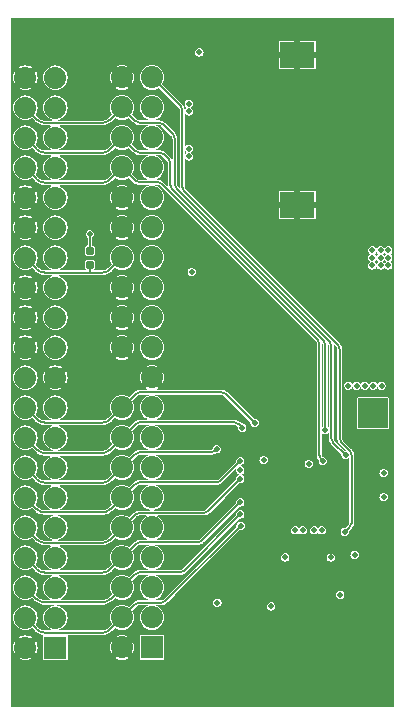
<source format=gbr>
%TF.GenerationSoftware,KiCad,Pcbnew,8.0.3*%
%TF.CreationDate,2024-07-19T14:19:01+01:00*%
%TF.ProjectId,xbox2sata,78626f78-3273-4617-9461-2e6b69636164,0.1*%
%TF.SameCoordinates,Original*%
%TF.FileFunction,Copper,L4,Bot*%
%TF.FilePolarity,Positive*%
%FSLAX46Y46*%
G04 Gerber Fmt 4.6, Leading zero omitted, Abs format (unit mm)*
G04 Created by KiCad (PCBNEW 8.0.3) date 2024-07-19 14:19:01*
%MOMM*%
%LPD*%
G01*
G04 APERTURE LIST*
G04 Aperture macros list*
%AMRoundRect*
0 Rectangle with rounded corners*
0 $1 Rounding radius*
0 $2 $3 $4 $5 $6 $7 $8 $9 X,Y pos of 4 corners*
0 Add a 4 corners polygon primitive as box body*
4,1,4,$2,$3,$4,$5,$6,$7,$8,$9,$2,$3,0*
0 Add four circle primitives for the rounded corners*
1,1,$1+$1,$2,$3*
1,1,$1+$1,$4,$5*
1,1,$1+$1,$6,$7*
1,1,$1+$1,$8,$9*
0 Add four rect primitives between the rounded corners*
20,1,$1+$1,$2,$3,$4,$5,0*
20,1,$1+$1,$4,$5,$6,$7,0*
20,1,$1+$1,$6,$7,$8,$9,0*
20,1,$1+$1,$8,$9,$2,$3,0*%
G04 Aperture macros list end*
%TA.AperFunction,HeatsinkPad*%
%ADD10C,0.500000*%
%TD*%
%TA.AperFunction,HeatsinkPad*%
%ADD11R,3.400000X3.400000*%
%TD*%
%TA.AperFunction,ComponentPad*%
%ADD12R,1.875000X1.875000*%
%TD*%
%TA.AperFunction,ComponentPad*%
%ADD13C,1.875000*%
%TD*%
%TA.AperFunction,ComponentPad*%
%ADD14R,2.500000X2.500000*%
%TD*%
%TA.AperFunction,ComponentPad*%
%ADD15R,3.000000X2.200000*%
%TD*%
%TA.AperFunction,SMDPad,CuDef*%
%ADD16RoundRect,0.160000X-0.160000X0.197500X-0.160000X-0.197500X0.160000X-0.197500X0.160000X0.197500X0*%
%TD*%
%TA.AperFunction,ViaPad*%
%ADD17C,0.500000*%
%TD*%
%TA.AperFunction,Conductor*%
%ADD18C,0.200000*%
%TD*%
G04 APERTURE END LIST*
D10*
%TO.P,U5,65,GND*%
%TO.N,GND*%
X128717500Y-98850000D03*
X128717500Y-97400000D03*
X128717500Y-95950000D03*
X127267500Y-98850000D03*
D11*
X127267500Y-97400000D03*
D10*
X127267500Y-97400000D03*
X127267500Y-95950000D03*
X125817500Y-98850000D03*
X125817500Y-97400000D03*
X125817500Y-95950000D03*
%TD*%
D12*
%TO.P,J2,1,1*%
%TO.N,RESET-*%
X116340000Y-110440000D03*
D13*
%TO.P,J2,2,2*%
%TO.N,GND*%
X113800000Y-110440000D03*
%TO.P,J2,3,3*%
%TO.N,DD7*%
X116340000Y-107900000D03*
%TO.P,J2,4,4*%
%TO.N,DD8*%
X113800000Y-107900000D03*
%TO.P,J2,5,5*%
%TO.N,DD6*%
X116340000Y-105360000D03*
%TO.P,J2,6,6*%
%TO.N,DD9*%
X113800000Y-105360000D03*
%TO.P,J2,7,7*%
%TO.N,DD5*%
X116340000Y-102820000D03*
%TO.P,J2,8,8*%
%TO.N,DD10*%
X113800000Y-102820000D03*
%TO.P,J2,9,9*%
%TO.N,DD4*%
X116340000Y-100280000D03*
%TO.P,J2,10,10*%
%TO.N,DD11*%
X113800000Y-100280000D03*
%TO.P,J2,11,11*%
%TO.N,DD3*%
X116340000Y-97740000D03*
%TO.P,J2,12,12*%
%TO.N,DD12*%
X113800000Y-97740000D03*
%TO.P,J2,13,13*%
%TO.N,DD2*%
X116340000Y-95200000D03*
%TO.P,J2,14,14*%
%TO.N,DD13*%
X113800000Y-95200000D03*
%TO.P,J2,15,15*%
%TO.N,DD1*%
X116340000Y-92660000D03*
%TO.P,J2,16,16*%
%TO.N,DD14*%
X113800000Y-92660000D03*
%TO.P,J2,17,17*%
%TO.N,DD0*%
X116340000Y-90120000D03*
%TO.P,J2,18,18*%
%TO.N,DD15*%
X113800000Y-90120000D03*
%TO.P,J2,19,19*%
%TO.N,GND*%
X116340000Y-87580000D03*
%TO.P,J2,21,21*%
%TO.N,DMARQ*%
X116340000Y-85040000D03*
%TO.P,J2,22,22*%
%TO.N,GND*%
X113800000Y-85040000D03*
%TO.P,J2,23,23*%
%TO.N,DIOW-*%
X116340000Y-82500000D03*
%TO.P,J2,24,24*%
%TO.N,GND*%
X113800000Y-82500000D03*
%TO.P,J2,25,25*%
%TO.N,DIOR-*%
X116340000Y-79960000D03*
%TO.P,J2,26,26*%
%TO.N,GND*%
X113800000Y-79960000D03*
%TO.P,J2,27,27*%
%TO.N,IORDY*%
X116340000Y-77420000D03*
%TO.P,J2,28,28*%
%TO.N,CSEL*%
X113800000Y-77420000D03*
%TO.P,J2,29,29*%
%TO.N,DMACK-*%
X116340000Y-74880000D03*
%TO.P,J2,30,30*%
%TO.N,GND*%
X113800000Y-74880000D03*
%TO.P,J2,31,31*%
%TO.N,INTRQ*%
X116340000Y-72340000D03*
%TO.P,J2,32,32*%
%TO.N,GND*%
X113800000Y-72340000D03*
%TO.P,J2,33,33*%
%TO.N,DA1*%
X116340000Y-69800000D03*
%TO.P,J2,34,34*%
%TO.N,PDIAG-*%
X113800000Y-69800000D03*
%TO.P,J2,35,35*%
%TO.N,DA0*%
X116340000Y-67260000D03*
%TO.P,J2,36,36*%
%TO.N,DA2*%
X113800000Y-67260000D03*
%TO.P,J2,37,37*%
%TO.N,CS0-*%
X116340000Y-64720000D03*
%TO.P,J2,38,38*%
%TO.N,CS1-*%
X113800000Y-64720000D03*
%TO.P,J2,39,39*%
%TO.N,DASP-*%
X116340000Y-62180000D03*
%TO.P,J2,40,40*%
%TO.N,GND*%
X113800000Y-62180000D03*
%TD*%
D14*
%TO.P,TP2,1,1*%
%TO.N,+3V3*%
X135050000Y-90600000D03*
%TD*%
D15*
%TO.P,J3,2,MH2*%
%TO.N,GND*%
X128650000Y-73000000D03*
%TO.P,J3,1,MH1*%
X128650000Y-60260000D03*
%TD*%
D12*
%TO.P,J1,1,1*%
%TO.N,RESET-*%
X108155000Y-110465000D03*
D13*
%TO.P,J1,2,2*%
%TO.N,GND*%
X105615000Y-110465000D03*
%TO.P,J1,3,3*%
%TO.N,DD7*%
X108155000Y-107925000D03*
%TO.P,J1,4,4*%
%TO.N,DD8*%
X105615000Y-107925000D03*
%TO.P,J1,5,5*%
%TO.N,DD6*%
X108155000Y-105385000D03*
%TO.P,J1,6,6*%
%TO.N,DD9*%
X105615000Y-105385000D03*
%TO.P,J1,7,7*%
%TO.N,DD5*%
X108155000Y-102845000D03*
%TO.P,J1,8,8*%
%TO.N,DD10*%
X105615000Y-102845000D03*
%TO.P,J1,9,9*%
%TO.N,DD4*%
X108155000Y-100305000D03*
%TO.P,J1,10,10*%
%TO.N,DD11*%
X105615000Y-100305000D03*
%TO.P,J1,11,11*%
%TO.N,DD3*%
X108155000Y-97765000D03*
%TO.P,J1,12,12*%
%TO.N,DD12*%
X105615000Y-97765000D03*
%TO.P,J1,13,13*%
%TO.N,DD2*%
X108155000Y-95225000D03*
%TO.P,J1,14,14*%
%TO.N,DD13*%
X105615000Y-95225000D03*
%TO.P,J1,15,15*%
%TO.N,DD1*%
X108155000Y-92685000D03*
%TO.P,J1,16,16*%
%TO.N,DD14*%
X105615000Y-92685000D03*
%TO.P,J1,17,17*%
%TO.N,DD0*%
X108155000Y-90145000D03*
%TO.P,J1,18,18*%
%TO.N,DD15*%
X105615000Y-90145000D03*
%TO.P,J1,19,19*%
%TO.N,GND*%
X108155000Y-87605000D03*
%TO.P,J1,20,20*%
%TO.N,unconnected-(J1-Pad20)*%
X105615000Y-87605000D03*
%TO.P,J1,21,21*%
%TO.N,DMARQ*%
X108155000Y-85065000D03*
%TO.P,J1,22,22*%
%TO.N,GND*%
X105615000Y-85065000D03*
%TO.P,J1,23,23*%
%TO.N,DIOW-*%
X108155000Y-82525000D03*
%TO.P,J1,24,24*%
%TO.N,GND*%
X105615000Y-82525000D03*
%TO.P,J1,25,25*%
%TO.N,DIOR-*%
X108155000Y-79985000D03*
%TO.P,J1,26,26*%
%TO.N,GND*%
X105615000Y-79985000D03*
%TO.P,J1,27,27*%
%TO.N,IORDY*%
X108155000Y-77445000D03*
%TO.P,J1,28,28*%
%TO.N,CSEL*%
X105615000Y-77445000D03*
%TO.P,J1,29,29*%
%TO.N,DMACK-*%
X108155000Y-74905000D03*
%TO.P,J1,30,30*%
%TO.N,GND*%
X105615000Y-74905000D03*
%TO.P,J1,31,31*%
%TO.N,INTRQ*%
X108155000Y-72365000D03*
%TO.P,J1,32,32*%
%TO.N,GND*%
X105615000Y-72365000D03*
%TO.P,J1,33,33*%
%TO.N,DA1*%
X108155000Y-69825000D03*
%TO.P,J1,34,34*%
%TO.N,PDIAG-*%
X105615000Y-69825000D03*
%TO.P,J1,35,35*%
%TO.N,DA0*%
X108155000Y-67285000D03*
%TO.P,J1,36,36*%
%TO.N,DA2*%
X105615000Y-67285000D03*
%TO.P,J1,37,37*%
%TO.N,CS0-*%
X108155000Y-64745000D03*
%TO.P,J1,38,38*%
%TO.N,CS1-*%
X105615000Y-64745000D03*
%TO.P,J1,39,39*%
%TO.N,DASP-*%
X108155000Y-62205000D03*
%TO.P,J1,40,40*%
%TO.N,GND*%
X105615000Y-62205000D03*
%TD*%
D16*
%TO.P,R14,1*%
%TO.N,+3V3*%
X111090000Y-76862500D03*
%TO.P,R14,2*%
%TO.N,CSEL*%
X111090000Y-78057500D03*
%TD*%
D17*
%TO.N,GND*%
X122330000Y-105810000D03*
X129500000Y-89340000D03*
X118640000Y-99650000D03*
X117860000Y-100350000D03*
X121340000Y-105810000D03*
X128580000Y-83600000D03*
X117890000Y-99650000D03*
X129100000Y-84100000D03*
X127400000Y-82510000D03*
X118640000Y-94900000D03*
X127390000Y-89420000D03*
X128790000Y-105290000D03*
X128030000Y-83060000D03*
X127370000Y-87830000D03*
X127390000Y-88650000D03*
%TO.N,PDIAG-*%
X130790000Y-94650000D03*
%TO.N,DD8*%
X123840000Y-100130000D03*
%TO.N,DD14*%
X123980000Y-91820000D03*
%TO.N,DD15*%
X125020000Y-91410000D03*
%TO.N,DD11*%
X123810000Y-96150000D03*
%TO.N,DD9*%
X123810000Y-99171631D03*
%TO.N,DD10*%
X123800000Y-98160000D03*
%TO.N,DA2*%
X131017500Y-92050000D03*
%TO.N,DD12*%
X123800000Y-94650000D03*
%TO.N,DD13*%
X121810000Y-93650000D03*
%TO.N,DASP-*%
X132660000Y-100650000D03*
%TO.N,CS1-*%
X132730000Y-94150000D03*
%TO.N,RX_P*%
X119450000Y-68865000D03*
X128460585Y-100510000D03*
%TO.N,VSS*%
X127610000Y-102810000D03*
X132280000Y-105960000D03*
X131470000Y-102820000D03*
X126420000Y-106960000D03*
%TO.N,TX_P*%
X119450000Y-64394997D03*
X130710000Y-100510000D03*
%TO.N,+3V3*%
X135770000Y-88260000D03*
X135065000Y-88260000D03*
X132950000Y-88260000D03*
X133655000Y-88260000D03*
X133490000Y-102600000D03*
X111080000Y-75430000D03*
X120350000Y-60060000D03*
X121870000Y-106650000D03*
X134360000Y-88260000D03*
X119700000Y-78640000D03*
X135942500Y-95662500D03*
X135950000Y-97690000D03*
X123800000Y-95430000D03*
%TO.N,+1V2*%
X135000000Y-78090000D03*
X129620000Y-94900000D03*
X135690000Y-77450000D03*
X125780000Y-94560000D03*
X136330000Y-78090000D03*
X135690000Y-76800000D03*
X136330000Y-77450000D03*
X136330000Y-76800000D03*
X135690000Y-78090000D03*
X135000000Y-76800000D03*
X135000000Y-77450000D03*
%TO.N,TX_N*%
X130059997Y-100510000D03*
X119450000Y-65045000D03*
%TO.N,RX_N*%
X129110000Y-100510000D03*
X119450000Y-68215585D03*
%TD*%
D18*
%TO.N,PDIAG-*%
X115247107Y-71040000D02*
X116818629Y-71040000D01*
X105615000Y-69825000D02*
X106597107Y-70807107D01*
X112792893Y-70807107D02*
X113800000Y-69800000D01*
X113800000Y-69800000D02*
X114893554Y-70893554D01*
X130663947Y-94523947D02*
X130790000Y-94650000D01*
X107304214Y-71100000D02*
X112085786Y-71100000D01*
X117172183Y-71186447D02*
X130371054Y-84385318D01*
X130517500Y-84738871D02*
X130517500Y-94170393D01*
X130371054Y-84385318D02*
G75*
G02*
X130517521Y-84738871I-353554J-353582D01*
G01*
X130663947Y-94523947D02*
G75*
G02*
X130517505Y-94170393I353553J353547D01*
G01*
X115247107Y-71040000D02*
G75*
G02*
X114893551Y-70893557I-7J500000D01*
G01*
X112085786Y-71100000D02*
G75*
G03*
X112792900Y-70807114I14J1000000D01*
G01*
X107304214Y-71100000D02*
G75*
G02*
X106597100Y-70807114I-14J1000000D01*
G01*
X117172183Y-71186447D02*
G75*
G03*
X116818629Y-71039979I-353583J-353553D01*
G01*
%TO.N,DD8*%
X117476447Y-106493553D02*
X123840000Y-100130000D01*
X112792893Y-108907107D02*
X113800000Y-107900000D01*
X105615000Y-107925000D02*
X106597107Y-108907107D01*
X115267107Y-106640000D02*
X117122893Y-106640000D01*
X113800000Y-107900000D02*
X114913554Y-106786446D01*
X107304214Y-109200000D02*
X112085786Y-109200000D01*
X107304214Y-109200000D02*
G75*
G02*
X106597100Y-108907114I-14J1000000D01*
G01*
X114913554Y-106786446D02*
G75*
G02*
X115267107Y-106640005I353546J-353554D01*
G01*
X117476447Y-106493553D02*
G75*
G02*
X117122893Y-106639995I-353547J353553D01*
G01*
X112792893Y-108907107D02*
G75*
G02*
X112085786Y-109199990I-707093J707107D01*
G01*
%TO.N,DD14*%
X112752893Y-93707107D02*
X113800000Y-92660000D01*
X105615000Y-92685000D02*
X106637107Y-93707107D01*
X113800000Y-92660000D02*
X114943554Y-91516446D01*
X115297107Y-91370000D02*
X123322893Y-91370000D01*
X123676447Y-91516447D02*
X123980000Y-91820000D01*
X107344214Y-94000000D02*
X112045786Y-94000000D01*
X112045786Y-94000000D02*
G75*
G03*
X112752900Y-93707114I14J1000000D01*
G01*
X123676447Y-91516447D02*
G75*
G03*
X123322893Y-91370005I-353547J-353553D01*
G01*
X115297107Y-91370000D02*
G75*
G03*
X114943551Y-91516443I-7J-500000D01*
G01*
X106637107Y-93707107D02*
G75*
G03*
X107344214Y-93999990I707093J707107D01*
G01*
%TO.N,DD15*%
X112812893Y-91107107D02*
X113800000Y-90120000D01*
X105615000Y-90145000D02*
X106577107Y-91107107D01*
X107284214Y-91400000D02*
X112105786Y-91400000D01*
X122586447Y-88976447D02*
X125020000Y-91410000D01*
X113800000Y-90120000D02*
X114943554Y-88976446D01*
X115297107Y-88830000D02*
X122232893Y-88830000D01*
X122232893Y-88830000D02*
G75*
G02*
X122586450Y-88976444I7J-500000D01*
G01*
X112105786Y-91400000D02*
G75*
G03*
X112812900Y-91107114I14J1000000D01*
G01*
X107284214Y-91400000D02*
G75*
G02*
X106577100Y-91107114I-14J1000000D01*
G01*
X115297107Y-88830000D02*
G75*
G03*
X114943551Y-88976443I-7J-500000D01*
G01*
%TO.N,CSEL*%
X111090000Y-78700000D02*
X112105786Y-78700000D01*
X111090000Y-78057500D02*
X111090000Y-78700000D01*
X107284214Y-78700000D02*
X111090000Y-78700000D01*
X112812893Y-78407107D02*
X113800000Y-77420000D01*
X105615000Y-77445000D02*
X106577107Y-78407107D01*
X112105786Y-78700000D02*
G75*
G03*
X112812900Y-78407114I14J1000000D01*
G01*
X106577107Y-78407107D02*
G75*
G03*
X107284214Y-78699990I707093J707107D01*
G01*
%TO.N,DD11*%
X107324214Y-101600000D02*
X112065786Y-101600000D01*
X112772893Y-101307107D02*
X113800000Y-100280000D01*
X115227107Y-99060000D02*
X120692893Y-99060000D01*
X121046447Y-98913553D02*
X123810000Y-96150000D01*
X105615000Y-100305000D02*
X106617107Y-101307107D01*
X113800000Y-100280000D02*
X114873554Y-99206446D01*
X121046447Y-98913553D02*
G75*
G02*
X120692893Y-99059995I-353547J353553D01*
G01*
X112065786Y-101600000D02*
G75*
G03*
X112772900Y-101307114I14J1000000D01*
G01*
X115227107Y-99060000D02*
G75*
G03*
X114873551Y-99206443I-7J-500000D01*
G01*
X106617107Y-101307107D02*
G75*
G03*
X107324214Y-101599990I707093J707107D01*
G01*
%TO.N,DD9*%
X107244214Y-106600000D02*
X112145786Y-106600000D01*
X119038078Y-103943553D02*
X123810000Y-99171631D01*
X115277107Y-104090000D02*
X118684524Y-104090000D01*
X112852893Y-106307107D02*
X113800000Y-105360000D01*
X105615000Y-105385000D02*
X106537107Y-106307107D01*
X113800000Y-105360000D02*
X114923554Y-104236446D01*
X114923554Y-104236446D02*
G75*
G02*
X115277107Y-104090005I353546J-353554D01*
G01*
X119038078Y-103943553D02*
G75*
G02*
X118684524Y-104090017I-353578J353553D01*
G01*
X106537107Y-106307107D02*
G75*
G03*
X107244214Y-106599990I707093J707107D01*
G01*
X112852893Y-106307107D02*
G75*
G02*
X112145786Y-106599990I-707093J707107D01*
G01*
%TO.N,DD10*%
X112812893Y-103807107D02*
X113800000Y-102820000D01*
X105615000Y-102845000D02*
X106577107Y-103807107D01*
X115307107Y-101520000D02*
X120232893Y-101520000D01*
X113800000Y-102820000D02*
X114953554Y-101666446D01*
X120586447Y-101373553D02*
X123800000Y-98160000D01*
X107284214Y-104100000D02*
X112105786Y-104100000D01*
X106577107Y-103807107D02*
G75*
G03*
X107284214Y-104099990I707093J707107D01*
G01*
X112105786Y-104100000D02*
G75*
G03*
X112812900Y-103807114I14J1000000D01*
G01*
X114953554Y-101666446D02*
G75*
G02*
X115307107Y-101520005I353546J-353554D01*
G01*
X120232893Y-101520000D02*
G75*
G03*
X120586450Y-101373556I7J500000D01*
G01*
%TO.N,DA2*%
X117890000Y-69457107D02*
X117890000Y-71272893D01*
X107304214Y-68560000D02*
X112085786Y-68560000D01*
X118036447Y-71626447D02*
X130871054Y-84461054D01*
X115287107Y-68540000D02*
X116972893Y-68540000D01*
X113800000Y-67260000D02*
X114933554Y-68393554D01*
X131017500Y-84814607D02*
X131017500Y-92050000D01*
X112792893Y-68267107D02*
X113800000Y-67260000D01*
X117326447Y-68686447D02*
X117743554Y-69103554D01*
X105615000Y-67285000D02*
X106597107Y-68267107D01*
X107304214Y-68560000D02*
G75*
G02*
X106597100Y-68267114I-14J1000000D01*
G01*
X114933554Y-68393554D02*
G75*
G03*
X115287107Y-68539995I353546J353554D01*
G01*
X118036447Y-71626447D02*
G75*
G02*
X117890005Y-71272893I353553J353547D01*
G01*
X117743554Y-69103554D02*
G75*
G02*
X117889995Y-69457107I-353554J-353546D01*
G01*
X112792893Y-68267107D02*
G75*
G02*
X112085786Y-68559990I-707093J707107D01*
G01*
X130871054Y-84461054D02*
G75*
G02*
X131017495Y-84814607I-353554J-353546D01*
G01*
X117326447Y-68686447D02*
G75*
G03*
X116972893Y-68540005I-353547J-353553D01*
G01*
%TO.N,DD12*%
X115277107Y-96470000D02*
X121772893Y-96470000D01*
X107264214Y-99000000D02*
X112125786Y-99000000D01*
X113800000Y-97740000D02*
X114923554Y-96616446D01*
X112832893Y-98707107D02*
X113800000Y-97740000D01*
X105615000Y-97765000D02*
X106557107Y-98707107D01*
X122126447Y-96323553D02*
X123800000Y-94650000D01*
X107264214Y-99000000D02*
G75*
G02*
X106557100Y-98707114I-14J1000000D01*
G01*
X121772893Y-96470000D02*
G75*
G03*
X122126450Y-96323556I7J500000D01*
G01*
X112832893Y-98707107D02*
G75*
G02*
X112125786Y-98999990I-707093J707107D01*
G01*
X114923554Y-96616446D02*
G75*
G02*
X115277107Y-96470005I353546J-353554D01*
G01*
%TO.N,DD13*%
X113800000Y-95200000D02*
X114933554Y-94066446D01*
X115287107Y-93920000D02*
X121332893Y-93920000D01*
X105615000Y-95225000D02*
X106597107Y-96207107D01*
X112792893Y-96207107D02*
X113800000Y-95200000D01*
X121686447Y-93773553D02*
X121810000Y-93650000D01*
X107304214Y-96500000D02*
X112085786Y-96500000D01*
X112792893Y-96207107D02*
G75*
G02*
X112085786Y-96499990I-707093J707107D01*
G01*
X121686447Y-93773553D02*
G75*
G02*
X121332893Y-93919995I-353547J353553D01*
G01*
X106597107Y-96207107D02*
G75*
G03*
X107304214Y-96499990I707093J707107D01*
G01*
X115287107Y-93920000D02*
G75*
G03*
X114933551Y-94066443I-7J-500000D01*
G01*
%TO.N,DASP-*%
X118900000Y-64937107D02*
X118900000Y-71434365D01*
X116350000Y-62180000D02*
X118753554Y-64583554D01*
X133240000Y-94137107D02*
X133240000Y-99862893D01*
X119046447Y-71787919D02*
X132083554Y-84825026D01*
X132376447Y-93066447D02*
X133093554Y-93783554D01*
X133093553Y-100216447D02*
X132660000Y-100650000D01*
X132230000Y-85178579D02*
X132230000Y-92712893D01*
X118900000Y-64937107D02*
G75*
G03*
X118753557Y-64583551I-500000J7D01*
G01*
X132230000Y-92712893D02*
G75*
G03*
X132376444Y-93066450I500000J-7D01*
G01*
X133240000Y-94137107D02*
G75*
G03*
X133093557Y-93783551I-500000J7D01*
G01*
X119046447Y-71787919D02*
G75*
G02*
X118900025Y-71434365I353553J353519D01*
G01*
X133240000Y-99862893D02*
G75*
G02*
X133093556Y-100216450I-500000J-7D01*
G01*
X132083554Y-84825026D02*
G75*
G02*
X132230015Y-85178579I-353554J-353574D01*
G01*
%TO.N,CS1-*%
X118280000Y-67357107D02*
X118280000Y-71238629D01*
X113800000Y-64720000D02*
X114933554Y-65853554D01*
X107324214Y-66040000D02*
X112065786Y-66040000D01*
X131530000Y-84902843D02*
X131530000Y-92742893D01*
X115287107Y-66000000D02*
X116922893Y-66000000D01*
X118426447Y-71592183D02*
X131383554Y-84549290D01*
X131676447Y-93096447D02*
X132730000Y-94150000D01*
X117276447Y-66146447D02*
X118133554Y-67003554D01*
X112772893Y-65747107D02*
X113800000Y-64720000D01*
X105615000Y-64745000D02*
X106617107Y-65747107D01*
X118280000Y-67357107D02*
G75*
G03*
X118133557Y-67003551I-500000J7D01*
G01*
X131530000Y-84902843D02*
G75*
G03*
X131383575Y-84549269I-500000J43D01*
G01*
X106617107Y-65747107D02*
G75*
G03*
X107324214Y-66039990I707093J707107D01*
G01*
X112065786Y-66040000D02*
G75*
G03*
X112772900Y-65747114I14J1000000D01*
G01*
X118280000Y-71238629D02*
G75*
G03*
X118426462Y-71592168I500000J29D01*
G01*
X114933554Y-65853554D02*
G75*
G03*
X115287107Y-65999995I353546J353554D01*
G01*
X116922893Y-66000000D02*
G75*
G02*
X117276450Y-66146444I7J-500000D01*
G01*
X131530000Y-92742893D02*
G75*
G03*
X131676444Y-93096450I500000J-7D01*
G01*
%TO.N,+3V3*%
X111080000Y-75430000D02*
X111080000Y-76852500D01*
%TD*%
%TA.AperFunction,Conductor*%
%TO.N,GND*%
G36*
X136815148Y-57154852D02*
G01*
X136829500Y-57189500D01*
X136829500Y-115390500D01*
X136815148Y-115425148D01*
X136780500Y-115439500D01*
X104434500Y-115439500D01*
X104399852Y-115425148D01*
X104385500Y-115390500D01*
X104385500Y-110464999D01*
X104572480Y-110464999D01*
X104572480Y-110465000D01*
X104592512Y-110668386D01*
X104592512Y-110668387D01*
X104651836Y-110863951D01*
X104651841Y-110863963D01*
X104725212Y-111001231D01*
X104725213Y-111001232D01*
X105033092Y-110693353D01*
X105061132Y-110761048D01*
X105129531Y-110863414D01*
X105216586Y-110950469D01*
X105318952Y-111018868D01*
X105386645Y-111046907D01*
X105078766Y-111354785D01*
X105216040Y-111428160D01*
X105216047Y-111428163D01*
X105411613Y-111487487D01*
X105615000Y-111507520D01*
X105818386Y-111487487D01*
X105818387Y-111487487D01*
X106013952Y-111428163D01*
X106013959Y-111428160D01*
X106151231Y-111354785D01*
X106151232Y-111354785D01*
X105843354Y-111046907D01*
X105911048Y-111018868D01*
X106013414Y-110950469D01*
X106100469Y-110863414D01*
X106168868Y-110761048D01*
X106196907Y-110693354D01*
X106504785Y-111001232D01*
X106504785Y-111001231D01*
X106578160Y-110863959D01*
X106578163Y-110863952D01*
X106637487Y-110668387D01*
X106637487Y-110668386D01*
X106657520Y-110465000D01*
X106657520Y-110464999D01*
X106637487Y-110261613D01*
X106637487Y-110261612D01*
X106578163Y-110066047D01*
X106578160Y-110066040D01*
X106504785Y-109928767D01*
X106504785Y-109928766D01*
X106196906Y-110236644D01*
X106168868Y-110168952D01*
X106100469Y-110066586D01*
X106013414Y-109979531D01*
X105911048Y-109911132D01*
X105843353Y-109883092D01*
X106151232Y-109575213D01*
X106151231Y-109575212D01*
X106013963Y-109501841D01*
X106013951Y-109501836D01*
X105818386Y-109442512D01*
X105615000Y-109422480D01*
X105411613Y-109442512D01*
X105411612Y-109442512D01*
X105216048Y-109501836D01*
X105216036Y-109501841D01*
X105078767Y-109575212D01*
X105078766Y-109575213D01*
X105386646Y-109883092D01*
X105318952Y-109911132D01*
X105216586Y-109979531D01*
X105129531Y-110066586D01*
X105061132Y-110168952D01*
X105033092Y-110236645D01*
X104725213Y-109928766D01*
X104725212Y-109928767D01*
X104651841Y-110066036D01*
X104651836Y-110066048D01*
X104592512Y-110261612D01*
X104592512Y-110261613D01*
X104572480Y-110464999D01*
X104385500Y-110464999D01*
X104385500Y-90144999D01*
X104571978Y-90144999D01*
X104571978Y-90145000D01*
X104592019Y-90348483D01*
X104592019Y-90348484D01*
X104651372Y-90544144D01*
X104651375Y-90544151D01*
X104747762Y-90724477D01*
X104877470Y-90882526D01*
X104877473Y-90882529D01*
X105035523Y-91012237D01*
X105035522Y-91012237D01*
X105035525Y-91012238D01*
X105035528Y-91012241D01*
X105215853Y-91108627D01*
X105411517Y-91167981D01*
X105615000Y-91188022D01*
X105818483Y-91167981D01*
X106014147Y-91108627D01*
X106165172Y-91027901D01*
X106202494Y-91024226D01*
X106222918Y-91036468D01*
X106404333Y-91217883D01*
X106404346Y-91217898D01*
X106421746Y-91235297D01*
X106421756Y-91235320D01*
X106502129Y-91315692D01*
X106502133Y-91315695D01*
X106502136Y-91315698D01*
X106570581Y-91365425D01*
X106655007Y-91426764D01*
X106655009Y-91426765D01*
X106655012Y-91426767D01*
X106823381Y-91512552D01*
X107003097Y-91570943D01*
X107189735Y-91600501D01*
X107284217Y-91600500D01*
X107823987Y-91600500D01*
X107858635Y-91614852D01*
X107872987Y-91649500D01*
X107858635Y-91684148D01*
X107838211Y-91696390D01*
X107755855Y-91721372D01*
X107755848Y-91721375D01*
X107575522Y-91817762D01*
X107417473Y-91947470D01*
X107417470Y-91947473D01*
X107287762Y-92105522D01*
X107191375Y-92285848D01*
X107191372Y-92285855D01*
X107132019Y-92481515D01*
X107132019Y-92481516D01*
X107111978Y-92684999D01*
X107111978Y-92685000D01*
X107132019Y-92888483D01*
X107132019Y-92888484D01*
X107188508Y-93074702D01*
X107191373Y-93084147D01*
X107276450Y-93243315D01*
X107287762Y-93264477D01*
X107417470Y-93422526D01*
X107417473Y-93422529D01*
X107575523Y-93552237D01*
X107575522Y-93552237D01*
X107575525Y-93552238D01*
X107575528Y-93552241D01*
X107755853Y-93648627D01*
X107869100Y-93682980D01*
X107937107Y-93703610D01*
X107966097Y-93727402D01*
X107969773Y-93764724D01*
X107945981Y-93793714D01*
X107922883Y-93799500D01*
X107389801Y-93799500D01*
X107389793Y-93799499D01*
X107346135Y-93799499D01*
X107342291Y-93799348D01*
X107222983Y-93789960D01*
X107215389Y-93788757D01*
X107100900Y-93761273D01*
X107093587Y-93758897D01*
X106984809Y-93713841D01*
X106977958Y-93710351D01*
X106877560Y-93648828D01*
X106871339Y-93644308D01*
X106780422Y-93566659D01*
X106777597Y-93564047D01*
X106506468Y-93292918D01*
X106492116Y-93258270D01*
X106497901Y-93235173D01*
X106578627Y-93084147D01*
X106637981Y-92888483D01*
X106658022Y-92685000D01*
X106637981Y-92481517D01*
X106578627Y-92285853D01*
X106482241Y-92105528D01*
X106482238Y-92105525D01*
X106482237Y-92105522D01*
X106352529Y-91947473D01*
X106352526Y-91947470D01*
X106194476Y-91817762D01*
X106194477Y-91817762D01*
X106194473Y-91817759D01*
X106194472Y-91817759D01*
X106014147Y-91721373D01*
X105977769Y-91710338D01*
X105818483Y-91662019D01*
X105615000Y-91641978D01*
X105411516Y-91662019D01*
X105411515Y-91662019D01*
X105215855Y-91721372D01*
X105215848Y-91721375D01*
X105035522Y-91817762D01*
X104877473Y-91947470D01*
X104877470Y-91947473D01*
X104747762Y-92105522D01*
X104651375Y-92285848D01*
X104651372Y-92285855D01*
X104592019Y-92481515D01*
X104592019Y-92481516D01*
X104571978Y-92684999D01*
X104571978Y-92685000D01*
X104592019Y-92888483D01*
X104592019Y-92888484D01*
X104648508Y-93074702D01*
X104651373Y-93084147D01*
X104736450Y-93243315D01*
X104747762Y-93264477D01*
X104877470Y-93422526D01*
X104877473Y-93422529D01*
X105035523Y-93552237D01*
X105035522Y-93552237D01*
X105035525Y-93552238D01*
X105035528Y-93552241D01*
X105215853Y-93648627D01*
X105411517Y-93707981D01*
X105615000Y-93728022D01*
X105818483Y-93707981D01*
X106014147Y-93648627D01*
X106165172Y-93567901D01*
X106202494Y-93564226D01*
X106222918Y-93576468D01*
X106464333Y-93817883D01*
X106464346Y-93817898D01*
X106481746Y-93835297D01*
X106481756Y-93835320D01*
X106562129Y-93915692D01*
X106562133Y-93915695D01*
X106562136Y-93915698D01*
X106613300Y-93952870D01*
X106715007Y-94026764D01*
X106715009Y-94026765D01*
X106715012Y-94026767D01*
X106883381Y-94112552D01*
X107063097Y-94170943D01*
X107249735Y-94200501D01*
X107344217Y-94200500D01*
X107674119Y-94200500D01*
X107708767Y-94214852D01*
X107723119Y-94249500D01*
X107708767Y-94284148D01*
X107697218Y-94292714D01*
X107575522Y-94357762D01*
X107417473Y-94487470D01*
X107417470Y-94487473D01*
X107287762Y-94645522D01*
X107191375Y-94825848D01*
X107191372Y-94825855D01*
X107132019Y-95021515D01*
X107132019Y-95021516D01*
X107111978Y-95224999D01*
X107111978Y-95225000D01*
X107132019Y-95428483D01*
X107132019Y-95428484D01*
X107191372Y-95624144D01*
X107191373Y-95624147D01*
X107286755Y-95802594D01*
X107287762Y-95804477D01*
X107417470Y-95962526D01*
X107417473Y-95962529D01*
X107575523Y-96092237D01*
X107575522Y-96092237D01*
X107575525Y-96092238D01*
X107575528Y-96092241D01*
X107755853Y-96188627D01*
X107797837Y-96201362D01*
X107805245Y-96203610D01*
X107834235Y-96227402D01*
X107837911Y-96264724D01*
X107814119Y-96293714D01*
X107791021Y-96299500D01*
X107349801Y-96299500D01*
X107349793Y-96299499D01*
X107306135Y-96299499D01*
X107302291Y-96299348D01*
X107182983Y-96289960D01*
X107175389Y-96288757D01*
X107060900Y-96261273D01*
X107053587Y-96258897D01*
X106944809Y-96213841D01*
X106937958Y-96210351D01*
X106837560Y-96148828D01*
X106831339Y-96144308D01*
X106740422Y-96066659D01*
X106737597Y-96064047D01*
X106506468Y-95832918D01*
X106492116Y-95798270D01*
X106497901Y-95775173D01*
X106578627Y-95624147D01*
X106637981Y-95428483D01*
X106658022Y-95225000D01*
X106637981Y-95021517D01*
X106578627Y-94825853D01*
X106482241Y-94645528D01*
X106482238Y-94645525D01*
X106482237Y-94645522D01*
X106352529Y-94487473D01*
X106352526Y-94487470D01*
X106194476Y-94357762D01*
X106194477Y-94357762D01*
X106194473Y-94357759D01*
X106194472Y-94357759D01*
X106067630Y-94289960D01*
X106014151Y-94261375D01*
X106014149Y-94261374D01*
X106014147Y-94261373D01*
X106008503Y-94259661D01*
X105818483Y-94202019D01*
X105615000Y-94181978D01*
X105411516Y-94202019D01*
X105411515Y-94202019D01*
X105215855Y-94261372D01*
X105215848Y-94261375D01*
X105035522Y-94357762D01*
X104877473Y-94487470D01*
X104877470Y-94487473D01*
X104747762Y-94645522D01*
X104651375Y-94825848D01*
X104651372Y-94825855D01*
X104592019Y-95021515D01*
X104592019Y-95021516D01*
X104571978Y-95224999D01*
X104571978Y-95225000D01*
X104592019Y-95428483D01*
X104592019Y-95428484D01*
X104651372Y-95624144D01*
X104651373Y-95624147D01*
X104746755Y-95802594D01*
X104747762Y-95804477D01*
X104877470Y-95962526D01*
X104877473Y-95962529D01*
X105035523Y-96092237D01*
X105035522Y-96092237D01*
X105035525Y-96092238D01*
X105035528Y-96092241D01*
X105215853Y-96188627D01*
X105411517Y-96247981D01*
X105615000Y-96268022D01*
X105818483Y-96247981D01*
X106014147Y-96188627D01*
X106165172Y-96107901D01*
X106202494Y-96104226D01*
X106222918Y-96116468D01*
X106424333Y-96317883D01*
X106424346Y-96317898D01*
X106441746Y-96335297D01*
X106441756Y-96335320D01*
X106522129Y-96415692D01*
X106522133Y-96415695D01*
X106522136Y-96415698D01*
X106551631Y-96437127D01*
X106675007Y-96526764D01*
X106675009Y-96526765D01*
X106675012Y-96526767D01*
X106843381Y-96612552D01*
X107023097Y-96670943D01*
X107209735Y-96700501D01*
X107304217Y-96700500D01*
X107758056Y-96700500D01*
X107792704Y-96714852D01*
X107807056Y-96749500D01*
X107792704Y-96784148D01*
X107772280Y-96796390D01*
X107755855Y-96801372D01*
X107755848Y-96801375D01*
X107575522Y-96897762D01*
X107417473Y-97027470D01*
X107417470Y-97027473D01*
X107287762Y-97185522D01*
X107191375Y-97365848D01*
X107191372Y-97365855D01*
X107132019Y-97561515D01*
X107132019Y-97561516D01*
X107111978Y-97764999D01*
X107111978Y-97765000D01*
X107132019Y-97968483D01*
X107132019Y-97968484D01*
X107190115Y-98160000D01*
X107191373Y-98164147D01*
X107284444Y-98338271D01*
X107287762Y-98344477D01*
X107417470Y-98502526D01*
X107417473Y-98502529D01*
X107575523Y-98632237D01*
X107575522Y-98632237D01*
X107575525Y-98632238D01*
X107575528Y-98632241D01*
X107715927Y-98707286D01*
X107739718Y-98736276D01*
X107736042Y-98773599D01*
X107707052Y-98797390D01*
X107692828Y-98799500D01*
X107309801Y-98799500D01*
X107309793Y-98799499D01*
X107266135Y-98799499D01*
X107262291Y-98799348D01*
X107142983Y-98789960D01*
X107135389Y-98788757D01*
X107020900Y-98761273D01*
X107013587Y-98758897D01*
X106904809Y-98713841D01*
X106897958Y-98710351D01*
X106797560Y-98648828D01*
X106791339Y-98644308D01*
X106700426Y-98566662D01*
X106697601Y-98564051D01*
X106670679Y-98537130D01*
X106670679Y-98537129D01*
X106670678Y-98537129D01*
X106506468Y-98372919D01*
X106492116Y-98338271D01*
X106497902Y-98315172D01*
X106522228Y-98269661D01*
X106578627Y-98164147D01*
X106637981Y-97968483D01*
X106658022Y-97765000D01*
X106637981Y-97561517D01*
X106578627Y-97365853D01*
X106482241Y-97185528D01*
X106482238Y-97185525D01*
X106482237Y-97185522D01*
X106352529Y-97027473D01*
X106352526Y-97027470D01*
X106194476Y-96897762D01*
X106194477Y-96897762D01*
X106194473Y-96897759D01*
X106194472Y-96897759D01*
X106014147Y-96801373D01*
X105997720Y-96796390D01*
X105818483Y-96742019D01*
X105615000Y-96721978D01*
X105411516Y-96742019D01*
X105411515Y-96742019D01*
X105215855Y-96801372D01*
X105215848Y-96801375D01*
X105035522Y-96897762D01*
X104877473Y-97027470D01*
X104877470Y-97027473D01*
X104747762Y-97185522D01*
X104651375Y-97365848D01*
X104651372Y-97365855D01*
X104592019Y-97561515D01*
X104592019Y-97561516D01*
X104571978Y-97764999D01*
X104571978Y-97765000D01*
X104592019Y-97968483D01*
X104592019Y-97968484D01*
X104650115Y-98160000D01*
X104651373Y-98164147D01*
X104744444Y-98338271D01*
X104747762Y-98344477D01*
X104877470Y-98502526D01*
X104877473Y-98502529D01*
X105035523Y-98632237D01*
X105035522Y-98632237D01*
X105035525Y-98632238D01*
X105035528Y-98632241D01*
X105215853Y-98728627D01*
X105411517Y-98787981D01*
X105615000Y-98808022D01*
X105818483Y-98787981D01*
X106014147Y-98728627D01*
X106165172Y-98647901D01*
X106202495Y-98644226D01*
X106222919Y-98656468D01*
X106384331Y-98817880D01*
X106384348Y-98817900D01*
X106401746Y-98835297D01*
X106401756Y-98835320D01*
X106482129Y-98915692D01*
X106482133Y-98915695D01*
X106482136Y-98915698D01*
X106547302Y-98963043D01*
X106635007Y-99026764D01*
X106635009Y-99026765D01*
X106635012Y-99026767D01*
X106803381Y-99112552D01*
X106983097Y-99170943D01*
X107169735Y-99200501D01*
X107264217Y-99200500D01*
X107889918Y-99200500D01*
X107924566Y-99214852D01*
X107938918Y-99249500D01*
X107924566Y-99284148D01*
X107904142Y-99296390D01*
X107755855Y-99341372D01*
X107755848Y-99341375D01*
X107575522Y-99437762D01*
X107417473Y-99567470D01*
X107417470Y-99567473D01*
X107287762Y-99725522D01*
X107191375Y-99905848D01*
X107191372Y-99905855D01*
X107132019Y-100101515D01*
X107132019Y-100101516D01*
X107111978Y-100304999D01*
X107111978Y-100305000D01*
X107132019Y-100508483D01*
X107132019Y-100508484D01*
X107191372Y-100704144D01*
X107191375Y-100704151D01*
X107197838Y-100716242D01*
X107277280Y-100864868D01*
X107287762Y-100884477D01*
X107417470Y-101042526D01*
X107417473Y-101042529D01*
X107575523Y-101172237D01*
X107575522Y-101172237D01*
X107575525Y-101172238D01*
X107575528Y-101172241D01*
X107755853Y-101268627D01*
X107838175Y-101293599D01*
X107871176Y-101303610D01*
X107900166Y-101327402D01*
X107903842Y-101364724D01*
X107880050Y-101393714D01*
X107856952Y-101399500D01*
X107369801Y-101399500D01*
X107369793Y-101399499D01*
X107326135Y-101399499D01*
X107322291Y-101399348D01*
X107202983Y-101389960D01*
X107195389Y-101388757D01*
X107080900Y-101361273D01*
X107073587Y-101358897D01*
X106964809Y-101313841D01*
X106957958Y-101310351D01*
X106857560Y-101248828D01*
X106851339Y-101244308D01*
X106760422Y-101166659D01*
X106757597Y-101164047D01*
X106506468Y-100912918D01*
X106492116Y-100878270D01*
X106497901Y-100855173D01*
X106578627Y-100704147D01*
X106637981Y-100508483D01*
X106658022Y-100305000D01*
X106637981Y-100101517D01*
X106578627Y-99905853D01*
X106482241Y-99725528D01*
X106482238Y-99725525D01*
X106482237Y-99725522D01*
X106352529Y-99567473D01*
X106352526Y-99567470D01*
X106194476Y-99437762D01*
X106194477Y-99437762D01*
X106194473Y-99437759D01*
X106194472Y-99437759D01*
X106067630Y-99369960D01*
X106014151Y-99341375D01*
X106014149Y-99341374D01*
X106014147Y-99341373D01*
X105818483Y-99282019D01*
X105615000Y-99261978D01*
X105411516Y-99282019D01*
X105411515Y-99282019D01*
X105215855Y-99341372D01*
X105215848Y-99341375D01*
X105035522Y-99437762D01*
X104877473Y-99567470D01*
X104877470Y-99567473D01*
X104747762Y-99725522D01*
X104651375Y-99905848D01*
X104651372Y-99905855D01*
X104592019Y-100101515D01*
X104592019Y-100101516D01*
X104571978Y-100304999D01*
X104571978Y-100305000D01*
X104592019Y-100508483D01*
X104592019Y-100508484D01*
X104651372Y-100704144D01*
X104651375Y-100704151D01*
X104657838Y-100716242D01*
X104737280Y-100864868D01*
X104747762Y-100884477D01*
X104877470Y-101042526D01*
X104877473Y-101042529D01*
X105035523Y-101172237D01*
X105035522Y-101172237D01*
X105035525Y-101172238D01*
X105035528Y-101172241D01*
X105215853Y-101268627D01*
X105411517Y-101327981D01*
X105615000Y-101348022D01*
X105818483Y-101327981D01*
X106014147Y-101268627D01*
X106165172Y-101187901D01*
X106202494Y-101184226D01*
X106222918Y-101196468D01*
X106444333Y-101417883D01*
X106444346Y-101417898D01*
X106461746Y-101435297D01*
X106461756Y-101435320D01*
X106542129Y-101515692D01*
X106542133Y-101515695D01*
X106542136Y-101515698D01*
X106580443Y-101543529D01*
X106695007Y-101626764D01*
X106695009Y-101626765D01*
X106695012Y-101626767D01*
X106863381Y-101712552D01*
X107043097Y-101770943D01*
X107229735Y-101800501D01*
X107324217Y-101800500D01*
X107711536Y-101800500D01*
X107746184Y-101814852D01*
X107760536Y-101849500D01*
X107746184Y-101884148D01*
X107734635Y-101892714D01*
X107575522Y-101977762D01*
X107417473Y-102107470D01*
X107417470Y-102107473D01*
X107287762Y-102265522D01*
X107191375Y-102445848D01*
X107191372Y-102445855D01*
X107132019Y-102641515D01*
X107132019Y-102641516D01*
X107111978Y-102844999D01*
X107111978Y-102845000D01*
X107132019Y-103048483D01*
X107132019Y-103048484D01*
X107191372Y-103244144D01*
X107191375Y-103244151D01*
X107287762Y-103424477D01*
X107417470Y-103582526D01*
X107417473Y-103582529D01*
X107575523Y-103712237D01*
X107575522Y-103712237D01*
X107575525Y-103712238D01*
X107575528Y-103712241D01*
X107727758Y-103793610D01*
X107753344Y-103807286D01*
X107777135Y-103836276D01*
X107773459Y-103873599D01*
X107744469Y-103897390D01*
X107730245Y-103899500D01*
X107329801Y-103899500D01*
X107329793Y-103899499D01*
X107286135Y-103899499D01*
X107282291Y-103899348D01*
X107162983Y-103889960D01*
X107155389Y-103888757D01*
X107040900Y-103861273D01*
X107033587Y-103858897D01*
X106924809Y-103813841D01*
X106917958Y-103810351D01*
X106817560Y-103748828D01*
X106811339Y-103744308D01*
X106720422Y-103666659D01*
X106717597Y-103664047D01*
X106506468Y-103452918D01*
X106492116Y-103418270D01*
X106497901Y-103395173D01*
X106578627Y-103244147D01*
X106637981Y-103048483D01*
X106658022Y-102845000D01*
X106637981Y-102641517D01*
X106578627Y-102445853D01*
X106482241Y-102265528D01*
X106482238Y-102265525D01*
X106482237Y-102265522D01*
X106352529Y-102107473D01*
X106352526Y-102107470D01*
X106194476Y-101977762D01*
X106194477Y-101977762D01*
X106194473Y-101977759D01*
X106194472Y-101977759D01*
X106067630Y-101909960D01*
X106014151Y-101881375D01*
X106014149Y-101881374D01*
X106014147Y-101881373D01*
X105818483Y-101822019D01*
X105615000Y-101801978D01*
X105411516Y-101822019D01*
X105411515Y-101822019D01*
X105215855Y-101881372D01*
X105215848Y-101881375D01*
X105035522Y-101977762D01*
X104877473Y-102107470D01*
X104877470Y-102107473D01*
X104747762Y-102265522D01*
X104651375Y-102445848D01*
X104651372Y-102445855D01*
X104592019Y-102641515D01*
X104592019Y-102641516D01*
X104571978Y-102844999D01*
X104571978Y-102845000D01*
X104592019Y-103048483D01*
X104592019Y-103048484D01*
X104651372Y-103244144D01*
X104651375Y-103244151D01*
X104747762Y-103424477D01*
X104877470Y-103582526D01*
X104877473Y-103582529D01*
X105035523Y-103712237D01*
X105035522Y-103712237D01*
X105035525Y-103712238D01*
X105035528Y-103712241D01*
X105215853Y-103808627D01*
X105411517Y-103867981D01*
X105615000Y-103888022D01*
X105818483Y-103867981D01*
X106014147Y-103808627D01*
X106165172Y-103727901D01*
X106202494Y-103724226D01*
X106222918Y-103736468D01*
X106404333Y-103917883D01*
X106404346Y-103917898D01*
X106421746Y-103935297D01*
X106421756Y-103935320D01*
X106502129Y-104015692D01*
X106502133Y-104015695D01*
X106502136Y-104015698D01*
X106572016Y-104066468D01*
X106655007Y-104126764D01*
X106655009Y-104126765D01*
X106655012Y-104126767D01*
X106823381Y-104212552D01*
X107003097Y-104270943D01*
X107189735Y-104300501D01*
X107284217Y-104300500D01*
X107823987Y-104300500D01*
X107858635Y-104314852D01*
X107872987Y-104349500D01*
X107858635Y-104384148D01*
X107838211Y-104396390D01*
X107755855Y-104421372D01*
X107755848Y-104421375D01*
X107575522Y-104517762D01*
X107417473Y-104647470D01*
X107417470Y-104647473D01*
X107287762Y-104805522D01*
X107191375Y-104985848D01*
X107191372Y-104985855D01*
X107132019Y-105181515D01*
X107132019Y-105181516D01*
X107111978Y-105384999D01*
X107111978Y-105385000D01*
X107132019Y-105588483D01*
X107132019Y-105588484D01*
X107191372Y-105784144D01*
X107191375Y-105784151D01*
X107287762Y-105964477D01*
X107417470Y-106122526D01*
X107417473Y-106122529D01*
X107575523Y-106252237D01*
X107575522Y-106252237D01*
X107575525Y-106252238D01*
X107575528Y-106252241D01*
X107678510Y-106307286D01*
X107702301Y-106336276D01*
X107698625Y-106373599D01*
X107669635Y-106397390D01*
X107655411Y-106399500D01*
X107289801Y-106399500D01*
X107289793Y-106399499D01*
X107246135Y-106399499D01*
X107242291Y-106399348D01*
X107122983Y-106389960D01*
X107115389Y-106388757D01*
X107000900Y-106361273D01*
X106993587Y-106358897D01*
X106884809Y-106313841D01*
X106877958Y-106310351D01*
X106777560Y-106248828D01*
X106771339Y-106244308D01*
X106680422Y-106166659D01*
X106677597Y-106164047D01*
X106506468Y-105992918D01*
X106492116Y-105958270D01*
X106497901Y-105935173D01*
X106578627Y-105784147D01*
X106637981Y-105588483D01*
X106658022Y-105385000D01*
X106637981Y-105181517D01*
X106578627Y-104985853D01*
X106482241Y-104805528D01*
X106482238Y-104805525D01*
X106482237Y-104805522D01*
X106352529Y-104647473D01*
X106352526Y-104647470D01*
X106194476Y-104517762D01*
X106194477Y-104517762D01*
X106194473Y-104517759D01*
X106194472Y-104517759D01*
X106014147Y-104421373D01*
X105898823Y-104386390D01*
X105818483Y-104362019D01*
X105615000Y-104341978D01*
X105411516Y-104362019D01*
X105411515Y-104362019D01*
X105215855Y-104421372D01*
X105215848Y-104421375D01*
X105035522Y-104517762D01*
X104877473Y-104647470D01*
X104877470Y-104647473D01*
X104747762Y-104805522D01*
X104651375Y-104985848D01*
X104651372Y-104985855D01*
X104592019Y-105181515D01*
X104592019Y-105181516D01*
X104571978Y-105384999D01*
X104571978Y-105385000D01*
X104592019Y-105588483D01*
X104592019Y-105588484D01*
X104651372Y-105784144D01*
X104651375Y-105784151D01*
X104747762Y-105964477D01*
X104877470Y-106122526D01*
X104877473Y-106122529D01*
X105035523Y-106252237D01*
X105035522Y-106252237D01*
X105035525Y-106252238D01*
X105035528Y-106252241D01*
X105215853Y-106348627D01*
X105411517Y-106407981D01*
X105615000Y-106428022D01*
X105818483Y-106407981D01*
X106014147Y-106348627D01*
X106165172Y-106267901D01*
X106202494Y-106264226D01*
X106222918Y-106276468D01*
X106364333Y-106417883D01*
X106364346Y-106417898D01*
X106381746Y-106435297D01*
X106381756Y-106435320D01*
X106462129Y-106515692D01*
X106462133Y-106515695D01*
X106462136Y-106515698D01*
X106496051Y-106540338D01*
X106615007Y-106626764D01*
X106615009Y-106626765D01*
X106615012Y-106626767D01*
X106783381Y-106712552D01*
X106963097Y-106770943D01*
X107149735Y-106800501D01*
X107244217Y-106800500D01*
X107984841Y-106800500D01*
X108019489Y-106814852D01*
X108033841Y-106849500D01*
X108019489Y-106884148D01*
X107989644Y-106898263D01*
X107968655Y-106900331D01*
X107951516Y-106902019D01*
X107951515Y-106902019D01*
X107755855Y-106961372D01*
X107755848Y-106961375D01*
X107575522Y-107057762D01*
X107417473Y-107187470D01*
X107417470Y-107187473D01*
X107287762Y-107345522D01*
X107191375Y-107525848D01*
X107191372Y-107525855D01*
X107132019Y-107721515D01*
X107132019Y-107721516D01*
X107111978Y-107924999D01*
X107111978Y-107925000D01*
X107132019Y-108128483D01*
X107132019Y-108128484D01*
X107191372Y-108324144D01*
X107191375Y-108324151D01*
X107287762Y-108504477D01*
X107417470Y-108662526D01*
X107417473Y-108662529D01*
X107575523Y-108792237D01*
X107575522Y-108792237D01*
X107575525Y-108792238D01*
X107575528Y-108792241D01*
X107755853Y-108888627D01*
X107797837Y-108901362D01*
X107805245Y-108903610D01*
X107834235Y-108927402D01*
X107837911Y-108964724D01*
X107814119Y-108993714D01*
X107791021Y-108999500D01*
X107349801Y-108999500D01*
X107349793Y-108999499D01*
X107306135Y-108999499D01*
X107302291Y-108999348D01*
X107182983Y-108989960D01*
X107175389Y-108988757D01*
X107060900Y-108961273D01*
X107053587Y-108958897D01*
X106944809Y-108913841D01*
X106937958Y-108910351D01*
X106837560Y-108848828D01*
X106831339Y-108844308D01*
X106740422Y-108766659D01*
X106737597Y-108764047D01*
X106506468Y-108532918D01*
X106492116Y-108498270D01*
X106497901Y-108475173D01*
X106578627Y-108324147D01*
X106637981Y-108128483D01*
X106658022Y-107925000D01*
X106637981Y-107721517D01*
X106578627Y-107525853D01*
X106482241Y-107345528D01*
X106482238Y-107345525D01*
X106482237Y-107345522D01*
X106352529Y-107187473D01*
X106352526Y-107187470D01*
X106194476Y-107057762D01*
X106194477Y-107057762D01*
X106194473Y-107057759D01*
X106194472Y-107057759D01*
X106014147Y-106961373D01*
X105934116Y-106937096D01*
X105818483Y-106902019D01*
X105615000Y-106881978D01*
X105411516Y-106902019D01*
X105411515Y-106902019D01*
X105215855Y-106961372D01*
X105215848Y-106961375D01*
X105035522Y-107057762D01*
X104877473Y-107187470D01*
X104877470Y-107187473D01*
X104747762Y-107345522D01*
X104651375Y-107525848D01*
X104651372Y-107525855D01*
X104592019Y-107721515D01*
X104592019Y-107721516D01*
X104571978Y-107924999D01*
X104571978Y-107925000D01*
X104592019Y-108128483D01*
X104592019Y-108128484D01*
X104651372Y-108324144D01*
X104651375Y-108324151D01*
X104747762Y-108504477D01*
X104877470Y-108662526D01*
X104877473Y-108662529D01*
X105035523Y-108792237D01*
X105035522Y-108792237D01*
X105035525Y-108792238D01*
X105035528Y-108792241D01*
X105215853Y-108888627D01*
X105411517Y-108947981D01*
X105615000Y-108968022D01*
X105818483Y-108947981D01*
X106014147Y-108888627D01*
X106165172Y-108807901D01*
X106202494Y-108804226D01*
X106222918Y-108816468D01*
X106424333Y-109017883D01*
X106424346Y-109017898D01*
X106441746Y-109035297D01*
X106441756Y-109035320D01*
X106522129Y-109115692D01*
X106522133Y-109115695D01*
X106522136Y-109115698D01*
X106593016Y-109167194D01*
X106675007Y-109226764D01*
X106675009Y-109226765D01*
X106675012Y-109226767D01*
X106843381Y-109312552D01*
X107023097Y-109370943D01*
X107023100Y-109370943D01*
X107023102Y-109370944D01*
X107040774Y-109373742D01*
X107108586Y-109384482D01*
X107140562Y-109404076D01*
X107149318Y-109440542D01*
X107141663Y-109460100D01*
X107122831Y-109488283D01*
X107122830Y-109488287D01*
X107117000Y-109517595D01*
X107117000Y-111412394D01*
X107117001Y-111412398D01*
X107122831Y-111441713D01*
X107122831Y-111441714D01*
X107122832Y-111441715D01*
X107122832Y-111441716D01*
X107143180Y-111472169D01*
X107145043Y-111474957D01*
X107178287Y-111497169D01*
X107207601Y-111503000D01*
X109102398Y-111502999D01*
X109131713Y-111497169D01*
X109164957Y-111474957D01*
X109187169Y-111441713D01*
X109193000Y-111412399D01*
X109192999Y-110439999D01*
X112757480Y-110439999D01*
X112757480Y-110440000D01*
X112777512Y-110643386D01*
X112777512Y-110643387D01*
X112836836Y-110838951D01*
X112836841Y-110838963D01*
X112910212Y-110976231D01*
X112910213Y-110976232D01*
X113218092Y-110668353D01*
X113246132Y-110736048D01*
X113314531Y-110838414D01*
X113401586Y-110925469D01*
X113503952Y-110993868D01*
X113571645Y-111021907D01*
X113263766Y-111329785D01*
X113401040Y-111403160D01*
X113401047Y-111403163D01*
X113596613Y-111462487D01*
X113800000Y-111482520D01*
X114003386Y-111462487D01*
X114003387Y-111462487D01*
X114198952Y-111403163D01*
X114198959Y-111403160D01*
X114336231Y-111329785D01*
X114336232Y-111329785D01*
X114028354Y-111021907D01*
X114096048Y-110993868D01*
X114198414Y-110925469D01*
X114285469Y-110838414D01*
X114353868Y-110736048D01*
X114381907Y-110668354D01*
X114689785Y-110976232D01*
X114689785Y-110976231D01*
X114763160Y-110838959D01*
X114763163Y-110838952D01*
X114822487Y-110643387D01*
X114822487Y-110643386D01*
X114842520Y-110440000D01*
X114842520Y-110439999D01*
X114822487Y-110236613D01*
X114822487Y-110236612D01*
X114763163Y-110041047D01*
X114763160Y-110041040D01*
X114689785Y-109903767D01*
X114689785Y-109903766D01*
X114381906Y-110211644D01*
X114353868Y-110143952D01*
X114285469Y-110041586D01*
X114198414Y-109954531D01*
X114096048Y-109886132D01*
X114028353Y-109858092D01*
X114336232Y-109550213D01*
X114336231Y-109550212D01*
X114228437Y-109492595D01*
X115302000Y-109492595D01*
X115302000Y-111387394D01*
X115302001Y-111387398D01*
X115307831Y-111416713D01*
X115307831Y-111416714D01*
X115307832Y-111416715D01*
X115307832Y-111416716D01*
X115330042Y-111449956D01*
X115330043Y-111449957D01*
X115363287Y-111472169D01*
X115392601Y-111478000D01*
X117287398Y-111477999D01*
X117316713Y-111472169D01*
X117349957Y-111449957D01*
X117372169Y-111416713D01*
X117378000Y-111387399D01*
X117377999Y-109492602D01*
X117372169Y-109463287D01*
X117372167Y-109463284D01*
X117372167Y-109463283D01*
X117349957Y-109430043D01*
X117316712Y-109407830D01*
X117287401Y-109402000D01*
X115392605Y-109402000D01*
X115392604Y-109402000D01*
X115392602Y-109402001D01*
X115363287Y-109407831D01*
X115363286Y-109407831D01*
X115363284Y-109407832D01*
X115363283Y-109407832D01*
X115330043Y-109430042D01*
X115307830Y-109463286D01*
X115307830Y-109463287D01*
X115302000Y-109492595D01*
X114228437Y-109492595D01*
X114198963Y-109476841D01*
X114198951Y-109476836D01*
X114003386Y-109417512D01*
X113800000Y-109397480D01*
X113596613Y-109417512D01*
X113596612Y-109417512D01*
X113401048Y-109476836D01*
X113401036Y-109476841D01*
X113263767Y-109550212D01*
X113263766Y-109550213D01*
X113571646Y-109858092D01*
X113503952Y-109886132D01*
X113401586Y-109954531D01*
X113314531Y-110041586D01*
X113246132Y-110143952D01*
X113218092Y-110211645D01*
X112910213Y-109903766D01*
X112910212Y-109903767D01*
X112836841Y-110041036D01*
X112836836Y-110041048D01*
X112777512Y-110236612D01*
X112777512Y-110236613D01*
X112757480Y-110439999D01*
X109192999Y-110439999D01*
X109192999Y-109517602D01*
X109187169Y-109488287D01*
X109187166Y-109488283D01*
X109179518Y-109476836D01*
X109179441Y-109476721D01*
X109172125Y-109439941D01*
X109192961Y-109408758D01*
X109220184Y-109400500D01*
X112130663Y-109400500D01*
X112130757Y-109400490D01*
X112180264Y-109400491D01*
X112366900Y-109370933D01*
X112546615Y-109312543D01*
X112714982Y-109226758D01*
X112867857Y-109115690D01*
X112901753Y-109081793D01*
X112901758Y-109081790D01*
X112906464Y-109077083D01*
X112906467Y-109077083D01*
X112934667Y-109048883D01*
X112962868Y-109020683D01*
X112962868Y-109020681D01*
X112969757Y-109013793D01*
X112969759Y-109013789D01*
X113192081Y-108791467D01*
X113226728Y-108777116D01*
X113249826Y-108782902D01*
X113400843Y-108863622D01*
X113400845Y-108863623D01*
X113400853Y-108863627D01*
X113596517Y-108922981D01*
X113800000Y-108943022D01*
X114003483Y-108922981D01*
X114199147Y-108863627D01*
X114379472Y-108767241D01*
X114380289Y-108766571D01*
X114507065Y-108662528D01*
X114537528Y-108637528D01*
X114660658Y-108487493D01*
X114667237Y-108479477D01*
X114667237Y-108479476D01*
X114667241Y-108479472D01*
X114763627Y-108299147D01*
X114822981Y-108103483D01*
X114843022Y-107900000D01*
X114822981Y-107696517D01*
X114763627Y-107500853D01*
X114763622Y-107500843D01*
X114682902Y-107349826D01*
X114679226Y-107312504D01*
X114691466Y-107292082D01*
X115053060Y-106930489D01*
X115057862Y-106926277D01*
X115112245Y-106884549D01*
X115123311Y-106878161D01*
X115183630Y-106853177D01*
X115195980Y-106849867D01*
X115263960Y-106840918D01*
X115270352Y-106840500D01*
X115306986Y-106840501D01*
X115306988Y-106840500D01*
X115926573Y-106840500D01*
X115961221Y-106854852D01*
X115975573Y-106889500D01*
X115961221Y-106924148D01*
X115942931Y-106935111D01*
X115943073Y-106935454D01*
X115940848Y-106936375D01*
X115760522Y-107032762D01*
X115602473Y-107162470D01*
X115602470Y-107162473D01*
X115472762Y-107320522D01*
X115376375Y-107500848D01*
X115376372Y-107500855D01*
X115317019Y-107696515D01*
X115317019Y-107696516D01*
X115296978Y-107899999D01*
X115296978Y-107900000D01*
X115317019Y-108103483D01*
X115317019Y-108103484D01*
X115376372Y-108299144D01*
X115376375Y-108299151D01*
X115472762Y-108479477D01*
X115602470Y-108637526D01*
X115602473Y-108637529D01*
X115760523Y-108767237D01*
X115760522Y-108767237D01*
X115760525Y-108767238D01*
X115760528Y-108767241D01*
X115940853Y-108863627D01*
X116136517Y-108922981D01*
X116340000Y-108943022D01*
X116543483Y-108922981D01*
X116739147Y-108863627D01*
X116919472Y-108767241D01*
X116920289Y-108766571D01*
X117047065Y-108662528D01*
X117077528Y-108637528D01*
X117200658Y-108487493D01*
X117207237Y-108479477D01*
X117207237Y-108479476D01*
X117207241Y-108479472D01*
X117303627Y-108299147D01*
X117362981Y-108103483D01*
X117383022Y-107900000D01*
X117362981Y-107696517D01*
X117303627Y-107500853D01*
X117207241Y-107320528D01*
X117207238Y-107320525D01*
X117207237Y-107320522D01*
X117077529Y-107162473D01*
X117077526Y-107162470D01*
X116919476Y-107032762D01*
X116919477Y-107032762D01*
X116919473Y-107032759D01*
X116919472Y-107032759D01*
X116739147Y-106936373D01*
X116739143Y-106936372D01*
X116736927Y-106935454D01*
X116737214Y-106934759D01*
X116710212Y-106912597D01*
X116706537Y-106875275D01*
X116730330Y-106846285D01*
X116753427Y-106840500D01*
X117168461Y-106840500D01*
X117168500Y-106840495D01*
X117191883Y-106840496D01*
X117327219Y-106813577D01*
X117327223Y-106813575D01*
X117327227Y-106813574D01*
X117358815Y-106800490D01*
X117454702Y-106760774D01*
X117569434Y-106684114D01*
X117583127Y-106670421D01*
X117583130Y-106670419D01*
X117590020Y-106663529D01*
X117590021Y-106663529D01*
X117603550Y-106650000D01*
X121515131Y-106650000D01*
X121532500Y-106759661D01*
X121581001Y-106854852D01*
X121582905Y-106858587D01*
X121661413Y-106937095D01*
X121760339Y-106987500D01*
X121870000Y-107004869D01*
X121979661Y-106987500D01*
X122033633Y-106960000D01*
X126065131Y-106960000D01*
X126082500Y-107069661D01*
X126129789Y-107162473D01*
X126132905Y-107168587D01*
X126211413Y-107247095D01*
X126310339Y-107297500D01*
X126420000Y-107314869D01*
X126529661Y-107297500D01*
X126628587Y-107247095D01*
X126707095Y-107168587D01*
X126757500Y-107069661D01*
X126774869Y-106960000D01*
X126757500Y-106850339D01*
X126707095Y-106751413D01*
X126628587Y-106672905D01*
X126628584Y-106672903D01*
X126529661Y-106622500D01*
X126420000Y-106605131D01*
X126310338Y-106622500D01*
X126211415Y-106672903D01*
X126211412Y-106672905D01*
X126132905Y-106751412D01*
X126132903Y-106751415D01*
X126082500Y-106850338D01*
X126065131Y-106960000D01*
X122033633Y-106960000D01*
X122078587Y-106937095D01*
X122157095Y-106858587D01*
X122207500Y-106759661D01*
X122224869Y-106650000D01*
X122207500Y-106540339D01*
X122157095Y-106441413D01*
X122078587Y-106362905D01*
X122078584Y-106362903D01*
X121979661Y-106312500D01*
X121870000Y-106295131D01*
X121760338Y-106312500D01*
X121661415Y-106362903D01*
X121661412Y-106362905D01*
X121582905Y-106441412D01*
X121582903Y-106441415D01*
X121532500Y-106540338D01*
X121515131Y-106650000D01*
X117603550Y-106650000D01*
X117631050Y-106622500D01*
X117646422Y-106607129D01*
X117646422Y-106607127D01*
X117653311Y-106600239D01*
X117653313Y-106600235D01*
X118293548Y-105960000D01*
X131925131Y-105960000D01*
X131942500Y-106069661D01*
X131991922Y-106166659D01*
X131992905Y-106168587D01*
X132071413Y-106247095D01*
X132170339Y-106297500D01*
X132280000Y-106314869D01*
X132389661Y-106297500D01*
X132488587Y-106247095D01*
X132567095Y-106168587D01*
X132617500Y-106069661D01*
X132634869Y-105960000D01*
X132617500Y-105850339D01*
X132567095Y-105751413D01*
X132488587Y-105672905D01*
X132488584Y-105672903D01*
X132389661Y-105622500D01*
X132280000Y-105605131D01*
X132170338Y-105622500D01*
X132071415Y-105672903D01*
X132071412Y-105672905D01*
X131992905Y-105751412D01*
X131992903Y-105751415D01*
X131942500Y-105850338D01*
X131925131Y-105960000D01*
X118293548Y-105960000D01*
X121443548Y-102810000D01*
X127255131Y-102810000D01*
X127272500Y-102919661D01*
X127322905Y-103018587D01*
X127401413Y-103097095D01*
X127500339Y-103147500D01*
X127610000Y-103164869D01*
X127719661Y-103147500D01*
X127818587Y-103097095D01*
X127897095Y-103018587D01*
X127947500Y-102919661D01*
X127963285Y-102820000D01*
X131115131Y-102820000D01*
X131132500Y-102929661D01*
X131180304Y-103023484D01*
X131182905Y-103028587D01*
X131261413Y-103107095D01*
X131360339Y-103157500D01*
X131470000Y-103174869D01*
X131579661Y-103157500D01*
X131678587Y-103107095D01*
X131757095Y-103028587D01*
X131807500Y-102929661D01*
X131824869Y-102820000D01*
X131807500Y-102710339D01*
X131757095Y-102611413D01*
X131745682Y-102600000D01*
X133135131Y-102600000D01*
X133152500Y-102709661D01*
X133202905Y-102808587D01*
X133281413Y-102887095D01*
X133380339Y-102937500D01*
X133490000Y-102954869D01*
X133599661Y-102937500D01*
X133698587Y-102887095D01*
X133777095Y-102808587D01*
X133827500Y-102709661D01*
X133844869Y-102600000D01*
X133827500Y-102490339D01*
X133777095Y-102391413D01*
X133698587Y-102312905D01*
X133698584Y-102312903D01*
X133599661Y-102262500D01*
X133490000Y-102245131D01*
X133380338Y-102262500D01*
X133281415Y-102312903D01*
X133281412Y-102312905D01*
X133202905Y-102391412D01*
X133202903Y-102391415D01*
X133152500Y-102490338D01*
X133152500Y-102490339D01*
X133135131Y-102600000D01*
X131745682Y-102600000D01*
X131678587Y-102532905D01*
X131678584Y-102532903D01*
X131579661Y-102482500D01*
X131470000Y-102465131D01*
X131360338Y-102482500D01*
X131261415Y-102532903D01*
X131261412Y-102532905D01*
X131182905Y-102611412D01*
X131182903Y-102611415D01*
X131132500Y-102710338D01*
X131115131Y-102820000D01*
X127963285Y-102820000D01*
X127964869Y-102810000D01*
X127947500Y-102700339D01*
X127897095Y-102601413D01*
X127818587Y-102522905D01*
X127818584Y-102522903D01*
X127719661Y-102472500D01*
X127610000Y-102455131D01*
X127500338Y-102472500D01*
X127401415Y-102522903D01*
X127401412Y-102522905D01*
X127322905Y-102601412D01*
X127322903Y-102601415D01*
X127272500Y-102700338D01*
X127270916Y-102710338D01*
X127255131Y-102810000D01*
X121443548Y-102810000D01*
X123743548Y-100510000D01*
X128105716Y-100510000D01*
X128123085Y-100619661D01*
X128172100Y-100715860D01*
X128173490Y-100718587D01*
X128251998Y-100797095D01*
X128350924Y-100847500D01*
X128460585Y-100864869D01*
X128570246Y-100847500D01*
X128669172Y-100797095D01*
X128747680Y-100718587D01*
X128747680Y-100718586D01*
X128750407Y-100715860D01*
X128752031Y-100717484D01*
X128777571Y-100701793D01*
X128814047Y-100710506D01*
X128819795Y-100716242D01*
X128820178Y-100715860D01*
X128822905Y-100718587D01*
X128901413Y-100797095D01*
X129000339Y-100847500D01*
X129110000Y-100864869D01*
X129219661Y-100847500D01*
X129318587Y-100797095D01*
X129397095Y-100718587D01*
X129447500Y-100619661D01*
X129464869Y-100510000D01*
X129705128Y-100510000D01*
X129722497Y-100619661D01*
X129771512Y-100715860D01*
X129772902Y-100718587D01*
X129851410Y-100797095D01*
X129950336Y-100847500D01*
X130059997Y-100864869D01*
X130169658Y-100847500D01*
X130268584Y-100797095D01*
X130347092Y-100718587D01*
X130347092Y-100718586D01*
X130349819Y-100715860D01*
X130351300Y-100717341D01*
X130377297Y-100701385D01*
X130413770Y-100710113D01*
X130419850Y-100716187D01*
X130420178Y-100715860D01*
X130422905Y-100718587D01*
X130501413Y-100797095D01*
X130600339Y-100847500D01*
X130710000Y-100864869D01*
X130819661Y-100847500D01*
X130918587Y-100797095D01*
X130997095Y-100718587D01*
X131047500Y-100619661D01*
X131064869Y-100510000D01*
X131047500Y-100400339D01*
X130997095Y-100301413D01*
X130918587Y-100222905D01*
X130918584Y-100222903D01*
X130819661Y-100172500D01*
X130710000Y-100155131D01*
X130600338Y-100172500D01*
X130501415Y-100222903D01*
X130501412Y-100222905D01*
X130420178Y-100304140D01*
X130418708Y-100302670D01*
X130392624Y-100318626D01*
X130356165Y-100309842D01*
X130350143Y-100303815D01*
X130349819Y-100304140D01*
X130268584Y-100222905D01*
X130268581Y-100222903D01*
X130169658Y-100172500D01*
X130059997Y-100155131D01*
X129950335Y-100172500D01*
X129851412Y-100222903D01*
X129851409Y-100222905D01*
X129772902Y-100301412D01*
X129772900Y-100301415D01*
X129722497Y-100400338D01*
X129705128Y-100510000D01*
X129464869Y-100510000D01*
X129447500Y-100400339D01*
X129397095Y-100301413D01*
X129318587Y-100222905D01*
X129318584Y-100222903D01*
X129219661Y-100172500D01*
X129110000Y-100155131D01*
X129000338Y-100172500D01*
X128901415Y-100222903D01*
X128901412Y-100222905D01*
X128820178Y-100304140D01*
X128818581Y-100302543D01*
X128792846Y-100318232D01*
X128756399Y-100309394D01*
X128750782Y-100303764D01*
X128750407Y-100304140D01*
X128669172Y-100222905D01*
X128669169Y-100222903D01*
X128570246Y-100172500D01*
X128460585Y-100155131D01*
X128350923Y-100172500D01*
X128252000Y-100222903D01*
X128251997Y-100222905D01*
X128173490Y-100301412D01*
X128173488Y-100301415D01*
X128123085Y-100400338D01*
X128105716Y-100510000D01*
X123743548Y-100510000D01*
X123760778Y-100492770D01*
X123795425Y-100478419D01*
X123803080Y-100479021D01*
X123840000Y-100484869D01*
X123949661Y-100467500D01*
X124048587Y-100417095D01*
X124127095Y-100338587D01*
X124177500Y-100239661D01*
X124194869Y-100130000D01*
X124177500Y-100020339D01*
X124127095Y-99921413D01*
X124048587Y-99842905D01*
X124048584Y-99842903D01*
X123949661Y-99792500D01*
X123840000Y-99775131D01*
X123730338Y-99792500D01*
X123631415Y-99842903D01*
X123631412Y-99842905D01*
X123552905Y-99921412D01*
X123552903Y-99921415D01*
X123502500Y-100020338D01*
X123485131Y-100130000D01*
X123490976Y-100166909D01*
X123482220Y-100203375D01*
X123477227Y-100209221D01*
X118880928Y-104805522D01*
X117362874Y-106323576D01*
X117342840Y-106343610D01*
X117336947Y-106349503D01*
X117332128Y-106353729D01*
X117277760Y-106395446D01*
X117266682Y-106401841D01*
X117206372Y-106426821D01*
X117194016Y-106430132D01*
X117126041Y-106439080D01*
X117119646Y-106439499D01*
X117077314Y-106439499D01*
X117077306Y-106439500D01*
X116687496Y-106439500D01*
X116652848Y-106425148D01*
X116638496Y-106390500D01*
X116652848Y-106355852D01*
X116673272Y-106343610D01*
X116676428Y-106342652D01*
X116739147Y-106323627D01*
X116919472Y-106227241D01*
X117077528Y-106097528D01*
X117200658Y-105947493D01*
X117207237Y-105939477D01*
X117207237Y-105939476D01*
X117207241Y-105939472D01*
X117303627Y-105759147D01*
X117362981Y-105563483D01*
X117383022Y-105360000D01*
X117362981Y-105156517D01*
X117303627Y-104960853D01*
X117207241Y-104780528D01*
X117207238Y-104780525D01*
X117207237Y-104780522D01*
X117077529Y-104622473D01*
X117077526Y-104622470D01*
X116919476Y-104492762D01*
X116919477Y-104492762D01*
X116919473Y-104492759D01*
X116919472Y-104492759D01*
X116739147Y-104396373D01*
X116706236Y-104386389D01*
X116677247Y-104362598D01*
X116673571Y-104325276D01*
X116697363Y-104296286D01*
X116720461Y-104290500D01*
X118639969Y-104290500D01*
X118639989Y-104290501D01*
X118644649Y-104290500D01*
X118644652Y-104290502D01*
X118664219Y-104290501D01*
X118664260Y-104290517D01*
X118684534Y-104290516D01*
X118684534Y-104290517D01*
X118753527Y-104290514D01*
X118888863Y-104263588D01*
X119016344Y-104210777D01*
X119131074Y-104134111D01*
X119179858Y-104085323D01*
X123730778Y-99534401D01*
X123765425Y-99520050D01*
X123773080Y-99520652D01*
X123810000Y-99526500D01*
X123919661Y-99509131D01*
X124018587Y-99458726D01*
X124097095Y-99380218D01*
X124147500Y-99281292D01*
X124159702Y-99204251D01*
X125816802Y-99204251D01*
X125817503Y-99204362D01*
X125818198Y-99204252D01*
X125818198Y-99204251D01*
X127266802Y-99204251D01*
X127267503Y-99204362D01*
X127268198Y-99204252D01*
X127268198Y-99204251D01*
X128716802Y-99204251D01*
X128717503Y-99204362D01*
X128718198Y-99204252D01*
X128718198Y-99204251D01*
X128717500Y-99203553D01*
X128716802Y-99204251D01*
X127268198Y-99204251D01*
X127267500Y-99203553D01*
X127266802Y-99204251D01*
X125818198Y-99204251D01*
X125817500Y-99203553D01*
X125816802Y-99204251D01*
X124159702Y-99204251D01*
X124164869Y-99171631D01*
X124147500Y-99061970D01*
X124097095Y-98963044D01*
X124018587Y-98884536D01*
X124018584Y-98884534D01*
X123950804Y-98849999D01*
X125463137Y-98849999D01*
X125463247Y-98850698D01*
X125463945Y-98850000D01*
X125463246Y-98849301D01*
X125463137Y-98849999D01*
X123950804Y-98849999D01*
X123919661Y-98834131D01*
X123831473Y-98820163D01*
X125667500Y-98820163D01*
X125667500Y-98879837D01*
X125690336Y-98934968D01*
X125732532Y-98977164D01*
X125787663Y-99000000D01*
X125847337Y-99000000D01*
X125902468Y-98977164D01*
X125944664Y-98934968D01*
X125967500Y-98879837D01*
X125967500Y-98850000D01*
X126171052Y-98850000D01*
X126171751Y-98850698D01*
X126171752Y-98850698D01*
X126171862Y-98850003D01*
X126171861Y-98849999D01*
X126913137Y-98849999D01*
X126913247Y-98850698D01*
X126913945Y-98850000D01*
X126913246Y-98849301D01*
X126913137Y-98849999D01*
X126171861Y-98849999D01*
X126171751Y-98849302D01*
X126171053Y-98850000D01*
X126171052Y-98850000D01*
X125967500Y-98850000D01*
X125967500Y-98820163D01*
X127117500Y-98820163D01*
X127117500Y-98879837D01*
X127140336Y-98934968D01*
X127182532Y-98977164D01*
X127237663Y-99000000D01*
X127297337Y-99000000D01*
X127352468Y-98977164D01*
X127394664Y-98934968D01*
X127417500Y-98879837D01*
X127417500Y-98850000D01*
X127621052Y-98850000D01*
X127621751Y-98850698D01*
X127621752Y-98850698D01*
X127621862Y-98850003D01*
X127621861Y-98849999D01*
X128363137Y-98849999D01*
X128363247Y-98850698D01*
X128363945Y-98850000D01*
X128363246Y-98849301D01*
X128363137Y-98849999D01*
X127621861Y-98849999D01*
X127621751Y-98849302D01*
X127621053Y-98850000D01*
X127621052Y-98850000D01*
X127417500Y-98850000D01*
X127417500Y-98820163D01*
X128567500Y-98820163D01*
X128567500Y-98879837D01*
X128590336Y-98934968D01*
X128632532Y-98977164D01*
X128687663Y-99000000D01*
X128747337Y-99000000D01*
X128802468Y-98977164D01*
X128844664Y-98934968D01*
X128867500Y-98879837D01*
X128867500Y-98850000D01*
X129071052Y-98850000D01*
X129071752Y-98850698D01*
X129071862Y-98850003D01*
X129071751Y-98849302D01*
X129071053Y-98850000D01*
X129071052Y-98850000D01*
X128867500Y-98850000D01*
X128867500Y-98820163D01*
X128844664Y-98765032D01*
X128802468Y-98722836D01*
X128747337Y-98700000D01*
X128687663Y-98700000D01*
X128632532Y-98722836D01*
X128590336Y-98765032D01*
X128567500Y-98820163D01*
X127417500Y-98820163D01*
X127394664Y-98765032D01*
X127352468Y-98722836D01*
X127297337Y-98700000D01*
X127237663Y-98700000D01*
X127182532Y-98722836D01*
X127140336Y-98765032D01*
X127117500Y-98820163D01*
X125967500Y-98820163D01*
X125944664Y-98765032D01*
X125902468Y-98722836D01*
X125847337Y-98700000D01*
X125787663Y-98700000D01*
X125732532Y-98722836D01*
X125690336Y-98765032D01*
X125667500Y-98820163D01*
X123831473Y-98820163D01*
X123810000Y-98816762D01*
X123700338Y-98834131D01*
X123601415Y-98884534D01*
X123601412Y-98884536D01*
X123522905Y-98963043D01*
X123522903Y-98963046D01*
X123472500Y-99061969D01*
X123455131Y-99171631D01*
X123460976Y-99208540D01*
X123452220Y-99245006D01*
X123447227Y-99250852D01*
X118926219Y-103771860D01*
X118926197Y-103771880D01*
X118898570Y-103799510D01*
X118893751Y-103803736D01*
X118839385Y-103845455D01*
X118828309Y-103851851D01*
X118767995Y-103876838D01*
X118755639Y-103880150D01*
X118728577Y-103883714D01*
X118690354Y-103888748D01*
X118687825Y-103889081D01*
X118681427Y-103889500D01*
X116720461Y-103889500D01*
X116685813Y-103875148D01*
X116671461Y-103840500D01*
X116685813Y-103805852D01*
X116706237Y-103793610D01*
X116739147Y-103783627D01*
X116919472Y-103687241D01*
X117077528Y-103557528D01*
X117200658Y-103407493D01*
X117207237Y-103399477D01*
X117207237Y-103399476D01*
X117207241Y-103399472D01*
X117303627Y-103219147D01*
X117362981Y-103023483D01*
X117383022Y-102820000D01*
X117362981Y-102616517D01*
X117303627Y-102420853D01*
X117207241Y-102240528D01*
X117207238Y-102240525D01*
X117207237Y-102240522D01*
X117077529Y-102082473D01*
X117077526Y-102082470D01*
X116919476Y-101952762D01*
X116919477Y-101952762D01*
X116919473Y-101952759D01*
X116919472Y-101952759D01*
X116739147Y-101856373D01*
X116607341Y-101816390D01*
X116578351Y-101792598D01*
X116574675Y-101755276D01*
X116598467Y-101726286D01*
X116621565Y-101720500D01*
X120278461Y-101720500D01*
X120278500Y-101720495D01*
X120301883Y-101720496D01*
X120437219Y-101693577D01*
X120437223Y-101693575D01*
X120437227Y-101693574D01*
X120467657Y-101680969D01*
X120564702Y-101640774D01*
X120679434Y-101564114D01*
X120693127Y-101550421D01*
X120693130Y-101550419D01*
X120700020Y-101543529D01*
X120700021Y-101543529D01*
X120735943Y-101507607D01*
X120756422Y-101487129D01*
X120756422Y-101487128D01*
X120763309Y-101480242D01*
X120763313Y-101480235D01*
X123720778Y-98522770D01*
X123755425Y-98508419D01*
X123763080Y-98509021D01*
X123800000Y-98514869D01*
X123909661Y-98497500D01*
X123913103Y-98495746D01*
X125816800Y-98495746D01*
X125817500Y-98496445D01*
X125818198Y-98495747D01*
X125818192Y-98495746D01*
X127266800Y-98495746D01*
X127267500Y-98496445D01*
X127268198Y-98495747D01*
X127268192Y-98495746D01*
X128716800Y-98495746D01*
X128717500Y-98496445D01*
X128718198Y-98495747D01*
X128717499Y-98495637D01*
X128716800Y-98495746D01*
X127268192Y-98495746D01*
X127267499Y-98495637D01*
X127266800Y-98495746D01*
X125818192Y-98495746D01*
X125817499Y-98495637D01*
X125816800Y-98495746D01*
X123913103Y-98495746D01*
X124008587Y-98447095D01*
X124087095Y-98368587D01*
X124137500Y-98269661D01*
X124154869Y-98160000D01*
X124137500Y-98050339D01*
X124087095Y-97951413D01*
X124008587Y-97872905D01*
X124008584Y-97872903D01*
X123909661Y-97822500D01*
X123800000Y-97805131D01*
X123690338Y-97822500D01*
X123591415Y-97872903D01*
X123591412Y-97872905D01*
X123512905Y-97951412D01*
X123512903Y-97951415D01*
X123462500Y-98050338D01*
X123445131Y-98160000D01*
X123450976Y-98196909D01*
X123442220Y-98233375D01*
X123437227Y-98239221D01*
X121208951Y-100467499D01*
X120472874Y-101203576D01*
X120449164Y-101227286D01*
X120446947Y-101229503D01*
X120442128Y-101233729D01*
X120387760Y-101275446D01*
X120376682Y-101281841D01*
X120316372Y-101306821D01*
X120304016Y-101310132D01*
X120236041Y-101319080D01*
X120229646Y-101319499D01*
X120187314Y-101319499D01*
X120187306Y-101319500D01*
X116792818Y-101319500D01*
X116758170Y-101305148D01*
X116743818Y-101270500D01*
X116758170Y-101235852D01*
X116769719Y-101227286D01*
X116782307Y-101220557D01*
X116919472Y-101147241D01*
X117077528Y-101017528D01*
X117202813Y-100864868D01*
X117207237Y-100859477D01*
X117207237Y-100859476D01*
X117207241Y-100859472D01*
X117303627Y-100679147D01*
X117362981Y-100483483D01*
X117383022Y-100280000D01*
X117362981Y-100076517D01*
X117303627Y-99880853D01*
X117207241Y-99700528D01*
X117207238Y-99700525D01*
X117207237Y-99700522D01*
X117077529Y-99542473D01*
X117077526Y-99542470D01*
X116919476Y-99412762D01*
X116919477Y-99412762D01*
X116919473Y-99412759D01*
X116919472Y-99412759D01*
X116807134Y-99352713D01*
X116783344Y-99323724D01*
X116787020Y-99286401D01*
X116816010Y-99262610D01*
X116830234Y-99260500D01*
X120738461Y-99260500D01*
X120738500Y-99260495D01*
X120761883Y-99260496D01*
X120897219Y-99233577D01*
X120897223Y-99233575D01*
X120897227Y-99233574D01*
X120942427Y-99214852D01*
X121024702Y-99180774D01*
X121139434Y-99104114D01*
X121160019Y-99083529D01*
X121160021Y-99083529D01*
X121188221Y-99055329D01*
X121216422Y-99027129D01*
X121216422Y-99027127D01*
X121223311Y-99020239D01*
X121223313Y-99020235D01*
X122489297Y-97754251D01*
X125816802Y-97754251D01*
X125817503Y-97754362D01*
X125818198Y-97754252D01*
X125818198Y-97754251D01*
X127266802Y-97754251D01*
X127267503Y-97754362D01*
X127268198Y-97754252D01*
X127268198Y-97754251D01*
X128716802Y-97754251D01*
X128717503Y-97754362D01*
X128718198Y-97754252D01*
X128718198Y-97754251D01*
X128717500Y-97753553D01*
X128716802Y-97754251D01*
X127268198Y-97754251D01*
X127267500Y-97753553D01*
X127266802Y-97754251D01*
X125818198Y-97754251D01*
X125817500Y-97753553D01*
X125816802Y-97754251D01*
X122489297Y-97754251D01*
X122843549Y-97399999D01*
X125463137Y-97399999D01*
X125463247Y-97400698D01*
X125463945Y-97400000D01*
X125463246Y-97399301D01*
X125463137Y-97399999D01*
X122843549Y-97399999D01*
X122873385Y-97370163D01*
X125667500Y-97370163D01*
X125667500Y-97429837D01*
X125690336Y-97484968D01*
X125732532Y-97527164D01*
X125787663Y-97550000D01*
X125847337Y-97550000D01*
X125902468Y-97527164D01*
X125944664Y-97484968D01*
X125967500Y-97429837D01*
X125967500Y-97400000D01*
X126171052Y-97400000D01*
X126171752Y-97400698D01*
X126171862Y-97400003D01*
X126171861Y-97399999D01*
X126913137Y-97399999D01*
X126913247Y-97400698D01*
X126913945Y-97400000D01*
X126913246Y-97399301D01*
X126913137Y-97399999D01*
X126171861Y-97399999D01*
X126171751Y-97399302D01*
X126171053Y-97400000D01*
X126171052Y-97400000D01*
X125967500Y-97400000D01*
X125967500Y-97370163D01*
X127117500Y-97370163D01*
X127117500Y-97429837D01*
X127140336Y-97484968D01*
X127182532Y-97527164D01*
X127237663Y-97550000D01*
X127297337Y-97550000D01*
X127352468Y-97527164D01*
X127394664Y-97484968D01*
X127417500Y-97429837D01*
X127417500Y-97400000D01*
X127621052Y-97400000D01*
X127621751Y-97400698D01*
X127621752Y-97400698D01*
X127621862Y-97400003D01*
X127621861Y-97399999D01*
X128363137Y-97399999D01*
X128363247Y-97400698D01*
X128363945Y-97400000D01*
X128363246Y-97399301D01*
X128363137Y-97399999D01*
X127621861Y-97399999D01*
X127621751Y-97399302D01*
X127621053Y-97400000D01*
X127621052Y-97400000D01*
X127417500Y-97400000D01*
X127417500Y-97370163D01*
X128567500Y-97370163D01*
X128567500Y-97429837D01*
X128590336Y-97484968D01*
X128632532Y-97527164D01*
X128687663Y-97550000D01*
X128747337Y-97550000D01*
X128802468Y-97527164D01*
X128844664Y-97484968D01*
X128867500Y-97429837D01*
X128867500Y-97400000D01*
X129071052Y-97400000D01*
X129071752Y-97400698D01*
X129071862Y-97400003D01*
X129071751Y-97399302D01*
X129071053Y-97400000D01*
X129071052Y-97400000D01*
X128867500Y-97400000D01*
X128867500Y-97370163D01*
X128844664Y-97315032D01*
X128802468Y-97272836D01*
X128747337Y-97250000D01*
X128687663Y-97250000D01*
X128632532Y-97272836D01*
X128590336Y-97315032D01*
X128567500Y-97370163D01*
X127417500Y-97370163D01*
X127394664Y-97315032D01*
X127352468Y-97272836D01*
X127297337Y-97250000D01*
X127237663Y-97250000D01*
X127182532Y-97272836D01*
X127140336Y-97315032D01*
X127117500Y-97370163D01*
X125967500Y-97370163D01*
X125944664Y-97315032D01*
X125902468Y-97272836D01*
X125847337Y-97250000D01*
X125787663Y-97250000D01*
X125732532Y-97272836D01*
X125690336Y-97315032D01*
X125667500Y-97370163D01*
X122873385Y-97370163D01*
X123197802Y-97045746D01*
X125816800Y-97045746D01*
X125817500Y-97046445D01*
X125818198Y-97045747D01*
X125818192Y-97045746D01*
X127266800Y-97045746D01*
X127267500Y-97046445D01*
X127268198Y-97045747D01*
X127268192Y-97045746D01*
X128716800Y-97045746D01*
X128717500Y-97046445D01*
X128718198Y-97045747D01*
X128717499Y-97045637D01*
X128716800Y-97045746D01*
X127268192Y-97045746D01*
X127267499Y-97045637D01*
X127266800Y-97045746D01*
X125818192Y-97045746D01*
X125817499Y-97045637D01*
X125816800Y-97045746D01*
X123197802Y-97045746D01*
X123730778Y-96512770D01*
X123765425Y-96498419D01*
X123773080Y-96499021D01*
X123810000Y-96504869D01*
X123919661Y-96487500D01*
X124018587Y-96437095D01*
X124097095Y-96358587D01*
X124124780Y-96304251D01*
X125816802Y-96304251D01*
X125817503Y-96304362D01*
X125818198Y-96304252D01*
X125818198Y-96304251D01*
X127266802Y-96304251D01*
X127267503Y-96304362D01*
X127268198Y-96304252D01*
X127268198Y-96304251D01*
X128716802Y-96304251D01*
X128717503Y-96304362D01*
X128718198Y-96304252D01*
X128718198Y-96304251D01*
X128717500Y-96303553D01*
X128716802Y-96304251D01*
X127268198Y-96304251D01*
X127267500Y-96303553D01*
X127266802Y-96304251D01*
X125818198Y-96304251D01*
X125817500Y-96303553D01*
X125816802Y-96304251D01*
X124124780Y-96304251D01*
X124147500Y-96259661D01*
X124164869Y-96150000D01*
X124147500Y-96040339D01*
X124101470Y-95949999D01*
X125463137Y-95949999D01*
X125463247Y-95950698D01*
X125463945Y-95950000D01*
X125463246Y-95949301D01*
X125463137Y-95949999D01*
X124101470Y-95949999D01*
X124097095Y-95941413D01*
X124075845Y-95920163D01*
X125667500Y-95920163D01*
X125667500Y-95979837D01*
X125690336Y-96034968D01*
X125732532Y-96077164D01*
X125787663Y-96100000D01*
X125847337Y-96100000D01*
X125902468Y-96077164D01*
X125944664Y-96034968D01*
X125967500Y-95979837D01*
X125967500Y-95950000D01*
X126171052Y-95950000D01*
X126171752Y-95950698D01*
X126171862Y-95950003D01*
X126171861Y-95949999D01*
X126913137Y-95949999D01*
X126913247Y-95950698D01*
X126913945Y-95950000D01*
X126913246Y-95949301D01*
X126913137Y-95949999D01*
X126171861Y-95949999D01*
X126171751Y-95949302D01*
X126171053Y-95950000D01*
X126171052Y-95950000D01*
X125967500Y-95950000D01*
X125967500Y-95920163D01*
X127117500Y-95920163D01*
X127117500Y-95979837D01*
X127140336Y-96034968D01*
X127182532Y-96077164D01*
X127237663Y-96100000D01*
X127297337Y-96100000D01*
X127352468Y-96077164D01*
X127394664Y-96034968D01*
X127417500Y-95979837D01*
X127417500Y-95950000D01*
X127621052Y-95950000D01*
X127621752Y-95950698D01*
X127621862Y-95950003D01*
X127621861Y-95949999D01*
X128363137Y-95949999D01*
X128363247Y-95950698D01*
X128363945Y-95950000D01*
X128363246Y-95949301D01*
X128363137Y-95949999D01*
X127621861Y-95949999D01*
X127621751Y-95949302D01*
X127621053Y-95950000D01*
X127621052Y-95950000D01*
X127417500Y-95950000D01*
X127417500Y-95920163D01*
X128567500Y-95920163D01*
X128567500Y-95979837D01*
X128590336Y-96034968D01*
X128632532Y-96077164D01*
X128687663Y-96100000D01*
X128747337Y-96100000D01*
X128802468Y-96077164D01*
X128844664Y-96034968D01*
X128867500Y-95979837D01*
X128867500Y-95950000D01*
X129071052Y-95950000D01*
X129071752Y-95950698D01*
X129071862Y-95950003D01*
X129071751Y-95949302D01*
X129071053Y-95950000D01*
X129071052Y-95950000D01*
X128867500Y-95950000D01*
X128867500Y-95920163D01*
X128844664Y-95865032D01*
X128802468Y-95822836D01*
X128747337Y-95800000D01*
X128687663Y-95800000D01*
X128632532Y-95822836D01*
X128590336Y-95865032D01*
X128567500Y-95920163D01*
X127417500Y-95920163D01*
X127394664Y-95865032D01*
X127352468Y-95822836D01*
X127297337Y-95800000D01*
X127237663Y-95800000D01*
X127182532Y-95822836D01*
X127140336Y-95865032D01*
X127117500Y-95920163D01*
X125967500Y-95920163D01*
X125944664Y-95865032D01*
X125902468Y-95822836D01*
X125847337Y-95800000D01*
X125787663Y-95800000D01*
X125732532Y-95822836D01*
X125690336Y-95865032D01*
X125667500Y-95920163D01*
X124075845Y-95920163D01*
X124018587Y-95862905D01*
X124018580Y-95862900D01*
X123956189Y-95831111D01*
X123931832Y-95802594D01*
X123934775Y-95765207D01*
X123956187Y-95743793D01*
X124008587Y-95717095D01*
X124087095Y-95638587D01*
X124108923Y-95595746D01*
X125816800Y-95595746D01*
X125817500Y-95596445D01*
X125818198Y-95595747D01*
X125818192Y-95595746D01*
X127266800Y-95595746D01*
X127267500Y-95596445D01*
X127268198Y-95595747D01*
X127268192Y-95595746D01*
X128716800Y-95595746D01*
X128717500Y-95596445D01*
X128718198Y-95595747D01*
X128717499Y-95595637D01*
X128716800Y-95595746D01*
X127268192Y-95595746D01*
X127267499Y-95595637D01*
X127266800Y-95595746D01*
X125818192Y-95595746D01*
X125817499Y-95595637D01*
X125816800Y-95595746D01*
X124108923Y-95595746D01*
X124137500Y-95539661D01*
X124154869Y-95430000D01*
X124137500Y-95320339D01*
X124087095Y-95221413D01*
X124008587Y-95142905D01*
X124008584Y-95142903D01*
X123909661Y-95092500D01*
X123883750Y-95088396D01*
X123851775Y-95068801D01*
X123843020Y-95032335D01*
X123862616Y-95000358D01*
X123883749Y-94991604D01*
X123909661Y-94987500D01*
X124008587Y-94937095D01*
X124087095Y-94858587D01*
X124137500Y-94759661D01*
X124154869Y-94650000D01*
X124140614Y-94560000D01*
X125425131Y-94560000D01*
X125442500Y-94669661D01*
X125472847Y-94729222D01*
X125492905Y-94768587D01*
X125571413Y-94847095D01*
X125670339Y-94897500D01*
X125780000Y-94914869D01*
X125873877Y-94900000D01*
X129265131Y-94900000D01*
X129282500Y-95009661D01*
X129322617Y-95088397D01*
X129332905Y-95108587D01*
X129411413Y-95187095D01*
X129510339Y-95237500D01*
X129620000Y-95254869D01*
X129729661Y-95237500D01*
X129828587Y-95187095D01*
X129907095Y-95108587D01*
X129957500Y-95009661D01*
X129974869Y-94900000D01*
X129957500Y-94790339D01*
X129907095Y-94691413D01*
X129828587Y-94612905D01*
X129828584Y-94612903D01*
X129729661Y-94562500D01*
X129620000Y-94545131D01*
X129510338Y-94562500D01*
X129411415Y-94612903D01*
X129411412Y-94612905D01*
X129332905Y-94691412D01*
X129332903Y-94691415D01*
X129282500Y-94790338D01*
X129265131Y-94900000D01*
X125873877Y-94900000D01*
X125889661Y-94897500D01*
X125988587Y-94847095D01*
X126067095Y-94768587D01*
X126117500Y-94669661D01*
X126134869Y-94560000D01*
X126117500Y-94450339D01*
X126067095Y-94351413D01*
X125988587Y-94272905D01*
X125988584Y-94272903D01*
X125889661Y-94222500D01*
X125780000Y-94205131D01*
X125670338Y-94222500D01*
X125571415Y-94272903D01*
X125571412Y-94272905D01*
X125492905Y-94351412D01*
X125492903Y-94351415D01*
X125442500Y-94450338D01*
X125425131Y-94560000D01*
X124140614Y-94560000D01*
X124137500Y-94540339D01*
X124087095Y-94441413D01*
X124008587Y-94362905D01*
X124008584Y-94362903D01*
X123909661Y-94312500D01*
X123800000Y-94295131D01*
X123690338Y-94312500D01*
X123591415Y-94362903D01*
X123591412Y-94362905D01*
X123512905Y-94441412D01*
X123512903Y-94441415D01*
X123462500Y-94540338D01*
X123445131Y-94650000D01*
X123450976Y-94686910D01*
X123442220Y-94723377D01*
X123437227Y-94729222D01*
X121986947Y-96179502D01*
X121982128Y-96183729D01*
X121927760Y-96225446D01*
X121916682Y-96231841D01*
X121856372Y-96256821D01*
X121844016Y-96260132D01*
X121776041Y-96269080D01*
X121769646Y-96269499D01*
X121727314Y-96269499D01*
X121727306Y-96269500D01*
X116720461Y-96269500D01*
X116685813Y-96255148D01*
X116671461Y-96220500D01*
X116685813Y-96185852D01*
X116706237Y-96173610D01*
X116739147Y-96163627D01*
X116919472Y-96067241D01*
X116920289Y-96066571D01*
X116980241Y-96017369D01*
X117077528Y-95937528D01*
X117202812Y-95784869D01*
X117207237Y-95779477D01*
X117207237Y-95779476D01*
X117207241Y-95779472D01*
X117303627Y-95599147D01*
X117362981Y-95403483D01*
X117383022Y-95200000D01*
X117362981Y-94996517D01*
X117303627Y-94800853D01*
X117207241Y-94620528D01*
X117207238Y-94620525D01*
X117207237Y-94620522D01*
X117077529Y-94462473D01*
X117077526Y-94462470D01*
X116919476Y-94332762D01*
X116919477Y-94332762D01*
X116919473Y-94332759D01*
X116919472Y-94332759D01*
X116748769Y-94241516D01*
X116739151Y-94236375D01*
X116739149Y-94236374D01*
X116739147Y-94236373D01*
X116673272Y-94216390D01*
X116644282Y-94192598D01*
X116640606Y-94155276D01*
X116664398Y-94126286D01*
X116687496Y-94120500D01*
X121378461Y-94120500D01*
X121378500Y-94120495D01*
X121401883Y-94120496D01*
X121537219Y-94093577D01*
X121537223Y-94093575D01*
X121537227Y-94093574D01*
X121664702Y-94040774D01*
X121685683Y-94026755D01*
X121720037Y-94003799D01*
X121754924Y-93996145D01*
X121810000Y-94004869D01*
X121919661Y-93987500D01*
X122018587Y-93937095D01*
X122097095Y-93858587D01*
X122147500Y-93759661D01*
X122164869Y-93650000D01*
X122147500Y-93540339D01*
X122097095Y-93441413D01*
X122018587Y-93362905D01*
X122018584Y-93362903D01*
X121919661Y-93312500D01*
X121810000Y-93295131D01*
X121700338Y-93312500D01*
X121601415Y-93362903D01*
X121601412Y-93362905D01*
X121522905Y-93441412D01*
X121522903Y-93441415D01*
X121472500Y-93540338D01*
X121472500Y-93540339D01*
X121455349Y-93648627D01*
X121455131Y-93650002D01*
X121455131Y-93650008D01*
X121455148Y-93650116D01*
X121455131Y-93650186D01*
X121455131Y-93653856D01*
X121454249Y-93653856D01*
X121446385Y-93686581D01*
X121425500Y-93703041D01*
X121416371Y-93706822D01*
X121404016Y-93710132D01*
X121336041Y-93719080D01*
X121329646Y-93719499D01*
X121287314Y-93719499D01*
X121287306Y-93719500D01*
X116753427Y-93719500D01*
X116718779Y-93705148D01*
X116704427Y-93670500D01*
X116718779Y-93635852D01*
X116737068Y-93624888D01*
X116736927Y-93624546D01*
X116739134Y-93623630D01*
X116739147Y-93623627D01*
X116919472Y-93527241D01*
X117077528Y-93397528D01*
X117204089Y-93243313D01*
X117207237Y-93239477D01*
X117207237Y-93239476D01*
X117207241Y-93239472D01*
X117303627Y-93059147D01*
X117362981Y-92863483D01*
X117383022Y-92660000D01*
X117362981Y-92456517D01*
X117303627Y-92260853D01*
X117207241Y-92080528D01*
X117207238Y-92080525D01*
X117207237Y-92080522D01*
X117077529Y-91922473D01*
X117077526Y-91922470D01*
X116919476Y-91792762D01*
X116919477Y-91792762D01*
X116919473Y-91792759D01*
X116919472Y-91792759D01*
X116785917Y-91721372D01*
X116739151Y-91696375D01*
X116739149Y-91696374D01*
X116739147Y-91696373D01*
X116640305Y-91666389D01*
X116611316Y-91642598D01*
X116607640Y-91605276D01*
X116631432Y-91576286D01*
X116654530Y-91570500D01*
X123283012Y-91570500D01*
X123283014Y-91570501D01*
X123319684Y-91570500D01*
X123326079Y-91570919D01*
X123394019Y-91579862D01*
X123406373Y-91583172D01*
X123448181Y-91600490D01*
X123466684Y-91608154D01*
X123477762Y-91614549D01*
X123478157Y-91614852D01*
X123529370Y-91654148D01*
X123532101Y-91656243D01*
X123536920Y-91660470D01*
X123617227Y-91740777D01*
X123631579Y-91775425D01*
X123630976Y-91783089D01*
X123629144Y-91794660D01*
X123625131Y-91820000D01*
X123642500Y-91929661D01*
X123692905Y-92028587D01*
X123771413Y-92107095D01*
X123870339Y-92157500D01*
X123980000Y-92174869D01*
X124089661Y-92157500D01*
X124188587Y-92107095D01*
X124267095Y-92028587D01*
X124317500Y-91929661D01*
X124334869Y-91820000D01*
X124317500Y-91710339D01*
X124267095Y-91611413D01*
X124188587Y-91532905D01*
X124188584Y-91532903D01*
X124089661Y-91482500D01*
X124041564Y-91474882D01*
X123980000Y-91465131D01*
X123979999Y-91465131D01*
X123943089Y-91470976D01*
X123906622Y-91462220D01*
X123900777Y-91457227D01*
X123853315Y-91409765D01*
X123853311Y-91409759D01*
X123831157Y-91387606D01*
X123831152Y-91387594D01*
X123769437Y-91325882D01*
X123769436Y-91325881D01*
X123654704Y-91249222D01*
X123527220Y-91196418D01*
X123494752Y-91189960D01*
X123391884Y-91169499D01*
X123391881Y-91169499D01*
X123322890Y-91169500D01*
X116774109Y-91169500D01*
X116739461Y-91155148D01*
X116725109Y-91120500D01*
X116739461Y-91085852D01*
X116751010Y-91077286D01*
X116774216Y-91064882D01*
X116919472Y-90987241D01*
X117077528Y-90857528D01*
X117200658Y-90707493D01*
X117207237Y-90699477D01*
X117207237Y-90699476D01*
X117207241Y-90699472D01*
X117303627Y-90519147D01*
X117362981Y-90323483D01*
X117383022Y-90120000D01*
X117362981Y-89916517D01*
X117303627Y-89720853D01*
X117207241Y-89540528D01*
X117207238Y-89540525D01*
X117207237Y-89540522D01*
X117077529Y-89382473D01*
X117077526Y-89382470D01*
X116919476Y-89252762D01*
X116919477Y-89252762D01*
X116919473Y-89252759D01*
X116919472Y-89252759D01*
X116739147Y-89156373D01*
X116640305Y-89126389D01*
X116611316Y-89102598D01*
X116607640Y-89065276D01*
X116631432Y-89036286D01*
X116654530Y-89030500D01*
X122193012Y-89030500D01*
X122193014Y-89030501D01*
X122229684Y-89030500D01*
X122236079Y-89030919D01*
X122304019Y-89039862D01*
X122316373Y-89043172D01*
X122369736Y-89065276D01*
X122376684Y-89068154D01*
X122387762Y-89074549D01*
X122390928Y-89076978D01*
X122439370Y-89114148D01*
X122442101Y-89116243D01*
X122446920Y-89120470D01*
X124657227Y-91330777D01*
X124671579Y-91365425D01*
X124670976Y-91373089D01*
X124665131Y-91409999D01*
X124682500Y-91519661D01*
X124731001Y-91614852D01*
X124732905Y-91618587D01*
X124811413Y-91697095D01*
X124910339Y-91747500D01*
X125020000Y-91764869D01*
X125129661Y-91747500D01*
X125228587Y-91697095D01*
X125307095Y-91618587D01*
X125357500Y-91519661D01*
X125374869Y-91410000D01*
X125357500Y-91300339D01*
X125307095Y-91201413D01*
X125228587Y-91122905D01*
X125228584Y-91122903D01*
X125129661Y-91072500D01*
X125081564Y-91064882D01*
X125020000Y-91055131D01*
X125019999Y-91055131D01*
X124983089Y-91060976D01*
X124946622Y-91052220D01*
X124940777Y-91047227D01*
X122763315Y-88869765D01*
X122763311Y-88869759D01*
X122741157Y-88847606D01*
X122741152Y-88847594D01*
X122679437Y-88785882D01*
X122679436Y-88785881D01*
X122564704Y-88709222D01*
X122437220Y-88656418D01*
X122301884Y-88629499D01*
X122301881Y-88629499D01*
X122232890Y-88629500D01*
X116773049Y-88629500D01*
X116738401Y-88615148D01*
X116724049Y-88580500D01*
X116738401Y-88545852D01*
X116749950Y-88537286D01*
X116876231Y-88469785D01*
X116876232Y-88469785D01*
X116568354Y-88161907D01*
X116636048Y-88133868D01*
X116738414Y-88065469D01*
X116825469Y-87978414D01*
X116893868Y-87876048D01*
X116921907Y-87808354D01*
X117229785Y-88116232D01*
X117229785Y-88116231D01*
X117303160Y-87978959D01*
X117303163Y-87978952D01*
X117362487Y-87783387D01*
X117362487Y-87783386D01*
X117382520Y-87580000D01*
X117382520Y-87579999D01*
X117362487Y-87376613D01*
X117362487Y-87376612D01*
X117303163Y-87181047D01*
X117303160Y-87181040D01*
X117229785Y-87043767D01*
X117229785Y-87043766D01*
X116921906Y-87351644D01*
X116893868Y-87283952D01*
X116825469Y-87181586D01*
X116738414Y-87094531D01*
X116636048Y-87026132D01*
X116568353Y-86998092D01*
X116876232Y-86690213D01*
X116876231Y-86690212D01*
X116738963Y-86616841D01*
X116738951Y-86616836D01*
X116543386Y-86557512D01*
X116340000Y-86537480D01*
X116136613Y-86557512D01*
X116136612Y-86557512D01*
X115941048Y-86616836D01*
X115941036Y-86616841D01*
X115803767Y-86690212D01*
X115803766Y-86690213D01*
X116111646Y-86998092D01*
X116043952Y-87026132D01*
X115941586Y-87094531D01*
X115854531Y-87181586D01*
X115786132Y-87283952D01*
X115758092Y-87351645D01*
X115450213Y-87043766D01*
X115450212Y-87043767D01*
X115376841Y-87181036D01*
X115376836Y-87181048D01*
X115317512Y-87376612D01*
X115317512Y-87376613D01*
X115297480Y-87579999D01*
X115297480Y-87580000D01*
X115317512Y-87783386D01*
X115317512Y-87783387D01*
X115376836Y-87978951D01*
X115376841Y-87978963D01*
X115450212Y-88116231D01*
X115450213Y-88116232D01*
X115758092Y-87808353D01*
X115786132Y-87876048D01*
X115854531Y-87978414D01*
X115941586Y-88065469D01*
X116043952Y-88133868D01*
X116111645Y-88161907D01*
X115803766Y-88469785D01*
X115930050Y-88537286D01*
X115953841Y-88566276D01*
X115950165Y-88603599D01*
X115921175Y-88627390D01*
X115906951Y-88629500D01*
X115252965Y-88629500D01*
X115252919Y-88629504D01*
X115228117Y-88629504D01*
X115126615Y-88649692D01*
X115092781Y-88656422D01*
X115092780Y-88656422D01*
X114965295Y-88709227D01*
X114850568Y-88785883D01*
X114850563Y-88785887D01*
X114829980Y-88806470D01*
X114407917Y-89228531D01*
X114373269Y-89242883D01*
X114350171Y-89237097D01*
X114199147Y-89156373D01*
X114003483Y-89097019D01*
X113800000Y-89076978D01*
X113596516Y-89097019D01*
X113596515Y-89097019D01*
X113400855Y-89156372D01*
X113400848Y-89156375D01*
X113220522Y-89252762D01*
X113062473Y-89382470D01*
X113062470Y-89382473D01*
X112932762Y-89540522D01*
X112836375Y-89720848D01*
X112836372Y-89720855D01*
X112777019Y-89916515D01*
X112777019Y-89916516D01*
X112756978Y-90119999D01*
X112756978Y-90120000D01*
X112777019Y-90323483D01*
X112777019Y-90323484D01*
X112836372Y-90519144D01*
X112836375Y-90519151D01*
X112917097Y-90670170D01*
X112920773Y-90707493D01*
X112908531Y-90727917D01*
X112672490Y-90963959D01*
X112669665Y-90966571D01*
X112578654Y-91044300D01*
X112572433Y-91048820D01*
X112472037Y-91110342D01*
X112465186Y-91113832D01*
X112356409Y-91158887D01*
X112349096Y-91161263D01*
X112234608Y-91188748D01*
X112227013Y-91189951D01*
X112107576Y-91199348D01*
X112103733Y-91199499D01*
X112060207Y-91199499D01*
X112060199Y-91199500D01*
X108579755Y-91199500D01*
X108545107Y-91185148D01*
X108530755Y-91150500D01*
X108545107Y-91115852D01*
X108556656Y-91107286D01*
X108568219Y-91101104D01*
X108734472Y-91012241D01*
X108892528Y-90882528D01*
X109019414Y-90727917D01*
X109022237Y-90724477D01*
X109022237Y-90724476D01*
X109022241Y-90724472D01*
X109118627Y-90544147D01*
X109177981Y-90348483D01*
X109198022Y-90145000D01*
X109177981Y-89941517D01*
X109118627Y-89745853D01*
X109022241Y-89565528D01*
X109022238Y-89565525D01*
X109022237Y-89565522D01*
X108892529Y-89407473D01*
X108892526Y-89407470D01*
X108734476Y-89277762D01*
X108734477Y-89277762D01*
X108734473Y-89277759D01*
X108734472Y-89277759D01*
X108554147Y-89181373D01*
X108358483Y-89122019D01*
X108155000Y-89101978D01*
X107951516Y-89122019D01*
X107951515Y-89122019D01*
X107755855Y-89181372D01*
X107755848Y-89181375D01*
X107575522Y-89277762D01*
X107417473Y-89407470D01*
X107417470Y-89407473D01*
X107287762Y-89565522D01*
X107191375Y-89745848D01*
X107191372Y-89745855D01*
X107132019Y-89941515D01*
X107132019Y-89941516D01*
X107111978Y-90144999D01*
X107111978Y-90145000D01*
X107132019Y-90348483D01*
X107132019Y-90348484D01*
X107191372Y-90544144D01*
X107191375Y-90544151D01*
X107287762Y-90724477D01*
X107417470Y-90882526D01*
X107417473Y-90882529D01*
X107575523Y-91012237D01*
X107575522Y-91012237D01*
X107575525Y-91012238D01*
X107575528Y-91012241D01*
X107713244Y-91085852D01*
X107753344Y-91107286D01*
X107777135Y-91136276D01*
X107773459Y-91173599D01*
X107744469Y-91197390D01*
X107730245Y-91199500D01*
X107329801Y-91199500D01*
X107329793Y-91199499D01*
X107286135Y-91199499D01*
X107282291Y-91199348D01*
X107162983Y-91189960D01*
X107155389Y-91188757D01*
X107040900Y-91161273D01*
X107033587Y-91158897D01*
X106924809Y-91113841D01*
X106917958Y-91110351D01*
X106817560Y-91048828D01*
X106811339Y-91044308D01*
X106720422Y-90966659D01*
X106717597Y-90964047D01*
X106506468Y-90752918D01*
X106492116Y-90718270D01*
X106497901Y-90695173D01*
X106578627Y-90544147D01*
X106637981Y-90348483D01*
X106658022Y-90145000D01*
X106637981Y-89941517D01*
X106578627Y-89745853D01*
X106482241Y-89565528D01*
X106482238Y-89565525D01*
X106482237Y-89565522D01*
X106352529Y-89407473D01*
X106352526Y-89407470D01*
X106194476Y-89277762D01*
X106194477Y-89277762D01*
X106194473Y-89277759D01*
X106194472Y-89277759D01*
X106014147Y-89181373D01*
X105818483Y-89122019D01*
X105615000Y-89101978D01*
X105411516Y-89122019D01*
X105411515Y-89122019D01*
X105215855Y-89181372D01*
X105215848Y-89181375D01*
X105035522Y-89277762D01*
X104877473Y-89407470D01*
X104877470Y-89407473D01*
X104747762Y-89565522D01*
X104651375Y-89745848D01*
X104651372Y-89745855D01*
X104592019Y-89941515D01*
X104592019Y-89941516D01*
X104571978Y-90144999D01*
X104385500Y-90144999D01*
X104385500Y-87604999D01*
X104571978Y-87604999D01*
X104571978Y-87605000D01*
X104592019Y-87808483D01*
X104592019Y-87808484D01*
X104651314Y-88003952D01*
X104651373Y-88004147D01*
X104734073Y-88158868D01*
X104747762Y-88184477D01*
X104877470Y-88342526D01*
X104877473Y-88342529D01*
X105035523Y-88472237D01*
X105035522Y-88472237D01*
X105035525Y-88472238D01*
X105035528Y-88472241D01*
X105215853Y-88568627D01*
X105411517Y-88627981D01*
X105615000Y-88648022D01*
X105818483Y-88627981D01*
X106014147Y-88568627D01*
X106194472Y-88472241D01*
X106198925Y-88468587D01*
X106319466Y-88369661D01*
X106352528Y-88342528D01*
X106482241Y-88184472D01*
X106578627Y-88004147D01*
X106637981Y-87808483D01*
X106658022Y-87605000D01*
X106658022Y-87604999D01*
X107112480Y-87604999D01*
X107112480Y-87605000D01*
X107132512Y-87808386D01*
X107132512Y-87808387D01*
X107191836Y-88003951D01*
X107191841Y-88003963D01*
X107265212Y-88141231D01*
X107265213Y-88141232D01*
X107573092Y-87833353D01*
X107601132Y-87901048D01*
X107669531Y-88003414D01*
X107756586Y-88090469D01*
X107858952Y-88158868D01*
X107926645Y-88186907D01*
X107618766Y-88494785D01*
X107756040Y-88568160D01*
X107756047Y-88568163D01*
X107951613Y-88627487D01*
X108155000Y-88647520D01*
X108358386Y-88627487D01*
X108358387Y-88627487D01*
X108553952Y-88568163D01*
X108553959Y-88568160D01*
X108691231Y-88494785D01*
X108691232Y-88494785D01*
X108383354Y-88186907D01*
X108451048Y-88158868D01*
X108553414Y-88090469D01*
X108640469Y-88003414D01*
X108708868Y-87901048D01*
X108736907Y-87833354D01*
X109044785Y-88141232D01*
X109044785Y-88141231D01*
X109118160Y-88003959D01*
X109118163Y-88003952D01*
X109177487Y-87808387D01*
X109177487Y-87808386D01*
X109197520Y-87605000D01*
X109197520Y-87604999D01*
X109177487Y-87401613D01*
X109177487Y-87401612D01*
X109118163Y-87206047D01*
X109118160Y-87206040D01*
X109044785Y-87068767D01*
X109044785Y-87068766D01*
X108736906Y-87376644D01*
X108708868Y-87308952D01*
X108640469Y-87206586D01*
X108553414Y-87119531D01*
X108451048Y-87051132D01*
X108383353Y-87023092D01*
X108691232Y-86715213D01*
X108691231Y-86715212D01*
X108553963Y-86641841D01*
X108553951Y-86641836D01*
X108358386Y-86582512D01*
X108155000Y-86562480D01*
X107951613Y-86582512D01*
X107951612Y-86582512D01*
X107756048Y-86641836D01*
X107756036Y-86641841D01*
X107618767Y-86715212D01*
X107618766Y-86715213D01*
X107926646Y-87023092D01*
X107858952Y-87051132D01*
X107756586Y-87119531D01*
X107669531Y-87206586D01*
X107601132Y-87308952D01*
X107573092Y-87376645D01*
X107265213Y-87068766D01*
X107265212Y-87068767D01*
X107191841Y-87206036D01*
X107191836Y-87206048D01*
X107132512Y-87401612D01*
X107132512Y-87401613D01*
X107112480Y-87604999D01*
X106658022Y-87604999D01*
X106637981Y-87401517D01*
X106578627Y-87205853D01*
X106482241Y-87025528D01*
X106482238Y-87025525D01*
X106482237Y-87025522D01*
X106352529Y-86867473D01*
X106352526Y-86867470D01*
X106194476Y-86737762D01*
X106194477Y-86737762D01*
X106194473Y-86737759D01*
X106194472Y-86737759D01*
X106014147Y-86641373D01*
X105818483Y-86582019D01*
X105615000Y-86561978D01*
X105411516Y-86582019D01*
X105411515Y-86582019D01*
X105215855Y-86641372D01*
X105215848Y-86641375D01*
X105035522Y-86737762D01*
X104877473Y-86867470D01*
X104877470Y-86867473D01*
X104747762Y-87025522D01*
X104651375Y-87205848D01*
X104651372Y-87205855D01*
X104592019Y-87401515D01*
X104592019Y-87401516D01*
X104571978Y-87604999D01*
X104385500Y-87604999D01*
X104385500Y-85064999D01*
X104572480Y-85064999D01*
X104572480Y-85065000D01*
X104592512Y-85268386D01*
X104592512Y-85268387D01*
X104651836Y-85463951D01*
X104651841Y-85463963D01*
X104725212Y-85601231D01*
X104725213Y-85601232D01*
X105033092Y-85293353D01*
X105061132Y-85361048D01*
X105129531Y-85463414D01*
X105216586Y-85550469D01*
X105318952Y-85618868D01*
X105386645Y-85646907D01*
X105078766Y-85954785D01*
X105216040Y-86028160D01*
X105216047Y-86028163D01*
X105411613Y-86087487D01*
X105615000Y-86107520D01*
X105818386Y-86087487D01*
X105818387Y-86087487D01*
X106013952Y-86028163D01*
X106013959Y-86028160D01*
X106151231Y-85954785D01*
X106151232Y-85954785D01*
X105843354Y-85646907D01*
X105911048Y-85618868D01*
X106013414Y-85550469D01*
X106100469Y-85463414D01*
X106168868Y-85361048D01*
X106196907Y-85293354D01*
X106504785Y-85601232D01*
X106504785Y-85601231D01*
X106578160Y-85463959D01*
X106578163Y-85463952D01*
X106637487Y-85268387D01*
X106637487Y-85268386D01*
X106657520Y-85065000D01*
X106657520Y-85064999D01*
X107111978Y-85064999D01*
X107111978Y-85065000D01*
X107132019Y-85268483D01*
X107132019Y-85268484D01*
X107191314Y-85463952D01*
X107191373Y-85464147D01*
X107274073Y-85618868D01*
X107287762Y-85644477D01*
X107417470Y-85802526D01*
X107417473Y-85802529D01*
X107575523Y-85932237D01*
X107575522Y-85932237D01*
X107575525Y-85932238D01*
X107575528Y-85932241D01*
X107755853Y-86028627D01*
X107951517Y-86087981D01*
X108155000Y-86108022D01*
X108358483Y-86087981D01*
X108554147Y-86028627D01*
X108734472Y-85932241D01*
X108892528Y-85802528D01*
X109022241Y-85644472D01*
X109118627Y-85464147D01*
X109177981Y-85268483D01*
X109198022Y-85065000D01*
X109195560Y-85039999D01*
X112757480Y-85039999D01*
X112757480Y-85040000D01*
X112777512Y-85243386D01*
X112777512Y-85243387D01*
X112836836Y-85438951D01*
X112836841Y-85438963D01*
X112910212Y-85576231D01*
X112910213Y-85576232D01*
X113218092Y-85268353D01*
X113246132Y-85336048D01*
X113314531Y-85438414D01*
X113401586Y-85525469D01*
X113503952Y-85593868D01*
X113571645Y-85621907D01*
X113263766Y-85929785D01*
X113401040Y-86003160D01*
X113401047Y-86003163D01*
X113596613Y-86062487D01*
X113800000Y-86082520D01*
X114003386Y-86062487D01*
X114003387Y-86062487D01*
X114198952Y-86003163D01*
X114198959Y-86003160D01*
X114336231Y-85929785D01*
X114336232Y-85929785D01*
X114028354Y-85621907D01*
X114096048Y-85593868D01*
X114198414Y-85525469D01*
X114285469Y-85438414D01*
X114353868Y-85336048D01*
X114381907Y-85268354D01*
X114689785Y-85576232D01*
X114689785Y-85576231D01*
X114763160Y-85438959D01*
X114763163Y-85438952D01*
X114822487Y-85243387D01*
X114822487Y-85243386D01*
X114842520Y-85040000D01*
X114842520Y-85039999D01*
X115296978Y-85039999D01*
X115296978Y-85040000D01*
X115317019Y-85243483D01*
X115317019Y-85243484D01*
X115376314Y-85438952D01*
X115376373Y-85439147D01*
X115463009Y-85601232D01*
X115472762Y-85619477D01*
X115602470Y-85777526D01*
X115602473Y-85777529D01*
X115760523Y-85907237D01*
X115760522Y-85907237D01*
X115760525Y-85907238D01*
X115760528Y-85907241D01*
X115940853Y-86003627D01*
X116136517Y-86062981D01*
X116340000Y-86083022D01*
X116543483Y-86062981D01*
X116739147Y-86003627D01*
X116919472Y-85907241D01*
X117077528Y-85777528D01*
X117207241Y-85619472D01*
X117303627Y-85439147D01*
X117362981Y-85243483D01*
X117383022Y-85040000D01*
X117362981Y-84836517D01*
X117303627Y-84640853D01*
X117207241Y-84460528D01*
X117207238Y-84460525D01*
X117207237Y-84460522D01*
X117077529Y-84302473D01*
X117077526Y-84302470D01*
X116919476Y-84172762D01*
X116919477Y-84172762D01*
X116919473Y-84172759D01*
X116919472Y-84172759D01*
X116739147Y-84076373D01*
X116543483Y-84017019D01*
X116340000Y-83996978D01*
X116136516Y-84017019D01*
X116136515Y-84017019D01*
X115940855Y-84076372D01*
X115940848Y-84076375D01*
X115760522Y-84172762D01*
X115602473Y-84302470D01*
X115602470Y-84302473D01*
X115472762Y-84460522D01*
X115376375Y-84640848D01*
X115376372Y-84640855D01*
X115317019Y-84836515D01*
X115317019Y-84836516D01*
X115296978Y-85039999D01*
X114842520Y-85039999D01*
X114822487Y-84836613D01*
X114822487Y-84836612D01*
X114763163Y-84641047D01*
X114763160Y-84641040D01*
X114689785Y-84503767D01*
X114689785Y-84503766D01*
X114381906Y-84811644D01*
X114353868Y-84743952D01*
X114285469Y-84641586D01*
X114198414Y-84554531D01*
X114096048Y-84486132D01*
X114028353Y-84458092D01*
X114336232Y-84150213D01*
X114336231Y-84150212D01*
X114198963Y-84076841D01*
X114198951Y-84076836D01*
X114003386Y-84017512D01*
X113800000Y-83997480D01*
X113596613Y-84017512D01*
X113596612Y-84017512D01*
X113401048Y-84076836D01*
X113401036Y-84076841D01*
X113263767Y-84150212D01*
X113263766Y-84150213D01*
X113571646Y-84458092D01*
X113503952Y-84486132D01*
X113401586Y-84554531D01*
X113314531Y-84641586D01*
X113246132Y-84743952D01*
X113218092Y-84811645D01*
X112910213Y-84503766D01*
X112910212Y-84503767D01*
X112836841Y-84641036D01*
X112836836Y-84641048D01*
X112777512Y-84836612D01*
X112777512Y-84836613D01*
X112757480Y-85039999D01*
X109195560Y-85039999D01*
X109177981Y-84861517D01*
X109118627Y-84665853D01*
X109022241Y-84485528D01*
X109022238Y-84485525D01*
X109022237Y-84485522D01*
X108892529Y-84327473D01*
X108892526Y-84327470D01*
X108734476Y-84197762D01*
X108734477Y-84197762D01*
X108734473Y-84197759D01*
X108734472Y-84197759D01*
X108554147Y-84101373D01*
X108358483Y-84042019D01*
X108155000Y-84021978D01*
X107951516Y-84042019D01*
X107951515Y-84042019D01*
X107755855Y-84101372D01*
X107755848Y-84101375D01*
X107575522Y-84197762D01*
X107417473Y-84327470D01*
X107417470Y-84327473D01*
X107287762Y-84485522D01*
X107191375Y-84665848D01*
X107191372Y-84665855D01*
X107132019Y-84861515D01*
X107132019Y-84861516D01*
X107111978Y-85064999D01*
X106657520Y-85064999D01*
X106637487Y-84861613D01*
X106637487Y-84861612D01*
X106578163Y-84666047D01*
X106578160Y-84666040D01*
X106504785Y-84528767D01*
X106504785Y-84528766D01*
X106196906Y-84836644D01*
X106168868Y-84768952D01*
X106100469Y-84666586D01*
X106013414Y-84579531D01*
X105911048Y-84511132D01*
X105843353Y-84483092D01*
X106151232Y-84175213D01*
X106151231Y-84175212D01*
X106013963Y-84101841D01*
X106013951Y-84101836D01*
X105818386Y-84042512D01*
X105615000Y-84022480D01*
X105411613Y-84042512D01*
X105411612Y-84042512D01*
X105216048Y-84101836D01*
X105216036Y-84101841D01*
X105078767Y-84175212D01*
X105078766Y-84175213D01*
X105386646Y-84483092D01*
X105318952Y-84511132D01*
X105216586Y-84579531D01*
X105129531Y-84666586D01*
X105061132Y-84768952D01*
X105033092Y-84836645D01*
X104725213Y-84528766D01*
X104725212Y-84528767D01*
X104651841Y-84666036D01*
X104651836Y-84666048D01*
X104592512Y-84861612D01*
X104592512Y-84861613D01*
X104572480Y-85064999D01*
X104385500Y-85064999D01*
X104385500Y-82524999D01*
X104572480Y-82524999D01*
X104572480Y-82525000D01*
X104592512Y-82728386D01*
X104592512Y-82728387D01*
X104651836Y-82923951D01*
X104651841Y-82923963D01*
X104725212Y-83061231D01*
X104725213Y-83061232D01*
X105033092Y-82753353D01*
X105061132Y-82821048D01*
X105129531Y-82923414D01*
X105216586Y-83010469D01*
X105318952Y-83078868D01*
X105386645Y-83106907D01*
X105078766Y-83414785D01*
X105216040Y-83488160D01*
X105216047Y-83488163D01*
X105411613Y-83547487D01*
X105615000Y-83567520D01*
X105818386Y-83547487D01*
X105818387Y-83547487D01*
X106013952Y-83488163D01*
X106013959Y-83488160D01*
X106151231Y-83414785D01*
X106151232Y-83414785D01*
X105843354Y-83106907D01*
X105911048Y-83078868D01*
X106013414Y-83010469D01*
X106100469Y-82923414D01*
X106168868Y-82821048D01*
X106196907Y-82753354D01*
X106504785Y-83061232D01*
X106504785Y-83061231D01*
X106578160Y-82923959D01*
X106578163Y-82923952D01*
X106637487Y-82728387D01*
X106637487Y-82728386D01*
X106657520Y-82525000D01*
X106657520Y-82524999D01*
X107111978Y-82524999D01*
X107111978Y-82525000D01*
X107132019Y-82728483D01*
X107132019Y-82728484D01*
X107191314Y-82923952D01*
X107191373Y-82924147D01*
X107274073Y-83078868D01*
X107287762Y-83104477D01*
X107417470Y-83262526D01*
X107417473Y-83262529D01*
X107575523Y-83392237D01*
X107575522Y-83392237D01*
X107575525Y-83392238D01*
X107575528Y-83392241D01*
X107755853Y-83488627D01*
X107951517Y-83547981D01*
X108155000Y-83568022D01*
X108358483Y-83547981D01*
X108554147Y-83488627D01*
X108734472Y-83392241D01*
X108892528Y-83262528D01*
X109022241Y-83104472D01*
X109118627Y-82924147D01*
X109177981Y-82728483D01*
X109198022Y-82525000D01*
X109195560Y-82499999D01*
X112757480Y-82499999D01*
X112757480Y-82500000D01*
X112777512Y-82703386D01*
X112777512Y-82703387D01*
X112836836Y-82898951D01*
X112836841Y-82898963D01*
X112910212Y-83036231D01*
X112910213Y-83036232D01*
X113218092Y-82728353D01*
X113246132Y-82796048D01*
X113314531Y-82898414D01*
X113401586Y-82985469D01*
X113503952Y-83053868D01*
X113571645Y-83081907D01*
X113263766Y-83389785D01*
X113401040Y-83463160D01*
X113401047Y-83463163D01*
X113596613Y-83522487D01*
X113800000Y-83542520D01*
X114003386Y-83522487D01*
X114003387Y-83522487D01*
X114198952Y-83463163D01*
X114198959Y-83463160D01*
X114336231Y-83389785D01*
X114336232Y-83389785D01*
X114028354Y-83081907D01*
X114096048Y-83053868D01*
X114198414Y-82985469D01*
X114285469Y-82898414D01*
X114353868Y-82796048D01*
X114381907Y-82728354D01*
X114689785Y-83036232D01*
X114689785Y-83036231D01*
X114763160Y-82898959D01*
X114763163Y-82898952D01*
X114822487Y-82703387D01*
X114822487Y-82703386D01*
X114842520Y-82500000D01*
X114842520Y-82499999D01*
X115296978Y-82499999D01*
X115296978Y-82500000D01*
X115317019Y-82703483D01*
X115317019Y-82703484D01*
X115376314Y-82898952D01*
X115376373Y-82899147D01*
X115463009Y-83061232D01*
X115472762Y-83079477D01*
X115602470Y-83237526D01*
X115602473Y-83237529D01*
X115760523Y-83367237D01*
X115760522Y-83367237D01*
X115760525Y-83367238D01*
X115760528Y-83367241D01*
X115940853Y-83463627D01*
X116136517Y-83522981D01*
X116340000Y-83543022D01*
X116543483Y-83522981D01*
X116739147Y-83463627D01*
X116919472Y-83367241D01*
X117077528Y-83237528D01*
X117207241Y-83079472D01*
X117303627Y-82899147D01*
X117362981Y-82703483D01*
X117383022Y-82500000D01*
X117362981Y-82296517D01*
X117303627Y-82100853D01*
X117207241Y-81920528D01*
X117207238Y-81920525D01*
X117207237Y-81920522D01*
X117077529Y-81762473D01*
X117077526Y-81762470D01*
X116919476Y-81632762D01*
X116919477Y-81632762D01*
X116919473Y-81632759D01*
X116919472Y-81632759D01*
X116739147Y-81536373D01*
X116543483Y-81477019D01*
X116340000Y-81456978D01*
X116136516Y-81477019D01*
X116136515Y-81477019D01*
X115940855Y-81536372D01*
X115940848Y-81536375D01*
X115760522Y-81632762D01*
X115602473Y-81762470D01*
X115602470Y-81762473D01*
X115472762Y-81920522D01*
X115376375Y-82100848D01*
X115376372Y-82100855D01*
X115317019Y-82296515D01*
X115317019Y-82296516D01*
X115296978Y-82499999D01*
X114842520Y-82499999D01*
X114822487Y-82296613D01*
X114822487Y-82296612D01*
X114763163Y-82101047D01*
X114763160Y-82101040D01*
X114689785Y-81963767D01*
X114689785Y-81963766D01*
X114381906Y-82271644D01*
X114353868Y-82203952D01*
X114285469Y-82101586D01*
X114198414Y-82014531D01*
X114096048Y-81946132D01*
X114028353Y-81918092D01*
X114336232Y-81610213D01*
X114336231Y-81610212D01*
X114198963Y-81536841D01*
X114198951Y-81536836D01*
X114003386Y-81477512D01*
X113800000Y-81457480D01*
X113596613Y-81477512D01*
X113596612Y-81477512D01*
X113401048Y-81536836D01*
X113401036Y-81536841D01*
X113263767Y-81610212D01*
X113263766Y-81610213D01*
X113571646Y-81918092D01*
X113503952Y-81946132D01*
X113401586Y-82014531D01*
X113314531Y-82101586D01*
X113246132Y-82203952D01*
X113218092Y-82271645D01*
X112910213Y-81963766D01*
X112910212Y-81963767D01*
X112836841Y-82101036D01*
X112836836Y-82101048D01*
X112777512Y-82296612D01*
X112777512Y-82296613D01*
X112757480Y-82499999D01*
X109195560Y-82499999D01*
X109177981Y-82321517D01*
X109118627Y-82125853D01*
X109022241Y-81945528D01*
X109022238Y-81945525D01*
X109022237Y-81945522D01*
X108892529Y-81787473D01*
X108892526Y-81787470D01*
X108734476Y-81657762D01*
X108734477Y-81657762D01*
X108734473Y-81657759D01*
X108734472Y-81657759D01*
X108554147Y-81561373D01*
X108358483Y-81502019D01*
X108155000Y-81481978D01*
X107951516Y-81502019D01*
X107951515Y-81502019D01*
X107755855Y-81561372D01*
X107755848Y-81561375D01*
X107575522Y-81657762D01*
X107417473Y-81787470D01*
X107417470Y-81787473D01*
X107287762Y-81945522D01*
X107191375Y-82125848D01*
X107191372Y-82125855D01*
X107132019Y-82321515D01*
X107132019Y-82321516D01*
X107111978Y-82524999D01*
X106657520Y-82524999D01*
X106637487Y-82321613D01*
X106637487Y-82321612D01*
X106578163Y-82126047D01*
X106578160Y-82126040D01*
X106504785Y-81988767D01*
X106504785Y-81988766D01*
X106196906Y-82296644D01*
X106168868Y-82228952D01*
X106100469Y-82126586D01*
X106013414Y-82039531D01*
X105911048Y-81971132D01*
X105843353Y-81943092D01*
X106151232Y-81635213D01*
X106151231Y-81635212D01*
X106013963Y-81561841D01*
X106013951Y-81561836D01*
X105818386Y-81502512D01*
X105615000Y-81482480D01*
X105411613Y-81502512D01*
X105411612Y-81502512D01*
X105216048Y-81561836D01*
X105216036Y-81561841D01*
X105078767Y-81635212D01*
X105078766Y-81635213D01*
X105386646Y-81943092D01*
X105318952Y-81971132D01*
X105216586Y-82039531D01*
X105129531Y-82126586D01*
X105061132Y-82228952D01*
X105033092Y-82296645D01*
X104725213Y-81988766D01*
X104725212Y-81988767D01*
X104651841Y-82126036D01*
X104651836Y-82126048D01*
X104592512Y-82321612D01*
X104592512Y-82321613D01*
X104572480Y-82524999D01*
X104385500Y-82524999D01*
X104385500Y-79984999D01*
X104572480Y-79984999D01*
X104572480Y-79985000D01*
X104592512Y-80188386D01*
X104592512Y-80188387D01*
X104651836Y-80383951D01*
X104651841Y-80383963D01*
X104725212Y-80521231D01*
X104725213Y-80521232D01*
X105033092Y-80213353D01*
X105061132Y-80281048D01*
X105129531Y-80383414D01*
X105216586Y-80470469D01*
X105318952Y-80538868D01*
X105386645Y-80566907D01*
X105078766Y-80874785D01*
X105216040Y-80948160D01*
X105216047Y-80948163D01*
X105411613Y-81007487D01*
X105615000Y-81027520D01*
X105818386Y-81007487D01*
X105818387Y-81007487D01*
X106013952Y-80948163D01*
X106013959Y-80948160D01*
X106151231Y-80874785D01*
X106151232Y-80874785D01*
X105843354Y-80566907D01*
X105911048Y-80538868D01*
X106013414Y-80470469D01*
X106100469Y-80383414D01*
X106168868Y-80281048D01*
X106196907Y-80213354D01*
X106504785Y-80521232D01*
X106504785Y-80521231D01*
X106578160Y-80383959D01*
X106578163Y-80383952D01*
X106637487Y-80188387D01*
X106637487Y-80188386D01*
X106657520Y-79985000D01*
X106657520Y-79984999D01*
X106637487Y-79781613D01*
X106637487Y-79781612D01*
X106578163Y-79586047D01*
X106578160Y-79586040D01*
X106504785Y-79448767D01*
X106504785Y-79448766D01*
X106196906Y-79756644D01*
X106168868Y-79688952D01*
X106100469Y-79586586D01*
X106013414Y-79499531D01*
X105911048Y-79431132D01*
X105843353Y-79403092D01*
X106151232Y-79095213D01*
X106151231Y-79095212D01*
X106013963Y-79021841D01*
X106013951Y-79021836D01*
X105818386Y-78962512D01*
X105615000Y-78942480D01*
X105411613Y-78962512D01*
X105411612Y-78962512D01*
X105216048Y-79021836D01*
X105216036Y-79021841D01*
X105078767Y-79095212D01*
X105078766Y-79095213D01*
X105386646Y-79403092D01*
X105318952Y-79431132D01*
X105216586Y-79499531D01*
X105129531Y-79586586D01*
X105061132Y-79688952D01*
X105033092Y-79756645D01*
X104725213Y-79448766D01*
X104725212Y-79448767D01*
X104651841Y-79586036D01*
X104651836Y-79586048D01*
X104592512Y-79781612D01*
X104592512Y-79781613D01*
X104572480Y-79984999D01*
X104385500Y-79984999D01*
X104385500Y-77444999D01*
X104571978Y-77444999D01*
X104571978Y-77445000D01*
X104592019Y-77648483D01*
X104592019Y-77648484D01*
X104648400Y-77834346D01*
X104651373Y-77844147D01*
X104724169Y-77980339D01*
X104747762Y-78024477D01*
X104877470Y-78182526D01*
X104877473Y-78182529D01*
X105035523Y-78312237D01*
X105035522Y-78312237D01*
X105035525Y-78312238D01*
X105035528Y-78312241D01*
X105215853Y-78408627D01*
X105411517Y-78467981D01*
X105615000Y-78488022D01*
X105818483Y-78467981D01*
X106014147Y-78408627D01*
X106165172Y-78327901D01*
X106202494Y-78324226D01*
X106222918Y-78336468D01*
X106404333Y-78517883D01*
X106404346Y-78517898D01*
X106421746Y-78535297D01*
X106421756Y-78535320D01*
X106502129Y-78615692D01*
X106502133Y-78615695D01*
X106502136Y-78615698D01*
X106573016Y-78667194D01*
X106655007Y-78726764D01*
X106655009Y-78726765D01*
X106655012Y-78726767D01*
X106823381Y-78812552D01*
X107003097Y-78870943D01*
X107189735Y-78900501D01*
X107284217Y-78900500D01*
X107823987Y-78900500D01*
X107858635Y-78914852D01*
X107872987Y-78949500D01*
X107858635Y-78984148D01*
X107838211Y-78996390D01*
X107755855Y-79021372D01*
X107755848Y-79021375D01*
X107575522Y-79117762D01*
X107417473Y-79247470D01*
X107417470Y-79247473D01*
X107287762Y-79405522D01*
X107191375Y-79585848D01*
X107191372Y-79585855D01*
X107132019Y-79781515D01*
X107132019Y-79781516D01*
X107111978Y-79984999D01*
X107111978Y-79985000D01*
X107132019Y-80188483D01*
X107132019Y-80188484D01*
X107191314Y-80383952D01*
X107191373Y-80384147D01*
X107274073Y-80538868D01*
X107287762Y-80564477D01*
X107417470Y-80722526D01*
X107417473Y-80722529D01*
X107575523Y-80852237D01*
X107575522Y-80852237D01*
X107575525Y-80852238D01*
X107575528Y-80852241D01*
X107755853Y-80948627D01*
X107951517Y-81007981D01*
X108155000Y-81028022D01*
X108358483Y-81007981D01*
X108554147Y-80948627D01*
X108734472Y-80852241D01*
X108892528Y-80722528D01*
X109022241Y-80564472D01*
X109118627Y-80384147D01*
X109177981Y-80188483D01*
X109198022Y-79985000D01*
X109195560Y-79959999D01*
X112757480Y-79959999D01*
X112757480Y-79960000D01*
X112777512Y-80163386D01*
X112777512Y-80163387D01*
X112836836Y-80358951D01*
X112836841Y-80358963D01*
X112910212Y-80496231D01*
X112910213Y-80496232D01*
X113218092Y-80188353D01*
X113246132Y-80256048D01*
X113314531Y-80358414D01*
X113401586Y-80445469D01*
X113503952Y-80513868D01*
X113571645Y-80541907D01*
X113263766Y-80849785D01*
X113401040Y-80923160D01*
X113401047Y-80923163D01*
X113596613Y-80982487D01*
X113800000Y-81002520D01*
X114003386Y-80982487D01*
X114003387Y-80982487D01*
X114198952Y-80923163D01*
X114198959Y-80923160D01*
X114336231Y-80849785D01*
X114336232Y-80849785D01*
X114028354Y-80541907D01*
X114096048Y-80513868D01*
X114198414Y-80445469D01*
X114285469Y-80358414D01*
X114353868Y-80256048D01*
X114381907Y-80188354D01*
X114689785Y-80496232D01*
X114689785Y-80496231D01*
X114763160Y-80358959D01*
X114763163Y-80358952D01*
X114822487Y-80163387D01*
X114822487Y-80163386D01*
X114842520Y-79960000D01*
X114842520Y-79959999D01*
X115296978Y-79959999D01*
X115296978Y-79960000D01*
X115317019Y-80163483D01*
X115317019Y-80163484D01*
X115376314Y-80358952D01*
X115376373Y-80359147D01*
X115463009Y-80521232D01*
X115472762Y-80539477D01*
X115602470Y-80697526D01*
X115602473Y-80697529D01*
X115760523Y-80827237D01*
X115760522Y-80827237D01*
X115760525Y-80827238D01*
X115760528Y-80827241D01*
X115940853Y-80923627D01*
X116136517Y-80982981D01*
X116340000Y-81003022D01*
X116543483Y-80982981D01*
X116739147Y-80923627D01*
X116919472Y-80827241D01*
X117077528Y-80697528D01*
X117207241Y-80539472D01*
X117303627Y-80359147D01*
X117362981Y-80163483D01*
X117383022Y-79960000D01*
X117362981Y-79756517D01*
X117303627Y-79560853D01*
X117207241Y-79380528D01*
X117207238Y-79380525D01*
X117207237Y-79380522D01*
X117077529Y-79222473D01*
X117077526Y-79222470D01*
X116919476Y-79092762D01*
X116919477Y-79092762D01*
X116919473Y-79092759D01*
X116919472Y-79092759D01*
X116739147Y-78996373D01*
X116543483Y-78937019D01*
X116340000Y-78916978D01*
X116136516Y-78937019D01*
X116136515Y-78937019D01*
X115940855Y-78996372D01*
X115940848Y-78996375D01*
X115760522Y-79092762D01*
X115602473Y-79222470D01*
X115602470Y-79222473D01*
X115472762Y-79380522D01*
X115376375Y-79560848D01*
X115376372Y-79560855D01*
X115317019Y-79756515D01*
X115317019Y-79756516D01*
X115296978Y-79959999D01*
X114842520Y-79959999D01*
X114822487Y-79756613D01*
X114822487Y-79756612D01*
X114763163Y-79561047D01*
X114763160Y-79561040D01*
X114689785Y-79423767D01*
X114689785Y-79423766D01*
X114381906Y-79731644D01*
X114353868Y-79663952D01*
X114285469Y-79561586D01*
X114198414Y-79474531D01*
X114096048Y-79406132D01*
X114028353Y-79378092D01*
X114336232Y-79070213D01*
X114336231Y-79070212D01*
X114198963Y-78996841D01*
X114198951Y-78996836D01*
X114003386Y-78937512D01*
X113800000Y-78917480D01*
X113596613Y-78937512D01*
X113596612Y-78937512D01*
X113401048Y-78996836D01*
X113401036Y-78996841D01*
X113263767Y-79070212D01*
X113263766Y-79070213D01*
X113571646Y-79378092D01*
X113503952Y-79406132D01*
X113401586Y-79474531D01*
X113314531Y-79561586D01*
X113246132Y-79663952D01*
X113218092Y-79731645D01*
X112910213Y-79423766D01*
X112910212Y-79423767D01*
X112836841Y-79561036D01*
X112836836Y-79561048D01*
X112777512Y-79756612D01*
X112777512Y-79756613D01*
X112757480Y-79959999D01*
X109195560Y-79959999D01*
X109177981Y-79781517D01*
X109118627Y-79585853D01*
X109022241Y-79405528D01*
X109022238Y-79405525D01*
X109022237Y-79405522D01*
X108892529Y-79247473D01*
X108892526Y-79247470D01*
X108734476Y-79117762D01*
X108734477Y-79117762D01*
X108734473Y-79117759D01*
X108734472Y-79117759D01*
X108554147Y-79021373D01*
X108471788Y-78996389D01*
X108442799Y-78972598D01*
X108439123Y-78935276D01*
X108462915Y-78906286D01*
X108486013Y-78900500D01*
X112150663Y-78900500D01*
X112150757Y-78900490D01*
X112200264Y-78900491D01*
X112386900Y-78870933D01*
X112566615Y-78812543D01*
X112734982Y-78726758D01*
X112854396Y-78640000D01*
X119345131Y-78640000D01*
X119362500Y-78749661D01*
X119394539Y-78812543D01*
X119412905Y-78848587D01*
X119491413Y-78927095D01*
X119590339Y-78977500D01*
X119700000Y-78994869D01*
X119809661Y-78977500D01*
X119908587Y-78927095D01*
X119987095Y-78848587D01*
X120037500Y-78749661D01*
X120054869Y-78640000D01*
X120037500Y-78530339D01*
X119987095Y-78431413D01*
X119908587Y-78352905D01*
X119908584Y-78352903D01*
X119809661Y-78302500D01*
X119700000Y-78285131D01*
X119590338Y-78302500D01*
X119491415Y-78352903D01*
X119491412Y-78352905D01*
X119412905Y-78431412D01*
X119412903Y-78431415D01*
X119362500Y-78530338D01*
X119345131Y-78640000D01*
X112854396Y-78640000D01*
X112887857Y-78615690D01*
X112921753Y-78581793D01*
X112921758Y-78581790D01*
X112926464Y-78577083D01*
X112926467Y-78577083D01*
X112954667Y-78548883D01*
X112982868Y-78520683D01*
X112982868Y-78520681D01*
X112989757Y-78513793D01*
X112989759Y-78513789D01*
X113192081Y-78311467D01*
X113226728Y-78297116D01*
X113249826Y-78302902D01*
X113400843Y-78383622D01*
X113400845Y-78383623D01*
X113400853Y-78383627D01*
X113596517Y-78442981D01*
X113800000Y-78463022D01*
X114003483Y-78442981D01*
X114199147Y-78383627D01*
X114379472Y-78287241D01*
X114537528Y-78157528D01*
X114660658Y-78007493D01*
X114667237Y-77999477D01*
X114667237Y-77999476D01*
X114667241Y-77999472D01*
X114763627Y-77819147D01*
X114822981Y-77623483D01*
X114843022Y-77420000D01*
X114843022Y-77419999D01*
X115296978Y-77419999D01*
X115296978Y-77420000D01*
X115317019Y-77623483D01*
X115317019Y-77623484D01*
X115357933Y-77758358D01*
X115376373Y-77819147D01*
X115437617Y-77933727D01*
X115472762Y-77999477D01*
X115602470Y-78157526D01*
X115602473Y-78157529D01*
X115760523Y-78287237D01*
X115760522Y-78287237D01*
X115760525Y-78287238D01*
X115760528Y-78287241D01*
X115940853Y-78383627D01*
X116136517Y-78442981D01*
X116340000Y-78463022D01*
X116543483Y-78442981D01*
X116739147Y-78383627D01*
X116919472Y-78287241D01*
X117077528Y-78157528D01*
X117200658Y-78007493D01*
X117207237Y-77999477D01*
X117207237Y-77999476D01*
X117207241Y-77999472D01*
X117303627Y-77819147D01*
X117362981Y-77623483D01*
X117383022Y-77420000D01*
X117362981Y-77216517D01*
X117303627Y-77020853D01*
X117207241Y-76840528D01*
X117207238Y-76840525D01*
X117207237Y-76840522D01*
X117077529Y-76682473D01*
X117077526Y-76682470D01*
X116919476Y-76552762D01*
X116919477Y-76552762D01*
X116919473Y-76552759D01*
X116919472Y-76552759D01*
X116739147Y-76456373D01*
X116543483Y-76397019D01*
X116340000Y-76376978D01*
X116136516Y-76397019D01*
X116136515Y-76397019D01*
X115940855Y-76456372D01*
X115940848Y-76456375D01*
X115760522Y-76552762D01*
X115602473Y-76682470D01*
X115602470Y-76682473D01*
X115472762Y-76840522D01*
X115376375Y-77020848D01*
X115376372Y-77020855D01*
X115317019Y-77216515D01*
X115317019Y-77216516D01*
X115296978Y-77419999D01*
X114843022Y-77419999D01*
X114822981Y-77216517D01*
X114763627Y-77020853D01*
X114667241Y-76840528D01*
X114667238Y-76840525D01*
X114667237Y-76840522D01*
X114537529Y-76682473D01*
X114537526Y-76682470D01*
X114379476Y-76552762D01*
X114379477Y-76552762D01*
X114379473Y-76552759D01*
X114379472Y-76552759D01*
X114199147Y-76456373D01*
X114003483Y-76397019D01*
X113800000Y-76376978D01*
X113596516Y-76397019D01*
X113596515Y-76397019D01*
X113400855Y-76456372D01*
X113400848Y-76456375D01*
X113220522Y-76552762D01*
X113062473Y-76682470D01*
X113062470Y-76682473D01*
X112932762Y-76840522D01*
X112836375Y-77020848D01*
X112836372Y-77020855D01*
X112777019Y-77216515D01*
X112777019Y-77216516D01*
X112756978Y-77419999D01*
X112756978Y-77420000D01*
X112777019Y-77623483D01*
X112777019Y-77623484D01*
X112817933Y-77758358D01*
X112836373Y-77819147D01*
X112897617Y-77933727D01*
X112917097Y-77970170D01*
X112920773Y-78007493D01*
X112908531Y-78027917D01*
X112672490Y-78263959D01*
X112669665Y-78266571D01*
X112578654Y-78344300D01*
X112572433Y-78348820D01*
X112472037Y-78410342D01*
X112465186Y-78413832D01*
X112356409Y-78458887D01*
X112349096Y-78461263D01*
X112234608Y-78488748D01*
X112227013Y-78489951D01*
X112107576Y-78499348D01*
X112103733Y-78499499D01*
X112060207Y-78499499D01*
X112060199Y-78499500D01*
X111491604Y-78499500D01*
X111456956Y-78485148D01*
X111442604Y-78450500D01*
X111450862Y-78423278D01*
X111495384Y-78356643D01*
X111495383Y-78356643D01*
X111495385Y-78356642D01*
X111510500Y-78280654D01*
X111510500Y-77834346D01*
X111495385Y-77758358D01*
X111476279Y-77729764D01*
X111437810Y-77672189D01*
X111351642Y-77614615D01*
X111275654Y-77599500D01*
X110904346Y-77599500D01*
X110855511Y-77609214D01*
X110828357Y-77614615D01*
X110742189Y-77672189D01*
X110684615Y-77758357D01*
X110684615Y-77758358D01*
X110669500Y-77834346D01*
X110669500Y-78280654D01*
X110675783Y-78312241D01*
X110684615Y-78356643D01*
X110729138Y-78423278D01*
X110736454Y-78460060D01*
X110715618Y-78491242D01*
X110688396Y-78499500D01*
X108579755Y-78499500D01*
X108545107Y-78485148D01*
X108530755Y-78450500D01*
X108545107Y-78415852D01*
X108556656Y-78407286D01*
X108568219Y-78401104D01*
X108734472Y-78312241D01*
X108746342Y-78302500D01*
X108764935Y-78287241D01*
X108892528Y-78182528D01*
X109019599Y-78027691D01*
X109022237Y-78024477D01*
X109022237Y-78024476D01*
X109022241Y-78024472D01*
X109118627Y-77844147D01*
X109177981Y-77648483D01*
X109198022Y-77445000D01*
X109177981Y-77241517D01*
X109118627Y-77045853D01*
X109022241Y-76865528D01*
X109022238Y-76865525D01*
X109022237Y-76865522D01*
X108892529Y-76707473D01*
X108892526Y-76707470D01*
X108809516Y-76639346D01*
X110669500Y-76639346D01*
X110669500Y-77085654D01*
X110683058Y-77153814D01*
X110684615Y-77161642D01*
X110742189Y-77247810D01*
X110774457Y-77269370D01*
X110828358Y-77305385D01*
X110904346Y-77320500D01*
X110904349Y-77320500D01*
X111275651Y-77320500D01*
X111275654Y-77320500D01*
X111351642Y-77305385D01*
X111437810Y-77247810D01*
X111495385Y-77161642D01*
X111510500Y-77085654D01*
X111510500Y-76639346D01*
X111495385Y-76563358D01*
X111461674Y-76512905D01*
X111437810Y-76477189D01*
X111373328Y-76434105D01*
X111351642Y-76419615D01*
X111351641Y-76419614D01*
X111351640Y-76419614D01*
X111319940Y-76413308D01*
X111288758Y-76392472D01*
X111280500Y-76365250D01*
X111280500Y-75745478D01*
X111294852Y-75710830D01*
X111367095Y-75638587D01*
X111417500Y-75539661D01*
X111434869Y-75430000D01*
X111417500Y-75320339D01*
X111367095Y-75221413D01*
X111288587Y-75142905D01*
X111288584Y-75142903D01*
X111189661Y-75092500D01*
X111080000Y-75075131D01*
X110970338Y-75092500D01*
X110871415Y-75142903D01*
X110871412Y-75142905D01*
X110792905Y-75221412D01*
X110792903Y-75221415D01*
X110742500Y-75320338D01*
X110725131Y-75430000D01*
X110742500Y-75539661D01*
X110792903Y-75638584D01*
X110792905Y-75638587D01*
X110865148Y-75710830D01*
X110879500Y-75745478D01*
X110879500Y-76369228D01*
X110865148Y-76403876D01*
X110840062Y-76417286D01*
X110828359Y-76419614D01*
X110742189Y-76477189D01*
X110684615Y-76563357D01*
X110684615Y-76563358D01*
X110669500Y-76639346D01*
X108809516Y-76639346D01*
X108734476Y-76577762D01*
X108734477Y-76577762D01*
X108734473Y-76577759D01*
X108734472Y-76577759D01*
X108554147Y-76481373D01*
X108540357Y-76477190D01*
X108358483Y-76422019D01*
X108155000Y-76401978D01*
X107951516Y-76422019D01*
X107951515Y-76422019D01*
X107755855Y-76481372D01*
X107755848Y-76481375D01*
X107575522Y-76577762D01*
X107417473Y-76707470D01*
X107417470Y-76707473D01*
X107287762Y-76865522D01*
X107191375Y-77045848D01*
X107191372Y-77045855D01*
X107132019Y-77241515D01*
X107132019Y-77241516D01*
X107111978Y-77444999D01*
X107111978Y-77445000D01*
X107132019Y-77648483D01*
X107132019Y-77648484D01*
X107188400Y-77834346D01*
X107191373Y-77844147D01*
X107264169Y-77980339D01*
X107287762Y-78024477D01*
X107417470Y-78182526D01*
X107417473Y-78182529D01*
X107575523Y-78312237D01*
X107575522Y-78312237D01*
X107575525Y-78312238D01*
X107575528Y-78312241D01*
X107734797Y-78397372D01*
X107753344Y-78407286D01*
X107777135Y-78436276D01*
X107773459Y-78473599D01*
X107744469Y-78497390D01*
X107730245Y-78499500D01*
X107329801Y-78499500D01*
X107329793Y-78499499D01*
X107286135Y-78499499D01*
X107282291Y-78499348D01*
X107162983Y-78489960D01*
X107155389Y-78488757D01*
X107040900Y-78461273D01*
X107033587Y-78458897D01*
X106924809Y-78413841D01*
X106917958Y-78410351D01*
X106817560Y-78348828D01*
X106811339Y-78344308D01*
X106720422Y-78266659D01*
X106717597Y-78264047D01*
X106506468Y-78052918D01*
X106492116Y-78018270D01*
X106497901Y-77995173D01*
X106578627Y-77844147D01*
X106637981Y-77648483D01*
X106658022Y-77445000D01*
X106637981Y-77241517D01*
X106578627Y-77045853D01*
X106482241Y-76865528D01*
X106482238Y-76865525D01*
X106482237Y-76865522D01*
X106352529Y-76707473D01*
X106352526Y-76707470D01*
X106194476Y-76577762D01*
X106194477Y-76577762D01*
X106194473Y-76577759D01*
X106194472Y-76577759D01*
X106014147Y-76481373D01*
X106000357Y-76477190D01*
X105818483Y-76422019D01*
X105615000Y-76401978D01*
X105411516Y-76422019D01*
X105411515Y-76422019D01*
X105215855Y-76481372D01*
X105215848Y-76481375D01*
X105035522Y-76577762D01*
X104877473Y-76707470D01*
X104877470Y-76707473D01*
X104747762Y-76865522D01*
X104651375Y-77045848D01*
X104651372Y-77045855D01*
X104592019Y-77241515D01*
X104592019Y-77241516D01*
X104571978Y-77444999D01*
X104385500Y-77444999D01*
X104385500Y-74904999D01*
X104572480Y-74904999D01*
X104572480Y-74905000D01*
X104592512Y-75108386D01*
X104592512Y-75108387D01*
X104651836Y-75303951D01*
X104651841Y-75303963D01*
X104725212Y-75441231D01*
X104725213Y-75441232D01*
X105033092Y-75133353D01*
X105061132Y-75201048D01*
X105129531Y-75303414D01*
X105216586Y-75390469D01*
X105318952Y-75458868D01*
X105386645Y-75486907D01*
X105078766Y-75794785D01*
X105216040Y-75868160D01*
X105216047Y-75868163D01*
X105411613Y-75927487D01*
X105615000Y-75947520D01*
X105818386Y-75927487D01*
X105818387Y-75927487D01*
X106013952Y-75868163D01*
X106013959Y-75868160D01*
X106151231Y-75794785D01*
X106151232Y-75794785D01*
X105843354Y-75486907D01*
X105911048Y-75458868D01*
X106013414Y-75390469D01*
X106100469Y-75303414D01*
X106168868Y-75201048D01*
X106196907Y-75133354D01*
X106504785Y-75441232D01*
X106504785Y-75441231D01*
X106578160Y-75303959D01*
X106578163Y-75303952D01*
X106637487Y-75108387D01*
X106637487Y-75108386D01*
X106657520Y-74905000D01*
X106657520Y-74904999D01*
X107111978Y-74904999D01*
X107111978Y-74905000D01*
X107132019Y-75108483D01*
X107132019Y-75108484D01*
X107191314Y-75303952D01*
X107191373Y-75304147D01*
X107274073Y-75458868D01*
X107287762Y-75484477D01*
X107417470Y-75642526D01*
X107417473Y-75642529D01*
X107575523Y-75772237D01*
X107575522Y-75772237D01*
X107575525Y-75772238D01*
X107575528Y-75772241D01*
X107755853Y-75868627D01*
X107951517Y-75927981D01*
X108155000Y-75948022D01*
X108358483Y-75927981D01*
X108554147Y-75868627D01*
X108734472Y-75772241D01*
X108892528Y-75642528D01*
X109022241Y-75484472D01*
X109118627Y-75304147D01*
X109177981Y-75108483D01*
X109198022Y-74905000D01*
X109195560Y-74879999D01*
X112757480Y-74879999D01*
X112757480Y-74880000D01*
X112777512Y-75083386D01*
X112777512Y-75083387D01*
X112836836Y-75278951D01*
X112836841Y-75278963D01*
X112910212Y-75416231D01*
X112910213Y-75416232D01*
X113218092Y-75108353D01*
X113246132Y-75176048D01*
X113314531Y-75278414D01*
X113401586Y-75365469D01*
X113503952Y-75433868D01*
X113571645Y-75461907D01*
X113263766Y-75769785D01*
X113401040Y-75843160D01*
X113401047Y-75843163D01*
X113596613Y-75902487D01*
X113800000Y-75922520D01*
X114003386Y-75902487D01*
X114003387Y-75902487D01*
X114198952Y-75843163D01*
X114198959Y-75843160D01*
X114336231Y-75769785D01*
X114336232Y-75769785D01*
X114028354Y-75461907D01*
X114096048Y-75433868D01*
X114198414Y-75365469D01*
X114285469Y-75278414D01*
X114353868Y-75176048D01*
X114381907Y-75108354D01*
X114689785Y-75416232D01*
X114689785Y-75416231D01*
X114763160Y-75278959D01*
X114763163Y-75278952D01*
X114822487Y-75083387D01*
X114822487Y-75083386D01*
X114842520Y-74880000D01*
X114842520Y-74879999D01*
X115296978Y-74879999D01*
X115296978Y-74880000D01*
X115317019Y-75083483D01*
X115317019Y-75083484D01*
X115376314Y-75278952D01*
X115376373Y-75279147D01*
X115463009Y-75441232D01*
X115472762Y-75459477D01*
X115602470Y-75617526D01*
X115602473Y-75617529D01*
X115760523Y-75747237D01*
X115760522Y-75747237D01*
X115760525Y-75747238D01*
X115760528Y-75747241D01*
X115940853Y-75843627D01*
X116136517Y-75902981D01*
X116340000Y-75923022D01*
X116543483Y-75902981D01*
X116739147Y-75843627D01*
X116919472Y-75747241D01*
X117077528Y-75617528D01*
X117207241Y-75459472D01*
X117303627Y-75279147D01*
X117362981Y-75083483D01*
X117383022Y-74880000D01*
X117362981Y-74676517D01*
X117303627Y-74480853D01*
X117207241Y-74300528D01*
X117207238Y-74300525D01*
X117207237Y-74300522D01*
X117077529Y-74142473D01*
X117077526Y-74142470D01*
X116919476Y-74012762D01*
X116919477Y-74012762D01*
X116919473Y-74012759D01*
X116919472Y-74012759D01*
X116739147Y-73916373D01*
X116543483Y-73857019D01*
X116340000Y-73836978D01*
X116136516Y-73857019D01*
X116136515Y-73857019D01*
X115940855Y-73916372D01*
X115940848Y-73916375D01*
X115760522Y-74012762D01*
X115602473Y-74142470D01*
X115602470Y-74142473D01*
X115472762Y-74300522D01*
X115376375Y-74480848D01*
X115376372Y-74480855D01*
X115317019Y-74676515D01*
X115317019Y-74676516D01*
X115296978Y-74879999D01*
X114842520Y-74879999D01*
X114822487Y-74676613D01*
X114822487Y-74676612D01*
X114763163Y-74481047D01*
X114763160Y-74481040D01*
X114689785Y-74343767D01*
X114689785Y-74343766D01*
X114381906Y-74651644D01*
X114353868Y-74583952D01*
X114285469Y-74481586D01*
X114198414Y-74394531D01*
X114096048Y-74326132D01*
X114028353Y-74298092D01*
X114336232Y-73990213D01*
X114336231Y-73990212D01*
X114198963Y-73916841D01*
X114198951Y-73916836D01*
X114003386Y-73857512D01*
X113800000Y-73837480D01*
X113596613Y-73857512D01*
X113596612Y-73857512D01*
X113401048Y-73916836D01*
X113401036Y-73916841D01*
X113263767Y-73990212D01*
X113263766Y-73990213D01*
X113571646Y-74298092D01*
X113503952Y-74326132D01*
X113401586Y-74394531D01*
X113314531Y-74481586D01*
X113246132Y-74583952D01*
X113218092Y-74651645D01*
X112910213Y-74343766D01*
X112910212Y-74343767D01*
X112836841Y-74481036D01*
X112836836Y-74481048D01*
X112777512Y-74676612D01*
X112777512Y-74676613D01*
X112757480Y-74879999D01*
X109195560Y-74879999D01*
X109177981Y-74701517D01*
X109118627Y-74505853D01*
X109022241Y-74325528D01*
X109022238Y-74325525D01*
X109022237Y-74325522D01*
X108892529Y-74167473D01*
X108892526Y-74167470D01*
X108734476Y-74037762D01*
X108734477Y-74037762D01*
X108734473Y-74037759D01*
X108734472Y-74037759D01*
X108554147Y-73941373D01*
X108358483Y-73882019D01*
X108155000Y-73861978D01*
X107951516Y-73882019D01*
X107951515Y-73882019D01*
X107755855Y-73941372D01*
X107755848Y-73941375D01*
X107575522Y-74037762D01*
X107417473Y-74167470D01*
X107417470Y-74167473D01*
X107287762Y-74325522D01*
X107191375Y-74505848D01*
X107191372Y-74505855D01*
X107132019Y-74701515D01*
X107132019Y-74701516D01*
X107111978Y-74904999D01*
X106657520Y-74904999D01*
X106637487Y-74701613D01*
X106637487Y-74701612D01*
X106578163Y-74506047D01*
X106578160Y-74506040D01*
X106504785Y-74368767D01*
X106504785Y-74368766D01*
X106196906Y-74676644D01*
X106168868Y-74608952D01*
X106100469Y-74506586D01*
X106013414Y-74419531D01*
X105911048Y-74351132D01*
X105843353Y-74323092D01*
X106151232Y-74015213D01*
X106151231Y-74015212D01*
X106013963Y-73941841D01*
X106013951Y-73941836D01*
X105818386Y-73882512D01*
X105615000Y-73862480D01*
X105411613Y-73882512D01*
X105411612Y-73882512D01*
X105216048Y-73941836D01*
X105216036Y-73941841D01*
X105078767Y-74015212D01*
X105078766Y-74015213D01*
X105386646Y-74323092D01*
X105318952Y-74351132D01*
X105216586Y-74419531D01*
X105129531Y-74506586D01*
X105061132Y-74608952D01*
X105033092Y-74676645D01*
X104725213Y-74368766D01*
X104725212Y-74368767D01*
X104651841Y-74506036D01*
X104651836Y-74506048D01*
X104592512Y-74701612D01*
X104592512Y-74701613D01*
X104572480Y-74904999D01*
X104385500Y-74904999D01*
X104385500Y-72364999D01*
X104572480Y-72364999D01*
X104572480Y-72365000D01*
X104592512Y-72568386D01*
X104592512Y-72568387D01*
X104651836Y-72763951D01*
X104651841Y-72763963D01*
X104725212Y-72901231D01*
X104725213Y-72901232D01*
X105033092Y-72593353D01*
X105061132Y-72661048D01*
X105129531Y-72763414D01*
X105216586Y-72850469D01*
X105318952Y-72918868D01*
X105386645Y-72946907D01*
X105078766Y-73254785D01*
X105216040Y-73328160D01*
X105216047Y-73328163D01*
X105411613Y-73387487D01*
X105615000Y-73407520D01*
X105818386Y-73387487D01*
X105818387Y-73387487D01*
X106013952Y-73328163D01*
X106013959Y-73328160D01*
X106151231Y-73254785D01*
X106151232Y-73254785D01*
X105843354Y-72946907D01*
X105911048Y-72918868D01*
X106013414Y-72850469D01*
X106100469Y-72763414D01*
X106168868Y-72661048D01*
X106196907Y-72593354D01*
X106504785Y-72901232D01*
X106504785Y-72901231D01*
X106578160Y-72763959D01*
X106578163Y-72763952D01*
X106637487Y-72568387D01*
X106637487Y-72568386D01*
X106657520Y-72365000D01*
X106657520Y-72364999D01*
X106637487Y-72161613D01*
X106637487Y-72161612D01*
X106578163Y-71966047D01*
X106578160Y-71966040D01*
X106504785Y-71828767D01*
X106504785Y-71828766D01*
X106196906Y-72136644D01*
X106168868Y-72068952D01*
X106100469Y-71966586D01*
X106013414Y-71879531D01*
X105911048Y-71811132D01*
X105843353Y-71783092D01*
X106151232Y-71475213D01*
X106151231Y-71475212D01*
X106013963Y-71401841D01*
X106013951Y-71401836D01*
X105818386Y-71342512D01*
X105615000Y-71322480D01*
X105411613Y-71342512D01*
X105411612Y-71342512D01*
X105216048Y-71401836D01*
X105216036Y-71401841D01*
X105078767Y-71475212D01*
X105078766Y-71475213D01*
X105386646Y-71783092D01*
X105318952Y-71811132D01*
X105216586Y-71879531D01*
X105129531Y-71966586D01*
X105061132Y-72068952D01*
X105033092Y-72136645D01*
X104725213Y-71828766D01*
X104725212Y-71828767D01*
X104651841Y-71966036D01*
X104651836Y-71966048D01*
X104592512Y-72161612D01*
X104592512Y-72161613D01*
X104572480Y-72364999D01*
X104385500Y-72364999D01*
X104385500Y-64744999D01*
X104571978Y-64744999D01*
X104571978Y-64745000D01*
X104592019Y-64948483D01*
X104592019Y-64948484D01*
X104651372Y-65144144D01*
X104651373Y-65144147D01*
X104713553Y-65260478D01*
X104747762Y-65324477D01*
X104877470Y-65482526D01*
X104877473Y-65482529D01*
X105035523Y-65612237D01*
X105035522Y-65612237D01*
X105035525Y-65612238D01*
X105035528Y-65612241D01*
X105215853Y-65708627D01*
X105411517Y-65767981D01*
X105615000Y-65788022D01*
X105818483Y-65767981D01*
X106014147Y-65708627D01*
X106165172Y-65627901D01*
X106202494Y-65624226D01*
X106222918Y-65636468D01*
X106444333Y-65857883D01*
X106444346Y-65857898D01*
X106461746Y-65875297D01*
X106461756Y-65875320D01*
X106542129Y-65955692D01*
X106542133Y-65955695D01*
X106542136Y-65955698D01*
X106574933Y-65979526D01*
X106695007Y-66066764D01*
X106695009Y-66066765D01*
X106695012Y-66066767D01*
X106863381Y-66152552D01*
X107043097Y-66210943D01*
X107229735Y-66240501D01*
X107324217Y-66240500D01*
X107711536Y-66240500D01*
X107746184Y-66254852D01*
X107760536Y-66289500D01*
X107746184Y-66324148D01*
X107734635Y-66332714D01*
X107575522Y-66417762D01*
X107417473Y-66547470D01*
X107417470Y-66547473D01*
X107287762Y-66705522D01*
X107191375Y-66885848D01*
X107191372Y-66885855D01*
X107132019Y-67081515D01*
X107132019Y-67081516D01*
X107111978Y-67284999D01*
X107111978Y-67285000D01*
X107132019Y-67488483D01*
X107132019Y-67488484D01*
X107191372Y-67684144D01*
X107191373Y-67684147D01*
X107285751Y-67860716D01*
X107287762Y-67864477D01*
X107417470Y-68022526D01*
X107417473Y-68022529D01*
X107575523Y-68152237D01*
X107575522Y-68152237D01*
X107575525Y-68152238D01*
X107575528Y-68152241D01*
X107755853Y-68248627D01*
X107797837Y-68261362D01*
X107805245Y-68263610D01*
X107834235Y-68287402D01*
X107837911Y-68324724D01*
X107814119Y-68353714D01*
X107791021Y-68359500D01*
X107349801Y-68359500D01*
X107349793Y-68359499D01*
X107306135Y-68359499D01*
X107302291Y-68359348D01*
X107182983Y-68349960D01*
X107175389Y-68348757D01*
X107060900Y-68321273D01*
X107053587Y-68318897D01*
X106944809Y-68273841D01*
X106937958Y-68270351D01*
X106837560Y-68208828D01*
X106831339Y-68204308D01*
X106740422Y-68126659D01*
X106737597Y-68124047D01*
X106506468Y-67892918D01*
X106492116Y-67858270D01*
X106497901Y-67835173D01*
X106578627Y-67684147D01*
X106637981Y-67488483D01*
X106658022Y-67285000D01*
X106637981Y-67081517D01*
X106578627Y-66885853D01*
X106482241Y-66705528D01*
X106482238Y-66705525D01*
X106482237Y-66705522D01*
X106352529Y-66547473D01*
X106352526Y-66547470D01*
X106194476Y-66417762D01*
X106194477Y-66417762D01*
X106194473Y-66417759D01*
X106194472Y-66417759D01*
X106067630Y-66349960D01*
X106014151Y-66321375D01*
X106014149Y-66321374D01*
X106014147Y-66321373D01*
X105928703Y-66295454D01*
X105818483Y-66262019D01*
X105615000Y-66241978D01*
X105411516Y-66262019D01*
X105411515Y-66262019D01*
X105215855Y-66321372D01*
X105215848Y-66321375D01*
X105035522Y-66417762D01*
X104877473Y-66547470D01*
X104877470Y-66547473D01*
X104747762Y-66705522D01*
X104651375Y-66885848D01*
X104651372Y-66885855D01*
X104592019Y-67081515D01*
X104592019Y-67081516D01*
X104571978Y-67284999D01*
X104571978Y-67285000D01*
X104592019Y-67488483D01*
X104592019Y-67488484D01*
X104651372Y-67684144D01*
X104651373Y-67684147D01*
X104745751Y-67860716D01*
X104747762Y-67864477D01*
X104877470Y-68022526D01*
X104877473Y-68022529D01*
X105035523Y-68152237D01*
X105035522Y-68152237D01*
X105035525Y-68152238D01*
X105035528Y-68152241D01*
X105215853Y-68248627D01*
X105411517Y-68307981D01*
X105615000Y-68328022D01*
X105818483Y-68307981D01*
X106014147Y-68248627D01*
X106165172Y-68167901D01*
X106202494Y-68164226D01*
X106222918Y-68176468D01*
X106424333Y-68377883D01*
X106424346Y-68377898D01*
X106441746Y-68395297D01*
X106441756Y-68395320D01*
X106522129Y-68475692D01*
X106522133Y-68475695D01*
X106522136Y-68475698D01*
X106565399Y-68507130D01*
X106675007Y-68586764D01*
X106675009Y-68586765D01*
X106675012Y-68586767D01*
X106843381Y-68672552D01*
X107023097Y-68730943D01*
X107209735Y-68760501D01*
X107304217Y-68760500D01*
X107758056Y-68760500D01*
X107792704Y-68774852D01*
X107807056Y-68809500D01*
X107792704Y-68844148D01*
X107772280Y-68856390D01*
X107755855Y-68861372D01*
X107755848Y-68861375D01*
X107575522Y-68957762D01*
X107417473Y-69087470D01*
X107417470Y-69087473D01*
X107287762Y-69245522D01*
X107191375Y-69425848D01*
X107191372Y-69425855D01*
X107132019Y-69621515D01*
X107132019Y-69621516D01*
X107111978Y-69824999D01*
X107111978Y-69825000D01*
X107132019Y-70028483D01*
X107132019Y-70028484D01*
X107191372Y-70224144D01*
X107191373Y-70224147D01*
X107258734Y-70350171D01*
X107287762Y-70404477D01*
X107417470Y-70562526D01*
X107417473Y-70562529D01*
X107575523Y-70692237D01*
X107575522Y-70692237D01*
X107575525Y-70692238D01*
X107575528Y-70692241D01*
X107755853Y-70788627D01*
X107791288Y-70799376D01*
X107805245Y-70803610D01*
X107834235Y-70827402D01*
X107837911Y-70864724D01*
X107814119Y-70893714D01*
X107791021Y-70899500D01*
X107349801Y-70899500D01*
X107349793Y-70899499D01*
X107306135Y-70899499D01*
X107302291Y-70899348D01*
X107182983Y-70889960D01*
X107175389Y-70888757D01*
X107060900Y-70861273D01*
X107053587Y-70858897D01*
X106944809Y-70813841D01*
X106937958Y-70810351D01*
X106837560Y-70748828D01*
X106831339Y-70744308D01*
X106740422Y-70666659D01*
X106737597Y-70664047D01*
X106506468Y-70432918D01*
X106492116Y-70398270D01*
X106497901Y-70375173D01*
X106578627Y-70224147D01*
X106637981Y-70028483D01*
X106658022Y-69825000D01*
X106637981Y-69621517D01*
X106578627Y-69425853D01*
X106482241Y-69245528D01*
X106482238Y-69245525D01*
X106482237Y-69245522D01*
X106352529Y-69087473D01*
X106352526Y-69087470D01*
X106194476Y-68957762D01*
X106194477Y-68957762D01*
X106194473Y-68957759D01*
X106194472Y-68957759D01*
X106014147Y-68861373D01*
X105997720Y-68856390D01*
X105818483Y-68802019D01*
X105615000Y-68781978D01*
X105411516Y-68802019D01*
X105411515Y-68802019D01*
X105215855Y-68861372D01*
X105215848Y-68861375D01*
X105035522Y-68957762D01*
X104877473Y-69087470D01*
X104877470Y-69087473D01*
X104747762Y-69245522D01*
X104651375Y-69425848D01*
X104651372Y-69425855D01*
X104592019Y-69621515D01*
X104592019Y-69621516D01*
X104571978Y-69824999D01*
X104571978Y-69825000D01*
X104592019Y-70028483D01*
X104592019Y-70028484D01*
X104651372Y-70224144D01*
X104651373Y-70224147D01*
X104718734Y-70350171D01*
X104747762Y-70404477D01*
X104877470Y-70562526D01*
X104877473Y-70562529D01*
X105035523Y-70692237D01*
X105035522Y-70692237D01*
X105035525Y-70692238D01*
X105035528Y-70692241D01*
X105215853Y-70788627D01*
X105411517Y-70847981D01*
X105615000Y-70868022D01*
X105818483Y-70847981D01*
X106014147Y-70788627D01*
X106165172Y-70707901D01*
X106202494Y-70704226D01*
X106222918Y-70716468D01*
X106424333Y-70917883D01*
X106424346Y-70917898D01*
X106441746Y-70935297D01*
X106441756Y-70935320D01*
X106522129Y-71015692D01*
X106522133Y-71015695D01*
X106522136Y-71015698D01*
X106593016Y-71067194D01*
X106675007Y-71126764D01*
X106675009Y-71126765D01*
X106675012Y-71126767D01*
X106843381Y-71212552D01*
X107023097Y-71270943D01*
X107209735Y-71300501D01*
X107304217Y-71300500D01*
X107758056Y-71300500D01*
X107792704Y-71314852D01*
X107807056Y-71349500D01*
X107792704Y-71384148D01*
X107772280Y-71396390D01*
X107755855Y-71401372D01*
X107755848Y-71401375D01*
X107575522Y-71497762D01*
X107417473Y-71627470D01*
X107417470Y-71627473D01*
X107287762Y-71785522D01*
X107191375Y-71965848D01*
X107191372Y-71965855D01*
X107132019Y-72161515D01*
X107132019Y-72161516D01*
X107111978Y-72364999D01*
X107111978Y-72365000D01*
X107132019Y-72568483D01*
X107132019Y-72568484D01*
X107191314Y-72763952D01*
X107191373Y-72764147D01*
X107274073Y-72918868D01*
X107287762Y-72944477D01*
X107417470Y-73102526D01*
X107417473Y-73102529D01*
X107575523Y-73232237D01*
X107575522Y-73232237D01*
X107575525Y-73232238D01*
X107575528Y-73232241D01*
X107755853Y-73328627D01*
X107951517Y-73387981D01*
X108155000Y-73408022D01*
X108358483Y-73387981D01*
X108554147Y-73328627D01*
X108734472Y-73232241D01*
X108892528Y-73102528D01*
X109022241Y-72944472D01*
X109118627Y-72764147D01*
X109177981Y-72568483D01*
X109198022Y-72365000D01*
X109195560Y-72339999D01*
X112757480Y-72339999D01*
X112757480Y-72340000D01*
X112777512Y-72543386D01*
X112777512Y-72543387D01*
X112836836Y-72738951D01*
X112836841Y-72738963D01*
X112910212Y-72876231D01*
X112910213Y-72876232D01*
X113218092Y-72568353D01*
X113246132Y-72636048D01*
X113314531Y-72738414D01*
X113401586Y-72825469D01*
X113503952Y-72893868D01*
X113571645Y-72921907D01*
X113263766Y-73229785D01*
X113401040Y-73303160D01*
X113401047Y-73303163D01*
X113596613Y-73362487D01*
X113800000Y-73382520D01*
X114003386Y-73362487D01*
X114003387Y-73362487D01*
X114198952Y-73303163D01*
X114198959Y-73303160D01*
X114336231Y-73229785D01*
X114336232Y-73229785D01*
X114028354Y-72921907D01*
X114096048Y-72893868D01*
X114198414Y-72825469D01*
X114285469Y-72738414D01*
X114353868Y-72636048D01*
X114381907Y-72568354D01*
X114689785Y-72876232D01*
X114689785Y-72876231D01*
X114763160Y-72738959D01*
X114763163Y-72738952D01*
X114822487Y-72543387D01*
X114822487Y-72543386D01*
X114842520Y-72340000D01*
X114842520Y-72339999D01*
X114822487Y-72136613D01*
X114822487Y-72136612D01*
X114763163Y-71941047D01*
X114763160Y-71941040D01*
X114689785Y-71803767D01*
X114689785Y-71803766D01*
X114381906Y-72111644D01*
X114353868Y-72043952D01*
X114285469Y-71941586D01*
X114198414Y-71854531D01*
X114096048Y-71786132D01*
X114028353Y-71758092D01*
X114336232Y-71450213D01*
X114336231Y-71450212D01*
X114198963Y-71376841D01*
X114198951Y-71376836D01*
X114003386Y-71317512D01*
X113800000Y-71297480D01*
X113596613Y-71317512D01*
X113596612Y-71317512D01*
X113401048Y-71376836D01*
X113401036Y-71376841D01*
X113263767Y-71450212D01*
X113263766Y-71450213D01*
X113571646Y-71758092D01*
X113503952Y-71786132D01*
X113401586Y-71854531D01*
X113314531Y-71941586D01*
X113246132Y-72043952D01*
X113218092Y-72111645D01*
X112910213Y-71803766D01*
X112910212Y-71803767D01*
X112836841Y-71941036D01*
X112836836Y-71941048D01*
X112777512Y-72136612D01*
X112777512Y-72136613D01*
X112757480Y-72339999D01*
X109195560Y-72339999D01*
X109177981Y-72161517D01*
X109118627Y-71965853D01*
X109022241Y-71785528D01*
X109022238Y-71785525D01*
X109022237Y-71785522D01*
X108892529Y-71627473D01*
X108892526Y-71627470D01*
X108734476Y-71497762D01*
X108734477Y-71497762D01*
X108734473Y-71497759D01*
X108734472Y-71497759D01*
X108554147Y-71401373D01*
X108537719Y-71396389D01*
X108508730Y-71372598D01*
X108505054Y-71335276D01*
X108528846Y-71306286D01*
X108551944Y-71300500D01*
X112130663Y-71300500D01*
X112130757Y-71300490D01*
X112180264Y-71300491D01*
X112366900Y-71270933D01*
X112546615Y-71212543D01*
X112714982Y-71126758D01*
X112867857Y-71015690D01*
X112901753Y-70981793D01*
X112901758Y-70981790D01*
X112906464Y-70977083D01*
X112906467Y-70977083D01*
X112934667Y-70948883D01*
X112962868Y-70920683D01*
X112962868Y-70920681D01*
X112969757Y-70913793D01*
X112969759Y-70913789D01*
X113192081Y-70691467D01*
X113226728Y-70677116D01*
X113249826Y-70682902D01*
X113400843Y-70763622D01*
X113400845Y-70763623D01*
X113400853Y-70763627D01*
X113596517Y-70822981D01*
X113800000Y-70843022D01*
X114003483Y-70822981D01*
X114199147Y-70763627D01*
X114350172Y-70682901D01*
X114387494Y-70679226D01*
X114407918Y-70691468D01*
X114735963Y-71019513D01*
X114735968Y-71019526D01*
X114751777Y-71035334D01*
X114800564Y-71084119D01*
X114915297Y-71160779D01*
X114972146Y-71184325D01*
X115042772Y-71213579D01*
X115042778Y-71213581D01*
X115042779Y-71213581D01*
X115042781Y-71213582D01*
X115178116Y-71240501D01*
X115247110Y-71240500D01*
X116058435Y-71240500D01*
X116093083Y-71254852D01*
X116107435Y-71289500D01*
X116093083Y-71324148D01*
X116072659Y-71336390D01*
X115940855Y-71376372D01*
X115940848Y-71376375D01*
X115760522Y-71472762D01*
X115602473Y-71602470D01*
X115602470Y-71602473D01*
X115472762Y-71760522D01*
X115376375Y-71940848D01*
X115376372Y-71940855D01*
X115317019Y-72136515D01*
X115317019Y-72136516D01*
X115296978Y-72339999D01*
X115296978Y-72340000D01*
X115317019Y-72543483D01*
X115317019Y-72543484D01*
X115376372Y-72739144D01*
X115376375Y-72739151D01*
X115404960Y-72792630D01*
X115463009Y-72901232D01*
X115472762Y-72919477D01*
X115602470Y-73077526D01*
X115602473Y-73077529D01*
X115760523Y-73207237D01*
X115760522Y-73207237D01*
X115760525Y-73207238D01*
X115760528Y-73207241D01*
X115940853Y-73303627D01*
X116136517Y-73362981D01*
X116340000Y-73383022D01*
X116543483Y-73362981D01*
X116739147Y-73303627D01*
X116919472Y-73207241D01*
X117077528Y-73077528D01*
X117207241Y-72919472D01*
X117303627Y-72739147D01*
X117362981Y-72543483D01*
X117383022Y-72340000D01*
X117362981Y-72136517D01*
X117303627Y-71940853D01*
X117207241Y-71760528D01*
X117207238Y-71760525D01*
X117207237Y-71760522D01*
X117077529Y-71602473D01*
X117077526Y-71602470D01*
X116919476Y-71472762D01*
X116919477Y-71472762D01*
X116919473Y-71472759D01*
X116919472Y-71472759D01*
X116764847Y-71390110D01*
X116739151Y-71376375D01*
X116739149Y-71376374D01*
X116739147Y-71376373D01*
X116739144Y-71376372D01*
X116607341Y-71336390D01*
X116578351Y-71312598D01*
X116574675Y-71275276D01*
X116598467Y-71246286D01*
X116621565Y-71240500D01*
X116815408Y-71240500D01*
X116821790Y-71240918D01*
X116889743Y-71249867D01*
X116902087Y-71253176D01*
X116962407Y-71278165D01*
X116973474Y-71284556D01*
X117027970Y-71326376D01*
X117032787Y-71330601D01*
X117038505Y-71336320D01*
X117062629Y-71360446D01*
X117062642Y-71360456D01*
X130198283Y-84496096D01*
X130198300Y-84496116D01*
X130201082Y-84498898D01*
X130201083Y-84498899D01*
X130213317Y-84511132D01*
X130227006Y-84524820D01*
X130231232Y-84529638D01*
X130272957Y-84584010D01*
X130279353Y-84595087D01*
X130304341Y-84655405D01*
X130307652Y-84667760D01*
X130316580Y-84735542D01*
X130317000Y-84741941D01*
X130317000Y-94214929D01*
X130317004Y-94214970D01*
X130317004Y-94239383D01*
X130329341Y-94301408D01*
X130343923Y-94374721D01*
X130343925Y-94374727D01*
X130396726Y-94502202D01*
X130436040Y-94561040D01*
X130443695Y-94595928D01*
X130435131Y-94649999D01*
X130452500Y-94759661D01*
X130497049Y-94847095D01*
X130502905Y-94858587D01*
X130581413Y-94937095D01*
X130680339Y-94987500D01*
X130790000Y-95004869D01*
X130899661Y-94987500D01*
X130998587Y-94937095D01*
X131077095Y-94858587D01*
X131127500Y-94759661D01*
X131144869Y-94650000D01*
X131127500Y-94540339D01*
X131077095Y-94441413D01*
X130998587Y-94362905D01*
X130998584Y-94362903D01*
X130899661Y-94312500D01*
X130874602Y-94308531D01*
X130790000Y-94295131D01*
X130789998Y-94295131D01*
X130788514Y-94295366D01*
X130787536Y-94295131D01*
X130786144Y-94295131D01*
X130786144Y-94294796D01*
X130752048Y-94286606D01*
X130735585Y-94265719D01*
X130730678Y-94253872D01*
X130727367Y-94241516D01*
X130724059Y-94216390D01*
X130718418Y-94173540D01*
X130718000Y-94167145D01*
X130718000Y-94155276D01*
X130718001Y-94130514D01*
X130718000Y-94130511D01*
X130718000Y-92364478D01*
X130732352Y-92329830D01*
X130767000Y-92315478D01*
X130801648Y-92329830D01*
X130808913Y-92337095D01*
X130907839Y-92387500D01*
X131017500Y-92404869D01*
X131127161Y-92387500D01*
X131226087Y-92337095D01*
X131245852Y-92317330D01*
X131280500Y-92302978D01*
X131315148Y-92317330D01*
X131329500Y-92351978D01*
X131329500Y-92787429D01*
X131329504Y-92787470D01*
X131329504Y-92811883D01*
X131344382Y-92886682D01*
X131356423Y-92947221D01*
X131356425Y-92947227D01*
X131409226Y-93074702D01*
X131479596Y-93180021D01*
X131485886Y-93189434D01*
X131503678Y-93207226D01*
X131503682Y-93207232D01*
X131534670Y-93238220D01*
X131534670Y-93238221D01*
X131534671Y-93238221D01*
X131569762Y-93273313D01*
X131569765Y-93273315D01*
X132367227Y-94070777D01*
X132381579Y-94105425D01*
X132380976Y-94113089D01*
X132378217Y-94130514D01*
X132375131Y-94150000D01*
X132385646Y-94216390D01*
X132392500Y-94259661D01*
X132442484Y-94357762D01*
X132442905Y-94358587D01*
X132521413Y-94437095D01*
X132620339Y-94487500D01*
X132730000Y-94504869D01*
X132839661Y-94487500D01*
X132938587Y-94437095D01*
X132955852Y-94419830D01*
X132990500Y-94405478D01*
X133025148Y-94419830D01*
X133039500Y-94454478D01*
X133039500Y-99819058D01*
X133039499Y-99819072D01*
X133039499Y-99859684D01*
X133039080Y-99866079D01*
X133030137Y-99934018D01*
X133026826Y-99946374D01*
X133001844Y-100006687D01*
X132995448Y-100017765D01*
X132953758Y-100072097D01*
X132949532Y-100076916D01*
X132739221Y-100287227D01*
X132704573Y-100301579D01*
X132696909Y-100300976D01*
X132660000Y-100295131D01*
X132550338Y-100312500D01*
X132451415Y-100362903D01*
X132451412Y-100362905D01*
X132372905Y-100441412D01*
X132372903Y-100441415D01*
X132322500Y-100540338D01*
X132322500Y-100540339D01*
X132305131Y-100650000D01*
X132322500Y-100759661D01*
X132372905Y-100858587D01*
X132451413Y-100937095D01*
X132550339Y-100987500D01*
X132660000Y-101004869D01*
X132769661Y-100987500D01*
X132868587Y-100937095D01*
X132947095Y-100858587D01*
X132997500Y-100759661D01*
X133014869Y-100650000D01*
X133009022Y-100613088D01*
X133017777Y-100576624D01*
X133022765Y-100570783D01*
X133200235Y-100393313D01*
X133200239Y-100393311D01*
X133207128Y-100386422D01*
X133207129Y-100386422D01*
X133222394Y-100371155D01*
X133222407Y-100371150D01*
X133235332Y-100358223D01*
X133235333Y-100358224D01*
X133284118Y-100309437D01*
X133360778Y-100194704D01*
X133413582Y-100067220D01*
X133440501Y-99931884D01*
X133440500Y-99862890D01*
X133440500Y-97690000D01*
X135595131Y-97690000D01*
X135612500Y-97799661D01*
X135662905Y-97898587D01*
X135741413Y-97977095D01*
X135840339Y-98027500D01*
X135950000Y-98044869D01*
X136059661Y-98027500D01*
X136158587Y-97977095D01*
X136237095Y-97898587D01*
X136287500Y-97799661D01*
X136304869Y-97690000D01*
X136287500Y-97580339D01*
X136237095Y-97481413D01*
X136158587Y-97402905D01*
X136158584Y-97402903D01*
X136059661Y-97352500D01*
X135950000Y-97335131D01*
X135840338Y-97352500D01*
X135741415Y-97402903D01*
X135741412Y-97402905D01*
X135662905Y-97481412D01*
X135662903Y-97481415D01*
X135612500Y-97580338D01*
X135612500Y-97580339D01*
X135595131Y-97690000D01*
X133440500Y-97690000D01*
X133440500Y-95662500D01*
X135587631Y-95662500D01*
X135605000Y-95772161D01*
X135652319Y-95865032D01*
X135655405Y-95871087D01*
X135733913Y-95949595D01*
X135832839Y-96000000D01*
X135942500Y-96017369D01*
X136052161Y-96000000D01*
X136151087Y-95949595D01*
X136229595Y-95871087D01*
X136280000Y-95772161D01*
X136297369Y-95662500D01*
X136280000Y-95552839D01*
X136229595Y-95453913D01*
X136151087Y-95375405D01*
X136151084Y-95375403D01*
X136052161Y-95325000D01*
X135942500Y-95307631D01*
X135832838Y-95325000D01*
X135733915Y-95375403D01*
X135733912Y-95375405D01*
X135655405Y-95453912D01*
X135655403Y-95453915D01*
X135605000Y-95552838D01*
X135587631Y-95662500D01*
X133440500Y-95662500D01*
X133440500Y-94097225D01*
X133440500Y-94092000D01*
X133440495Y-94091954D01*
X133440495Y-94088432D01*
X133440496Y-94068117D01*
X133413578Y-93932782D01*
X133360774Y-93805299D01*
X133360773Y-93805297D01*
X133360772Y-93805295D01*
X133284118Y-93690571D01*
X133284117Y-93690570D01*
X133284115Y-93690567D01*
X133263529Y-93669980D01*
X133263528Y-93669979D01*
X133263528Y-93669978D01*
X133204340Y-93610790D01*
X133204333Y-93610784D01*
X132520497Y-92926947D01*
X132516270Y-92922128D01*
X132512509Y-92917227D01*
X132474553Y-92867760D01*
X132468158Y-92856682D01*
X132443178Y-92796372D01*
X132439867Y-92784016D01*
X132430919Y-92716041D01*
X132430500Y-92709645D01*
X132430500Y-92703011D01*
X132430501Y-92673014D01*
X132430500Y-92673011D01*
X132430500Y-89340095D01*
X133699500Y-89340095D01*
X133699500Y-91859894D01*
X133699501Y-91859898D01*
X133705331Y-91889213D01*
X133705331Y-91889214D01*
X133705332Y-91889215D01*
X133705332Y-91889216D01*
X133727542Y-91922456D01*
X133727543Y-91922457D01*
X133760787Y-91944669D01*
X133790101Y-91950500D01*
X136309898Y-91950499D01*
X136339213Y-91944669D01*
X136372457Y-91922457D01*
X136394669Y-91889213D01*
X136400500Y-91859899D01*
X136400499Y-89340102D01*
X136394669Y-89310787D01*
X136394667Y-89310784D01*
X136394667Y-89310783D01*
X136372457Y-89277543D01*
X136339212Y-89255330D01*
X136309901Y-89249500D01*
X133790105Y-89249500D01*
X133790104Y-89249500D01*
X133790102Y-89249501D01*
X133760787Y-89255331D01*
X133760786Y-89255331D01*
X133760784Y-89255332D01*
X133760783Y-89255332D01*
X133727543Y-89277542D01*
X133705330Y-89310786D01*
X133705330Y-89310787D01*
X133699500Y-89340095D01*
X132430500Y-89340095D01*
X132430500Y-88260000D01*
X132595131Y-88260000D01*
X132612500Y-88369661D01*
X132641159Y-88425909D01*
X132662905Y-88468587D01*
X132741413Y-88547095D01*
X132840339Y-88597500D01*
X132950000Y-88614869D01*
X133059661Y-88597500D01*
X133158587Y-88547095D01*
X133237095Y-88468587D01*
X133258840Y-88425908D01*
X133287358Y-88401552D01*
X133324745Y-88404494D01*
X133346159Y-88425908D01*
X133367905Y-88468587D01*
X133446413Y-88547095D01*
X133545339Y-88597500D01*
X133655000Y-88614869D01*
X133764661Y-88597500D01*
X133863587Y-88547095D01*
X133942095Y-88468587D01*
X133963840Y-88425908D01*
X133992358Y-88401552D01*
X134029745Y-88404494D01*
X134051159Y-88425908D01*
X134072905Y-88468587D01*
X134151413Y-88547095D01*
X134250339Y-88597500D01*
X134360000Y-88614869D01*
X134469661Y-88597500D01*
X134568587Y-88547095D01*
X134647095Y-88468587D01*
X134668840Y-88425908D01*
X134697358Y-88401552D01*
X134734745Y-88404494D01*
X134756159Y-88425908D01*
X134777905Y-88468587D01*
X134856413Y-88547095D01*
X134955339Y-88597500D01*
X135065000Y-88614869D01*
X135174661Y-88597500D01*
X135273587Y-88547095D01*
X135352095Y-88468587D01*
X135373840Y-88425908D01*
X135402358Y-88401552D01*
X135439745Y-88404494D01*
X135461159Y-88425908D01*
X135482905Y-88468587D01*
X135561413Y-88547095D01*
X135660339Y-88597500D01*
X135770000Y-88614869D01*
X135879661Y-88597500D01*
X135978587Y-88547095D01*
X136057095Y-88468587D01*
X136107500Y-88369661D01*
X136124869Y-88260000D01*
X136107500Y-88150339D01*
X136057095Y-88051413D01*
X135978587Y-87972905D01*
X135978584Y-87972903D01*
X135879661Y-87922500D01*
X135770000Y-87905131D01*
X135660338Y-87922500D01*
X135561415Y-87972903D01*
X135561412Y-87972905D01*
X135482905Y-88051412D01*
X135482900Y-88051419D01*
X135461159Y-88094090D01*
X135432642Y-88118447D01*
X135395255Y-88115504D01*
X135373841Y-88094090D01*
X135352099Y-88051419D01*
X135352094Y-88051412D01*
X135273587Y-87972905D01*
X135273584Y-87972903D01*
X135174661Y-87922500D01*
X135065000Y-87905131D01*
X134955338Y-87922500D01*
X134856415Y-87972903D01*
X134856412Y-87972905D01*
X134777905Y-88051412D01*
X134777900Y-88051419D01*
X134756159Y-88094090D01*
X134727642Y-88118447D01*
X134690255Y-88115504D01*
X134668841Y-88094090D01*
X134647099Y-88051419D01*
X134647094Y-88051412D01*
X134568587Y-87972905D01*
X134568584Y-87972903D01*
X134469661Y-87922500D01*
X134360000Y-87905131D01*
X134250338Y-87922500D01*
X134151415Y-87972903D01*
X134151412Y-87972905D01*
X134072905Y-88051412D01*
X134072900Y-88051419D01*
X134051159Y-88094090D01*
X134022642Y-88118447D01*
X133985255Y-88115504D01*
X133963841Y-88094090D01*
X133942099Y-88051419D01*
X133942094Y-88051412D01*
X133863587Y-87972905D01*
X133863584Y-87972903D01*
X133764661Y-87922500D01*
X133655000Y-87905131D01*
X133545338Y-87922500D01*
X133446415Y-87972903D01*
X133446412Y-87972905D01*
X133367905Y-88051412D01*
X133367900Y-88051419D01*
X133346159Y-88094090D01*
X133317642Y-88118447D01*
X133280255Y-88115504D01*
X133258841Y-88094090D01*
X133237099Y-88051419D01*
X133237094Y-88051412D01*
X133158587Y-87972905D01*
X133158584Y-87972903D01*
X133059661Y-87922500D01*
X132950000Y-87905131D01*
X132840338Y-87922500D01*
X132741415Y-87972903D01*
X132741412Y-87972905D01*
X132662905Y-88051412D01*
X132662903Y-88051415D01*
X132612500Y-88150338D01*
X132595131Y-88260000D01*
X132430500Y-88260000D01*
X132430500Y-85224164D01*
X132430501Y-85224147D01*
X132430500Y-85218455D01*
X132430502Y-85218453D01*
X132430501Y-85198882D01*
X132430515Y-85198846D01*
X132430514Y-85178571D01*
X132430515Y-85178571D01*
X132430512Y-85109577D01*
X132403587Y-84974243D01*
X132403584Y-84974237D01*
X132403583Y-84974232D01*
X132350776Y-84846758D01*
X132274114Y-84732034D01*
X132225325Y-84683247D01*
X132225325Y-84683246D01*
X132225324Y-84683246D01*
X124342078Y-76800000D01*
X134645131Y-76800000D01*
X134662500Y-76909661D01*
X134712903Y-77008584D01*
X134712905Y-77008587D01*
X134794140Y-77089822D01*
X134792665Y-77091296D01*
X134808620Y-77117350D01*
X134799854Y-77153814D01*
X134793815Y-77159853D01*
X134794140Y-77160178D01*
X134712905Y-77241412D01*
X134712903Y-77241415D01*
X134662500Y-77340338D01*
X134645131Y-77450000D01*
X134662500Y-77559661D01*
X134712903Y-77658584D01*
X134712905Y-77658587D01*
X134789670Y-77735352D01*
X134804022Y-77770000D01*
X134789670Y-77804648D01*
X134712905Y-77881412D01*
X134712903Y-77881415D01*
X134662500Y-77980338D01*
X134645131Y-78090000D01*
X134662500Y-78199661D01*
X134706154Y-78285339D01*
X134712905Y-78298587D01*
X134791413Y-78377095D01*
X134890339Y-78427500D01*
X135000000Y-78444869D01*
X135109661Y-78427500D01*
X135208587Y-78377095D01*
X135287095Y-78298587D01*
X135301340Y-78270628D01*
X135329858Y-78246272D01*
X135367245Y-78249214D01*
X135388659Y-78270628D01*
X135402905Y-78298587D01*
X135481413Y-78377095D01*
X135580339Y-78427500D01*
X135690000Y-78444869D01*
X135799661Y-78427500D01*
X135898587Y-78377095D01*
X135975352Y-78300330D01*
X136010000Y-78285978D01*
X136044648Y-78300330D01*
X136121413Y-78377095D01*
X136220339Y-78427500D01*
X136330000Y-78444869D01*
X136439661Y-78427500D01*
X136538587Y-78377095D01*
X136617095Y-78298587D01*
X136667500Y-78199661D01*
X136684869Y-78090000D01*
X136667500Y-77980339D01*
X136617095Y-77881413D01*
X136540330Y-77804648D01*
X136525978Y-77770000D01*
X136540330Y-77735352D01*
X136617095Y-77658587D01*
X136667500Y-77559661D01*
X136684869Y-77450000D01*
X136667500Y-77340339D01*
X136617095Y-77241413D01*
X136538587Y-77162905D01*
X136535860Y-77160178D01*
X136537339Y-77158698D01*
X136521384Y-77132682D01*
X136530126Y-77096212D01*
X136536188Y-77090150D01*
X136535860Y-77089822D01*
X136540032Y-77085650D01*
X136617095Y-77008587D01*
X136667500Y-76909661D01*
X136684869Y-76800000D01*
X136667500Y-76690339D01*
X136617095Y-76591413D01*
X136538587Y-76512905D01*
X136538584Y-76512903D01*
X136439661Y-76462500D01*
X136330000Y-76445131D01*
X136220338Y-76462500D01*
X136121415Y-76512903D01*
X136121412Y-76512905D01*
X136044648Y-76589670D01*
X136010000Y-76604022D01*
X135975352Y-76589670D01*
X135898587Y-76512905D01*
X135898584Y-76512903D01*
X135799661Y-76462500D01*
X135690000Y-76445131D01*
X135580338Y-76462500D01*
X135481415Y-76512903D01*
X135481412Y-76512905D01*
X135402905Y-76591412D01*
X135402900Y-76591419D01*
X135388659Y-76619370D01*
X135360142Y-76643727D01*
X135322755Y-76640784D01*
X135301341Y-76619370D01*
X135287099Y-76591419D01*
X135287094Y-76591412D01*
X135208587Y-76512905D01*
X135208584Y-76512903D01*
X135109661Y-76462500D01*
X135000000Y-76445131D01*
X134890338Y-76462500D01*
X134791415Y-76512903D01*
X134791412Y-76512905D01*
X134712905Y-76591412D01*
X134712903Y-76591415D01*
X134662500Y-76690338D01*
X134645131Y-76800000D01*
X124342078Y-76800000D01*
X119432232Y-71890154D01*
X127050000Y-71890154D01*
X127050000Y-72750000D01*
X127941759Y-72750000D01*
X127928822Y-72781233D01*
X127900000Y-72926131D01*
X127900000Y-73073869D01*
X127928822Y-73218767D01*
X127941759Y-73250000D01*
X127050001Y-73250000D01*
X127050001Y-74109845D01*
X127055802Y-74139018D01*
X127055804Y-74139022D01*
X127077904Y-74172097D01*
X127110980Y-74194197D01*
X127140154Y-74199999D01*
X128400000Y-74199999D01*
X128400000Y-73708240D01*
X128431233Y-73721178D01*
X128576131Y-73750000D01*
X128723869Y-73750000D01*
X128868767Y-73721178D01*
X128900000Y-73708240D01*
X128900000Y-74199999D01*
X130159845Y-74199999D01*
X130159845Y-74199998D01*
X130189018Y-74194197D01*
X130189022Y-74194195D01*
X130222097Y-74172095D01*
X130244197Y-74139019D01*
X130250000Y-74109845D01*
X130250000Y-73250000D01*
X129358241Y-73250000D01*
X129371178Y-73218767D01*
X129400000Y-73073869D01*
X129400000Y-72926131D01*
X129371178Y-72781233D01*
X129358241Y-72750000D01*
X130249999Y-72750000D01*
X130249999Y-71890155D01*
X130249998Y-71890154D01*
X130244197Y-71860981D01*
X130244195Y-71860977D01*
X130222095Y-71827902D01*
X130189019Y-71805802D01*
X130159846Y-71800000D01*
X128900000Y-71800000D01*
X128900000Y-72291759D01*
X128868767Y-72278822D01*
X128723869Y-72250000D01*
X128576131Y-72250000D01*
X128431233Y-72278822D01*
X128400000Y-72291759D01*
X128400000Y-71800000D01*
X127140155Y-71800000D01*
X127140154Y-71800001D01*
X127110981Y-71805802D01*
X127110977Y-71805804D01*
X127077902Y-71827904D01*
X127055802Y-71860980D01*
X127050000Y-71890154D01*
X119432232Y-71890154D01*
X119190502Y-71648424D01*
X119186274Y-71643603D01*
X119144562Y-71589237D01*
X119138172Y-71578167D01*
X119113192Y-71517849D01*
X119109883Y-71505496D01*
X119108865Y-71497762D01*
X119100918Y-71437372D01*
X119100500Y-71430977D01*
X119100503Y-71394497D01*
X119100501Y-71394493D01*
X119100502Y-71390110D01*
X119100500Y-71390076D01*
X119100500Y-69129478D01*
X119114852Y-69094830D01*
X119149500Y-69080478D01*
X119184148Y-69094830D01*
X119241413Y-69152095D01*
X119340339Y-69202500D01*
X119450000Y-69219869D01*
X119559661Y-69202500D01*
X119658587Y-69152095D01*
X119737095Y-69073587D01*
X119787500Y-68974661D01*
X119804869Y-68865000D01*
X119787500Y-68755339D01*
X119737095Y-68656413D01*
X119658587Y-68577905D01*
X119655860Y-68575178D01*
X119657468Y-68573569D01*
X119641778Y-68547917D01*
X119650563Y-68511457D01*
X119656242Y-68505789D01*
X119655860Y-68505407D01*
X119685582Y-68475685D01*
X119737095Y-68424172D01*
X119787500Y-68325246D01*
X119804869Y-68215585D01*
X119787500Y-68105924D01*
X119737095Y-68006998D01*
X119658587Y-67928490D01*
X119658584Y-67928488D01*
X119559661Y-67878085D01*
X119450000Y-67860716D01*
X119340338Y-67878085D01*
X119241415Y-67928488D01*
X119241412Y-67928490D01*
X119184148Y-67985755D01*
X119149500Y-68000107D01*
X119114852Y-67985755D01*
X119100500Y-67951107D01*
X119100500Y-65309478D01*
X119114852Y-65274830D01*
X119149500Y-65260478D01*
X119184148Y-65274830D01*
X119241413Y-65332095D01*
X119340339Y-65382500D01*
X119450000Y-65399869D01*
X119559661Y-65382500D01*
X119658587Y-65332095D01*
X119737095Y-65253587D01*
X119787500Y-65154661D01*
X119804869Y-65045000D01*
X119787500Y-64935339D01*
X119737095Y-64836413D01*
X119658587Y-64757905D01*
X119655860Y-64755178D01*
X119657334Y-64753703D01*
X119641378Y-64727656D01*
X119650139Y-64691190D01*
X119656187Y-64685146D01*
X119655860Y-64684819D01*
X119658587Y-64682092D01*
X119737095Y-64603584D01*
X119787500Y-64504658D01*
X119804869Y-64394997D01*
X119787500Y-64285336D01*
X119737095Y-64186410D01*
X119658587Y-64107902D01*
X119658584Y-64107900D01*
X119559661Y-64057497D01*
X119450000Y-64040128D01*
X119340338Y-64057497D01*
X119241415Y-64107900D01*
X119241412Y-64107902D01*
X119162905Y-64186409D01*
X119162903Y-64186412D01*
X119112500Y-64285335D01*
X119095131Y-64394997D01*
X119112500Y-64504658D01*
X119162903Y-64603581D01*
X119162905Y-64603584D01*
X119244140Y-64684819D01*
X119242663Y-64686295D01*
X119258619Y-64712328D01*
X119249867Y-64748796D01*
X119243815Y-64754853D01*
X119244140Y-64755178D01*
X119170413Y-64828904D01*
X119135765Y-64843256D01*
X119101117Y-64828904D01*
X119087706Y-64803815D01*
X119085618Y-64793317D01*
X119073578Y-64732782D01*
X119020774Y-64605299D01*
X119020773Y-64605297D01*
X119020772Y-64605295D01*
X118944118Y-64490571D01*
X118944114Y-64490566D01*
X118926322Y-64472773D01*
X118926319Y-64472769D01*
X117234951Y-62781401D01*
X117220599Y-62746753D01*
X117226385Y-62723654D01*
X117303627Y-62579147D01*
X117362981Y-62383483D01*
X117383022Y-62180000D01*
X117362981Y-61976517D01*
X117303627Y-61780853D01*
X117207241Y-61600528D01*
X117207238Y-61600525D01*
X117207237Y-61600522D01*
X117077529Y-61442473D01*
X117077526Y-61442470D01*
X116919476Y-61312762D01*
X116919477Y-61312762D01*
X116919473Y-61312759D01*
X116919472Y-61312759D01*
X116739147Y-61216373D01*
X116543483Y-61157019D01*
X116340000Y-61136978D01*
X116136516Y-61157019D01*
X116136515Y-61157019D01*
X115940855Y-61216372D01*
X115940848Y-61216375D01*
X115760522Y-61312762D01*
X115602473Y-61442470D01*
X115602470Y-61442473D01*
X115472762Y-61600522D01*
X115376375Y-61780848D01*
X115376372Y-61780855D01*
X115317019Y-61976515D01*
X115317019Y-61976516D01*
X115296978Y-62179999D01*
X115296978Y-62180000D01*
X115317019Y-62383483D01*
X115317019Y-62383484D01*
X115376314Y-62578952D01*
X115376373Y-62579147D01*
X115463009Y-62741232D01*
X115472762Y-62759477D01*
X115602470Y-62917526D01*
X115602473Y-62917529D01*
X115760523Y-63047237D01*
X115760522Y-63047237D01*
X115760525Y-63047238D01*
X115760528Y-63047241D01*
X115940853Y-63143627D01*
X116136517Y-63202981D01*
X116340000Y-63223022D01*
X116543483Y-63202981D01*
X116739147Y-63143627D01*
X116896688Y-63059418D01*
X116934011Y-63055743D01*
X116954435Y-63067985D01*
X118609502Y-64723052D01*
X118613729Y-64727871D01*
X118634432Y-64754853D01*
X118655446Y-64782239D01*
X118661841Y-64793317D01*
X118686821Y-64853627D01*
X118690132Y-64865983D01*
X118699080Y-64933958D01*
X118699499Y-64940353D01*
X118699499Y-64982685D01*
X118699500Y-64982694D01*
X118699500Y-71463390D01*
X118685148Y-71498038D01*
X118650500Y-71512390D01*
X118615852Y-71498038D01*
X118600456Y-71482642D01*
X118600446Y-71482629D01*
X118570489Y-71452675D01*
X118566262Y-71447856D01*
X118553309Y-71430977D01*
X118530947Y-71401836D01*
X118524542Y-71393489D01*
X118518146Y-71382412D01*
X118494009Y-71324148D01*
X118493157Y-71322093D01*
X118489848Y-71309748D01*
X118480918Y-71241942D01*
X118480500Y-71235558D01*
X118480500Y-67312000D01*
X118480495Y-67311954D01*
X118480496Y-67288117D01*
X118453578Y-67152782D01*
X118400774Y-67025299D01*
X118400773Y-67025297D01*
X118400772Y-67025295D01*
X118324118Y-66910571D01*
X118324117Y-66910570D01*
X118324115Y-66910567D01*
X118303529Y-66889980D01*
X118303528Y-66889979D01*
X118303528Y-66889978D01*
X118244340Y-66830790D01*
X118244333Y-66830784D01*
X117453315Y-66039765D01*
X117453311Y-66039759D01*
X117431157Y-66017606D01*
X117431152Y-66017594D01*
X117369437Y-65955882D01*
X117369436Y-65955881D01*
X117254704Y-65879222D01*
X117127220Y-65826418D01*
X117120835Y-65825148D01*
X116991884Y-65799499D01*
X116991881Y-65799499D01*
X116922890Y-65799500D01*
X116687496Y-65799500D01*
X116652848Y-65785148D01*
X116638496Y-65750500D01*
X116652848Y-65715852D01*
X116673272Y-65703610D01*
X116676428Y-65702652D01*
X116739147Y-65683627D01*
X116919472Y-65587241D01*
X117077528Y-65457528D01*
X117200658Y-65307493D01*
X117207237Y-65299477D01*
X117207237Y-65299476D01*
X117207241Y-65299472D01*
X117303627Y-65119147D01*
X117362981Y-64923483D01*
X117383022Y-64720000D01*
X117362981Y-64516517D01*
X117303627Y-64320853D01*
X117207241Y-64140528D01*
X117207238Y-64140525D01*
X117207237Y-64140522D01*
X117077529Y-63982473D01*
X117077526Y-63982470D01*
X116919476Y-63852762D01*
X116919477Y-63852762D01*
X116919473Y-63852759D01*
X116919472Y-63852759D01*
X116739147Y-63756373D01*
X116543483Y-63697019D01*
X116340000Y-63676978D01*
X116136516Y-63697019D01*
X116136515Y-63697019D01*
X115940855Y-63756372D01*
X115940848Y-63756375D01*
X115760522Y-63852762D01*
X115602473Y-63982470D01*
X115602470Y-63982473D01*
X115472762Y-64140522D01*
X115376375Y-64320848D01*
X115376372Y-64320855D01*
X115317019Y-64516515D01*
X115317019Y-64516516D01*
X115296978Y-64719999D01*
X115296978Y-64720000D01*
X115317019Y-64923483D01*
X115317019Y-64923484D01*
X115334980Y-64982694D01*
X115376373Y-65119147D01*
X115469444Y-65293271D01*
X115472762Y-65299477D01*
X115602470Y-65457526D01*
X115602473Y-65457529D01*
X115760523Y-65587237D01*
X115760522Y-65587237D01*
X115760525Y-65587238D01*
X115760528Y-65587241D01*
X115940853Y-65683627D01*
X116002103Y-65702207D01*
X116006728Y-65703610D01*
X116035718Y-65727402D01*
X116039394Y-65764724D01*
X116015602Y-65793714D01*
X115992504Y-65799500D01*
X115332694Y-65799500D01*
X115332686Y-65799499D01*
X115290315Y-65799499D01*
X115283920Y-65799080D01*
X115215981Y-65790137D01*
X115203625Y-65786826D01*
X115143315Y-65761845D01*
X115132238Y-65755450D01*
X115077900Y-65713757D01*
X115073080Y-65709530D01*
X115047126Y-65683576D01*
X115047125Y-65683576D01*
X114691468Y-65327919D01*
X114677116Y-65293271D01*
X114682902Y-65270172D01*
X114691767Y-65253587D01*
X114763627Y-65119147D01*
X114822981Y-64923483D01*
X114843022Y-64720000D01*
X114822981Y-64516517D01*
X114763627Y-64320853D01*
X114667241Y-64140528D01*
X114667238Y-64140525D01*
X114667237Y-64140522D01*
X114537529Y-63982473D01*
X114537526Y-63982470D01*
X114379476Y-63852762D01*
X114379477Y-63852762D01*
X114379473Y-63852759D01*
X114379472Y-63852759D01*
X114199147Y-63756373D01*
X114003483Y-63697019D01*
X113800000Y-63676978D01*
X113596516Y-63697019D01*
X113596515Y-63697019D01*
X113400855Y-63756372D01*
X113400848Y-63756375D01*
X113220522Y-63852762D01*
X113062473Y-63982470D01*
X113062470Y-63982473D01*
X112932762Y-64140522D01*
X112836375Y-64320848D01*
X112836372Y-64320855D01*
X112777019Y-64516515D01*
X112777019Y-64516516D01*
X112756978Y-64719999D01*
X112756978Y-64720000D01*
X112777019Y-64923483D01*
X112777019Y-64923484D01*
X112794980Y-64982694D01*
X112836373Y-65119147D01*
X112908231Y-65253584D01*
X112917097Y-65270170D01*
X112920773Y-65307493D01*
X112908531Y-65327917D01*
X112632490Y-65603959D01*
X112629665Y-65606571D01*
X112538654Y-65684300D01*
X112532433Y-65688820D01*
X112432037Y-65750342D01*
X112425186Y-65753832D01*
X112316409Y-65798887D01*
X112309096Y-65801263D01*
X112194608Y-65828748D01*
X112187013Y-65829951D01*
X112067576Y-65839348D01*
X112063733Y-65839499D01*
X112020207Y-65839499D01*
X112020199Y-65839500D01*
X108453048Y-65839500D01*
X108418400Y-65825148D01*
X108404048Y-65790500D01*
X108418400Y-65755852D01*
X108438824Y-65743610D01*
X108456563Y-65738228D01*
X108554147Y-65708627D01*
X108734472Y-65612241D01*
X108744457Y-65604047D01*
X108764935Y-65587241D01*
X108892528Y-65482528D01*
X109019414Y-65327917D01*
X109022237Y-65324477D01*
X109022237Y-65324476D01*
X109022241Y-65324472D01*
X109118627Y-65144147D01*
X109177981Y-64948483D01*
X109198022Y-64745000D01*
X109177981Y-64541517D01*
X109118627Y-64345853D01*
X109022241Y-64165528D01*
X109022238Y-64165525D01*
X109022237Y-64165522D01*
X108892529Y-64007473D01*
X108892526Y-64007470D01*
X108734476Y-63877762D01*
X108734477Y-63877762D01*
X108734473Y-63877759D01*
X108734472Y-63877759D01*
X108554147Y-63781373D01*
X108358483Y-63722019D01*
X108155000Y-63701978D01*
X107951516Y-63722019D01*
X107951515Y-63722019D01*
X107755855Y-63781372D01*
X107755848Y-63781375D01*
X107575522Y-63877762D01*
X107417473Y-64007470D01*
X107417470Y-64007473D01*
X107287762Y-64165522D01*
X107191375Y-64345848D01*
X107191372Y-64345855D01*
X107132019Y-64541515D01*
X107132019Y-64541516D01*
X107111978Y-64744999D01*
X107111978Y-64745000D01*
X107132019Y-64948483D01*
X107132019Y-64948484D01*
X107191372Y-65144144D01*
X107191373Y-65144147D01*
X107253553Y-65260478D01*
X107287762Y-65324477D01*
X107417470Y-65482526D01*
X107417473Y-65482529D01*
X107575523Y-65612237D01*
X107575522Y-65612237D01*
X107575525Y-65612238D01*
X107575528Y-65612241D01*
X107755853Y-65708627D01*
X107846467Y-65736114D01*
X107871176Y-65743610D01*
X107900166Y-65767402D01*
X107903842Y-65804724D01*
X107880050Y-65833714D01*
X107856952Y-65839500D01*
X107369801Y-65839500D01*
X107369793Y-65839499D01*
X107326135Y-65839499D01*
X107322291Y-65839348D01*
X107202983Y-65829960D01*
X107195389Y-65828757D01*
X107080900Y-65801273D01*
X107073587Y-65798897D01*
X106964809Y-65753841D01*
X106957958Y-65750351D01*
X106857560Y-65688828D01*
X106851339Y-65684308D01*
X106760422Y-65606659D01*
X106757597Y-65604047D01*
X106506468Y-65352918D01*
X106492116Y-65318270D01*
X106497901Y-65295173D01*
X106578627Y-65144147D01*
X106637981Y-64948483D01*
X106658022Y-64745000D01*
X106637981Y-64541517D01*
X106578627Y-64345853D01*
X106482241Y-64165528D01*
X106482238Y-64165525D01*
X106482237Y-64165522D01*
X106352529Y-64007473D01*
X106352526Y-64007470D01*
X106194476Y-63877762D01*
X106194477Y-63877762D01*
X106194473Y-63877759D01*
X106194472Y-63877759D01*
X106014147Y-63781373D01*
X105818483Y-63722019D01*
X105615000Y-63701978D01*
X105411516Y-63722019D01*
X105411515Y-63722019D01*
X105215855Y-63781372D01*
X105215848Y-63781375D01*
X105035522Y-63877762D01*
X104877473Y-64007470D01*
X104877470Y-64007473D01*
X104747762Y-64165522D01*
X104651375Y-64345848D01*
X104651372Y-64345855D01*
X104592019Y-64541515D01*
X104592019Y-64541516D01*
X104571978Y-64744999D01*
X104385500Y-64744999D01*
X104385500Y-62204999D01*
X104572480Y-62204999D01*
X104572480Y-62205000D01*
X104592512Y-62408386D01*
X104592512Y-62408387D01*
X104651836Y-62603951D01*
X104651841Y-62603963D01*
X104725212Y-62741231D01*
X104725213Y-62741232D01*
X105033092Y-62433353D01*
X105061132Y-62501048D01*
X105129531Y-62603414D01*
X105216586Y-62690469D01*
X105318952Y-62758868D01*
X105386645Y-62786907D01*
X105078766Y-63094785D01*
X105216040Y-63168160D01*
X105216047Y-63168163D01*
X105411613Y-63227487D01*
X105615000Y-63247520D01*
X105818386Y-63227487D01*
X105818387Y-63227487D01*
X106013952Y-63168163D01*
X106013959Y-63168160D01*
X106151231Y-63094785D01*
X106151232Y-63094785D01*
X105843354Y-62786907D01*
X105911048Y-62758868D01*
X106013414Y-62690469D01*
X106100469Y-62603414D01*
X106168868Y-62501048D01*
X106196907Y-62433354D01*
X106504785Y-62741232D01*
X106504785Y-62741231D01*
X106578160Y-62603959D01*
X106578163Y-62603952D01*
X106637487Y-62408387D01*
X106637487Y-62408386D01*
X106657520Y-62205000D01*
X106657520Y-62204999D01*
X107111978Y-62204999D01*
X107111978Y-62205000D01*
X107132019Y-62408483D01*
X107132019Y-62408484D01*
X107191314Y-62603952D01*
X107191373Y-62604147D01*
X107274073Y-62758868D01*
X107287762Y-62784477D01*
X107417470Y-62942526D01*
X107417473Y-62942529D01*
X107575523Y-63072237D01*
X107575522Y-63072237D01*
X107575525Y-63072238D01*
X107575528Y-63072241D01*
X107755853Y-63168627D01*
X107951517Y-63227981D01*
X108155000Y-63248022D01*
X108358483Y-63227981D01*
X108554147Y-63168627D01*
X108734472Y-63072241D01*
X108892528Y-62942528D01*
X109022241Y-62784472D01*
X109118627Y-62604147D01*
X109177981Y-62408483D01*
X109198022Y-62205000D01*
X109195560Y-62179999D01*
X112757480Y-62179999D01*
X112757480Y-62180000D01*
X112777512Y-62383386D01*
X112777512Y-62383387D01*
X112836836Y-62578951D01*
X112836841Y-62578963D01*
X112910212Y-62716231D01*
X112910213Y-62716232D01*
X113218092Y-62408353D01*
X113246132Y-62476048D01*
X113314531Y-62578414D01*
X113401586Y-62665469D01*
X113503952Y-62733868D01*
X113571645Y-62761907D01*
X113263766Y-63069785D01*
X113401040Y-63143160D01*
X113401047Y-63143163D01*
X113596613Y-63202487D01*
X113800000Y-63222520D01*
X114003386Y-63202487D01*
X114003387Y-63202487D01*
X114198952Y-63143163D01*
X114198959Y-63143160D01*
X114336231Y-63069785D01*
X114336232Y-63069785D01*
X114028354Y-62761907D01*
X114096048Y-62733868D01*
X114198414Y-62665469D01*
X114285469Y-62578414D01*
X114353868Y-62476048D01*
X114381907Y-62408354D01*
X114689785Y-62716232D01*
X114689785Y-62716231D01*
X114763160Y-62578959D01*
X114763163Y-62578952D01*
X114822487Y-62383387D01*
X114822487Y-62383386D01*
X114842520Y-62180000D01*
X114842520Y-62179999D01*
X114822487Y-61976613D01*
X114822487Y-61976612D01*
X114763163Y-61781047D01*
X114763160Y-61781040D01*
X114689785Y-61643767D01*
X114689785Y-61643766D01*
X114381906Y-61951644D01*
X114353868Y-61883952D01*
X114285469Y-61781586D01*
X114198414Y-61694531D01*
X114096048Y-61626132D01*
X114028353Y-61598092D01*
X114336232Y-61290213D01*
X114336231Y-61290212D01*
X114198963Y-61216841D01*
X114198951Y-61216836D01*
X114003386Y-61157512D01*
X113800000Y-61137480D01*
X113596613Y-61157512D01*
X113596612Y-61157512D01*
X113401048Y-61216836D01*
X113401036Y-61216841D01*
X113263767Y-61290212D01*
X113263766Y-61290213D01*
X113571646Y-61598092D01*
X113503952Y-61626132D01*
X113401586Y-61694531D01*
X113314531Y-61781586D01*
X113246132Y-61883952D01*
X113218092Y-61951645D01*
X112910213Y-61643766D01*
X112910212Y-61643767D01*
X112836841Y-61781036D01*
X112836836Y-61781048D01*
X112777512Y-61976612D01*
X112777512Y-61976613D01*
X112757480Y-62179999D01*
X109195560Y-62179999D01*
X109177981Y-62001517D01*
X109118627Y-61805853D01*
X109022241Y-61625528D01*
X109022238Y-61625525D01*
X109022237Y-61625522D01*
X108892529Y-61467473D01*
X108892526Y-61467470D01*
X108734476Y-61337762D01*
X108734477Y-61337762D01*
X108734473Y-61337759D01*
X108734472Y-61337759D01*
X108554147Y-61241373D01*
X108358483Y-61182019D01*
X108155000Y-61161978D01*
X107951516Y-61182019D01*
X107951515Y-61182019D01*
X107755855Y-61241372D01*
X107755848Y-61241375D01*
X107575522Y-61337762D01*
X107417473Y-61467470D01*
X107417470Y-61467473D01*
X107287762Y-61625522D01*
X107191375Y-61805848D01*
X107191372Y-61805855D01*
X107132019Y-62001515D01*
X107132019Y-62001516D01*
X107111978Y-62204999D01*
X106657520Y-62204999D01*
X106637487Y-62001613D01*
X106637487Y-62001612D01*
X106578163Y-61806047D01*
X106578160Y-61806040D01*
X106504785Y-61668767D01*
X106504785Y-61668766D01*
X106196906Y-61976644D01*
X106168868Y-61908952D01*
X106100469Y-61806586D01*
X106013414Y-61719531D01*
X105911048Y-61651132D01*
X105843353Y-61623092D01*
X106151232Y-61315213D01*
X106151231Y-61315212D01*
X106013963Y-61241841D01*
X106013951Y-61241836D01*
X105818386Y-61182512D01*
X105615000Y-61162480D01*
X105411613Y-61182512D01*
X105411612Y-61182512D01*
X105216048Y-61241836D01*
X105216036Y-61241841D01*
X105078767Y-61315212D01*
X105078766Y-61315213D01*
X105386646Y-61623092D01*
X105318952Y-61651132D01*
X105216586Y-61719531D01*
X105129531Y-61806586D01*
X105061132Y-61908952D01*
X105033092Y-61976645D01*
X104725213Y-61668766D01*
X104725212Y-61668767D01*
X104651841Y-61806036D01*
X104651836Y-61806048D01*
X104592512Y-62001612D01*
X104592512Y-62001613D01*
X104572480Y-62204999D01*
X104385500Y-62204999D01*
X104385500Y-60060000D01*
X119995131Y-60060000D01*
X120012500Y-60169661D01*
X120062905Y-60268587D01*
X120141413Y-60347095D01*
X120240339Y-60397500D01*
X120350000Y-60414869D01*
X120459661Y-60397500D01*
X120558587Y-60347095D01*
X120637095Y-60268587D01*
X120687500Y-60169661D01*
X120704869Y-60060000D01*
X120687500Y-59950339D01*
X120637095Y-59851413D01*
X120558587Y-59772905D01*
X120558584Y-59772903D01*
X120459661Y-59722500D01*
X120350000Y-59705131D01*
X120240338Y-59722500D01*
X120141415Y-59772903D01*
X120141412Y-59772905D01*
X120062905Y-59851412D01*
X120062903Y-59851415D01*
X120012500Y-59950338D01*
X120012500Y-59950339D01*
X119995131Y-60060000D01*
X104385500Y-60060000D01*
X104385500Y-59150154D01*
X127050000Y-59150154D01*
X127050000Y-60010000D01*
X127941759Y-60010000D01*
X127928822Y-60041233D01*
X127900000Y-60186131D01*
X127900000Y-60333869D01*
X127928822Y-60478767D01*
X127941759Y-60510000D01*
X127050001Y-60510000D01*
X127050001Y-61369845D01*
X127055802Y-61399018D01*
X127055804Y-61399022D01*
X127077904Y-61432097D01*
X127110980Y-61454197D01*
X127140154Y-61459999D01*
X128400000Y-61459999D01*
X128400000Y-60968240D01*
X128431233Y-60981178D01*
X128576131Y-61010000D01*
X128723869Y-61010000D01*
X128868767Y-60981178D01*
X128900000Y-60968240D01*
X128900000Y-61459999D01*
X130159845Y-61459999D01*
X130159845Y-61459998D01*
X130189018Y-61454197D01*
X130189022Y-61454195D01*
X130222097Y-61432095D01*
X130244197Y-61399019D01*
X130250000Y-61369845D01*
X130250000Y-60510000D01*
X129358241Y-60510000D01*
X129371178Y-60478767D01*
X129400000Y-60333869D01*
X129400000Y-60186131D01*
X129371178Y-60041233D01*
X129358241Y-60010000D01*
X130249999Y-60010000D01*
X130249999Y-59150155D01*
X130249998Y-59150154D01*
X130244197Y-59120981D01*
X130244195Y-59120977D01*
X130222095Y-59087902D01*
X130189019Y-59065802D01*
X130159846Y-59060000D01*
X128900000Y-59060000D01*
X128900000Y-59551759D01*
X128868767Y-59538822D01*
X128723869Y-59510000D01*
X128576131Y-59510000D01*
X128431233Y-59538822D01*
X128400000Y-59551759D01*
X128400000Y-59060000D01*
X127140155Y-59060000D01*
X127140154Y-59060001D01*
X127110981Y-59065802D01*
X127110977Y-59065804D01*
X127077902Y-59087904D01*
X127055802Y-59120980D01*
X127050000Y-59150154D01*
X104385500Y-59150154D01*
X104385500Y-57189500D01*
X104399852Y-57154852D01*
X104434500Y-57140500D01*
X136780500Y-57140500D01*
X136815148Y-57154852D01*
G37*
%TD.AperFunction*%
%TD*%
%TA.AperFunction,NonConductor*%
G36*
X136044648Y-77010330D02*
G01*
X136124140Y-77089822D01*
X136122665Y-77091296D01*
X136138620Y-77117350D01*
X136129854Y-77153814D01*
X136123815Y-77159853D01*
X136124140Y-77160178D01*
X136044648Y-77239670D01*
X136010000Y-77254022D01*
X135975352Y-77239670D01*
X135895860Y-77160178D01*
X135897339Y-77158698D01*
X135881384Y-77132682D01*
X135890126Y-77096212D01*
X135896188Y-77090150D01*
X135895860Y-77089822D01*
X135975352Y-77010330D01*
X136010000Y-76995978D01*
X136044648Y-77010330D01*
G37*
%TD.AperFunction*%
%TA.AperFunction,NonConductor*%
G36*
X135367245Y-76959214D02*
G01*
X135388660Y-76980629D01*
X135402903Y-77008584D01*
X135402905Y-77008587D01*
X135484140Y-77089822D01*
X135482665Y-77091296D01*
X135498620Y-77117350D01*
X135489854Y-77153814D01*
X135483815Y-77159853D01*
X135484140Y-77160178D01*
X135402905Y-77241412D01*
X135402900Y-77241419D01*
X135388659Y-77269370D01*
X135360142Y-77293727D01*
X135322755Y-77290784D01*
X135301341Y-77269370D01*
X135287099Y-77241419D01*
X135287094Y-77241412D01*
X135205860Y-77160178D01*
X135207339Y-77158698D01*
X135191384Y-77132682D01*
X135200126Y-77096212D01*
X135206188Y-77090150D01*
X135205860Y-77089822D01*
X135210032Y-77085650D01*
X135287095Y-77008587D01*
X135301340Y-76980628D01*
X135329858Y-76956272D01*
X135367245Y-76959214D01*
G37*
%TD.AperFunction*%
%TA.AperFunction,NonConductor*%
G36*
X136044648Y-77660330D02*
G01*
X136119670Y-77735352D01*
X136134022Y-77770000D01*
X136119670Y-77804648D01*
X136044648Y-77879670D01*
X136010000Y-77894022D01*
X135975352Y-77879670D01*
X135900330Y-77804648D01*
X135885978Y-77770000D01*
X135900330Y-77735352D01*
X135975352Y-77660330D01*
X136010000Y-77645978D01*
X136044648Y-77660330D01*
G37*
%TD.AperFunction*%
%TA.AperFunction,NonConductor*%
G36*
X135367245Y-77609214D02*
G01*
X135388660Y-77630629D01*
X135402903Y-77658584D01*
X135402905Y-77658587D01*
X135479670Y-77735352D01*
X135494022Y-77770000D01*
X135479670Y-77804648D01*
X135402905Y-77881412D01*
X135402900Y-77881419D01*
X135388659Y-77909370D01*
X135360142Y-77933727D01*
X135322755Y-77930784D01*
X135301341Y-77909370D01*
X135287099Y-77881419D01*
X135287094Y-77881412D01*
X135210330Y-77804648D01*
X135195978Y-77770000D01*
X135210330Y-77735352D01*
X135287095Y-77658587D01*
X135301340Y-77630628D01*
X135329858Y-77606272D01*
X135367245Y-77609214D01*
G37*
%TD.AperFunction*%
%TA.AperFunction,NonConductor*%
G36*
X113249826Y-65602902D02*
G01*
X113400843Y-65683622D01*
X113400845Y-65683623D01*
X113400853Y-65683627D01*
X113596517Y-65742981D01*
X113800000Y-65763022D01*
X114003483Y-65742981D01*
X114199147Y-65683627D01*
X114350172Y-65602901D01*
X114387495Y-65599226D01*
X114407919Y-65611468D01*
X114760784Y-65964333D01*
X114760787Y-65964337D01*
X114775963Y-65979513D01*
X114775968Y-65979526D01*
X114836204Y-66039759D01*
X114840564Y-66044119D01*
X114955297Y-66120779D01*
X115012146Y-66144325D01*
X115082772Y-66173579D01*
X115082778Y-66173581D01*
X115082779Y-66173581D01*
X115082781Y-66173582D01*
X115218116Y-66200501D01*
X115287110Y-66200500D01*
X115926573Y-66200500D01*
X115961221Y-66214852D01*
X115975573Y-66249500D01*
X115961221Y-66284148D01*
X115942931Y-66295111D01*
X115943073Y-66295454D01*
X115940848Y-66296375D01*
X115760522Y-66392762D01*
X115602473Y-66522470D01*
X115602470Y-66522473D01*
X115472762Y-66680522D01*
X115376375Y-66860848D01*
X115376372Y-66860855D01*
X115317019Y-67056515D01*
X115317019Y-67056516D01*
X115296978Y-67259999D01*
X115296978Y-67260000D01*
X115317019Y-67463483D01*
X115317019Y-67463484D01*
X115324603Y-67488484D01*
X115376373Y-67659147D01*
X115469444Y-67833271D01*
X115472762Y-67839477D01*
X115602470Y-67997526D01*
X115602473Y-67997529D01*
X115760523Y-68127237D01*
X115760522Y-68127237D01*
X115760525Y-68127238D01*
X115760528Y-68127241D01*
X115940853Y-68223627D01*
X116002103Y-68242207D01*
X116006728Y-68243610D01*
X116035718Y-68267402D01*
X116039394Y-68304724D01*
X116015602Y-68333714D01*
X115992504Y-68339500D01*
X115332694Y-68339500D01*
X115332686Y-68339499D01*
X115290315Y-68339499D01*
X115283920Y-68339080D01*
X115215981Y-68330137D01*
X115203625Y-68326826D01*
X115143315Y-68301845D01*
X115132238Y-68295450D01*
X115077900Y-68253757D01*
X115073080Y-68249530D01*
X115047126Y-68223576D01*
X115047125Y-68223576D01*
X114691468Y-67867919D01*
X114677116Y-67833271D01*
X114682902Y-67810172D01*
X114682903Y-67810170D01*
X114763627Y-67659147D01*
X114822981Y-67463483D01*
X114843022Y-67260000D01*
X114822981Y-67056517D01*
X114763627Y-66860853D01*
X114667241Y-66680528D01*
X114667238Y-66680525D01*
X114667237Y-66680522D01*
X114537529Y-66522473D01*
X114537526Y-66522470D01*
X114379476Y-66392762D01*
X114379477Y-66392762D01*
X114379473Y-66392759D01*
X114379472Y-66392759D01*
X114199147Y-66296373D01*
X114196117Y-66295454D01*
X114003483Y-66237019D01*
X113800000Y-66216978D01*
X113596516Y-66237019D01*
X113596515Y-66237019D01*
X113400855Y-66296372D01*
X113400848Y-66296375D01*
X113220522Y-66392762D01*
X113062473Y-66522470D01*
X113062470Y-66522473D01*
X112932762Y-66680522D01*
X112836375Y-66860848D01*
X112836372Y-66860855D01*
X112777019Y-67056515D01*
X112777019Y-67056516D01*
X112756978Y-67259999D01*
X112756978Y-67260000D01*
X112777019Y-67463483D01*
X112777019Y-67463484D01*
X112836372Y-67659144D01*
X112836375Y-67659151D01*
X112917097Y-67810170D01*
X112920773Y-67847493D01*
X112908531Y-67867917D01*
X112652490Y-68123959D01*
X112649665Y-68126571D01*
X112558654Y-68204300D01*
X112552433Y-68208820D01*
X112452037Y-68270342D01*
X112445186Y-68273832D01*
X112336409Y-68318887D01*
X112329096Y-68321263D01*
X112214608Y-68348748D01*
X112207013Y-68349951D01*
X112087576Y-68359348D01*
X112083733Y-68359499D01*
X112040207Y-68359499D01*
X112040199Y-68359500D01*
X108518979Y-68359500D01*
X108484331Y-68345148D01*
X108469979Y-68310500D01*
X108484331Y-68275852D01*
X108504755Y-68263610D01*
X108509952Y-68262033D01*
X108554147Y-68248627D01*
X108734472Y-68152241D01*
X108892528Y-68022528D01*
X109019414Y-67867917D01*
X109022237Y-67864477D01*
X109022237Y-67864476D01*
X109022241Y-67864472D01*
X109118627Y-67684147D01*
X109177981Y-67488483D01*
X109198022Y-67285000D01*
X109177981Y-67081517D01*
X109118627Y-66885853D01*
X109022241Y-66705528D01*
X109022238Y-66705525D01*
X109022237Y-66705522D01*
X108892529Y-66547473D01*
X108892526Y-66547470D01*
X108734476Y-66417762D01*
X108734477Y-66417762D01*
X108734473Y-66417759D01*
X108734472Y-66417759D01*
X108650119Y-66372671D01*
X108575365Y-66332714D01*
X108551574Y-66303724D01*
X108555250Y-66266401D01*
X108584240Y-66242610D01*
X108598464Y-66240500D01*
X112110663Y-66240500D01*
X112110757Y-66240490D01*
X112160264Y-66240491D01*
X112346900Y-66210933D01*
X112526615Y-66152543D01*
X112694982Y-66066758D01*
X112847857Y-65955690D01*
X112881753Y-65921793D01*
X112881758Y-65921790D01*
X112886464Y-65917083D01*
X112886467Y-65917083D01*
X112914667Y-65888883D01*
X112942868Y-65860683D01*
X112942868Y-65860681D01*
X112949757Y-65853793D01*
X112949759Y-65853789D01*
X113192081Y-65611467D01*
X113226728Y-65597116D01*
X113249826Y-65602902D01*
G37*
%TD.AperFunction*%
%TA.AperFunction,NonConductor*%
G36*
X119184148Y-68445415D02*
G01*
X119244140Y-68505407D01*
X119242526Y-68507020D01*
X119258217Y-68532641D01*
X119249451Y-68569105D01*
X119243765Y-68574803D01*
X119244140Y-68575178D01*
X119184148Y-68635170D01*
X119149500Y-68649522D01*
X119114852Y-68635170D01*
X119100500Y-68600522D01*
X119100500Y-68480063D01*
X119114852Y-68445415D01*
X119149500Y-68431063D01*
X119184148Y-68445415D01*
G37*
%TD.AperFunction*%
%TA.AperFunction,NonConductor*%
G36*
X116883014Y-66200501D02*
G01*
X116919684Y-66200500D01*
X116926079Y-66200919D01*
X116994019Y-66209862D01*
X117006373Y-66213172D01*
X117015560Y-66216978D01*
X117066684Y-66238154D01*
X117077762Y-66244549D01*
X117132102Y-66286244D01*
X117136921Y-66290471D01*
X117963576Y-67117125D01*
X117963576Y-67117126D01*
X117963577Y-67117126D01*
X117989506Y-67143056D01*
X117993732Y-67147875D01*
X118035446Y-67202239D01*
X118041841Y-67213317D01*
X118066821Y-67273627D01*
X118070132Y-67285983D01*
X118079080Y-67353958D01*
X118079499Y-67360353D01*
X118079499Y-67402685D01*
X118079500Y-67402694D01*
X118079500Y-69066621D01*
X118065148Y-69101269D01*
X118030500Y-69115621D01*
X117995852Y-69101269D01*
X117989758Y-69093844D01*
X117934116Y-69010569D01*
X117934115Y-69010567D01*
X117913529Y-68989980D01*
X117913528Y-68989979D01*
X117913528Y-68989978D01*
X117854340Y-68930790D01*
X117854333Y-68930784D01*
X117503315Y-68579765D01*
X117503311Y-68579759D01*
X117481157Y-68557606D01*
X117481152Y-68557594D01*
X117419437Y-68495882D01*
X117419436Y-68495881D01*
X117304704Y-68419222D01*
X117177220Y-68366418D01*
X117041884Y-68339499D01*
X117041881Y-68339499D01*
X116972890Y-68339500D01*
X116687496Y-68339500D01*
X116652848Y-68325148D01*
X116638496Y-68290500D01*
X116652848Y-68255852D01*
X116673272Y-68243610D01*
X116676428Y-68242652D01*
X116739147Y-68223627D01*
X116919472Y-68127241D01*
X116920289Y-68126571D01*
X117047065Y-68022528D01*
X117077528Y-67997528D01*
X117200658Y-67847493D01*
X117207237Y-67839477D01*
X117207237Y-67839476D01*
X117207241Y-67839472D01*
X117303627Y-67659147D01*
X117362981Y-67463483D01*
X117383022Y-67260000D01*
X117362981Y-67056517D01*
X117303627Y-66860853D01*
X117207241Y-66680528D01*
X117207238Y-66680525D01*
X117207237Y-66680522D01*
X117077529Y-66522473D01*
X117077526Y-66522470D01*
X116919476Y-66392762D01*
X116919477Y-66392762D01*
X116919473Y-66392759D01*
X116919472Y-66392759D01*
X116739147Y-66296373D01*
X116739143Y-66296372D01*
X116736927Y-66295454D01*
X116737214Y-66294759D01*
X116710212Y-66272597D01*
X116706537Y-66235275D01*
X116730330Y-66206285D01*
X116753427Y-66200500D01*
X116883012Y-66200500D01*
X116883014Y-66200501D01*
G37*
%TD.AperFunction*%
%TA.AperFunction,NonConductor*%
G36*
X113249826Y-68142902D02*
G01*
X113400843Y-68223622D01*
X113400845Y-68223623D01*
X113400853Y-68223627D01*
X113596517Y-68282981D01*
X113800000Y-68303022D01*
X114003483Y-68282981D01*
X114199147Y-68223627D01*
X114350172Y-68142901D01*
X114387495Y-68139226D01*
X114407919Y-68151468D01*
X114760784Y-68504333D01*
X114760787Y-68504337D01*
X114775963Y-68519513D01*
X114775968Y-68519526D01*
X114830014Y-68573569D01*
X114840564Y-68584119D01*
X114955297Y-68660779D01*
X115012146Y-68684325D01*
X115082772Y-68713579D01*
X115082778Y-68713581D01*
X115082779Y-68713581D01*
X115082781Y-68713582D01*
X115218116Y-68740501D01*
X115287110Y-68740500D01*
X115926573Y-68740500D01*
X115961221Y-68754852D01*
X115975573Y-68789500D01*
X115961221Y-68824148D01*
X115942931Y-68835111D01*
X115943073Y-68835454D01*
X115940848Y-68836375D01*
X115760522Y-68932762D01*
X115602473Y-69062470D01*
X115602470Y-69062473D01*
X115472762Y-69220522D01*
X115376375Y-69400848D01*
X115376372Y-69400855D01*
X115317019Y-69596515D01*
X115317019Y-69596516D01*
X115296978Y-69799999D01*
X115296978Y-69800000D01*
X115317019Y-70003483D01*
X115317019Y-70003484D01*
X115376372Y-70199144D01*
X115376375Y-70199151D01*
X115472762Y-70379477D01*
X115602470Y-70537526D01*
X115602473Y-70537529D01*
X115760523Y-70667237D01*
X115760522Y-70667237D01*
X115760525Y-70667238D01*
X115760528Y-70667241D01*
X115852625Y-70716468D01*
X115910281Y-70747286D01*
X115934072Y-70776276D01*
X115930396Y-70813599D01*
X115901406Y-70837390D01*
X115887182Y-70839500D01*
X115292694Y-70839500D01*
X115292686Y-70839499D01*
X115250315Y-70839499D01*
X115243920Y-70839080D01*
X115175981Y-70830137D01*
X115163625Y-70826826D01*
X115103315Y-70801845D01*
X115092237Y-70795450D01*
X115037898Y-70753756D01*
X115033079Y-70749529D01*
X114691468Y-70407918D01*
X114677116Y-70373270D01*
X114682901Y-70350173D01*
X114763627Y-70199147D01*
X114822981Y-70003483D01*
X114843022Y-69800000D01*
X114822981Y-69596517D01*
X114763627Y-69400853D01*
X114667241Y-69220528D01*
X114667238Y-69220525D01*
X114667237Y-69220522D01*
X114537529Y-69062473D01*
X114537526Y-69062470D01*
X114379476Y-68932762D01*
X114379477Y-68932762D01*
X114379473Y-68932759D01*
X114379472Y-68932759D01*
X114199147Y-68836373D01*
X114196117Y-68835454D01*
X114003483Y-68777019D01*
X113800000Y-68756978D01*
X113596516Y-68777019D01*
X113596515Y-68777019D01*
X113400855Y-68836372D01*
X113400848Y-68836375D01*
X113220522Y-68932762D01*
X113062473Y-69062470D01*
X113062470Y-69062473D01*
X112932762Y-69220522D01*
X112836375Y-69400848D01*
X112836372Y-69400855D01*
X112777019Y-69596515D01*
X112777019Y-69596516D01*
X112756978Y-69799999D01*
X112756978Y-69800000D01*
X112777019Y-70003483D01*
X112777019Y-70003484D01*
X112836372Y-70199144D01*
X112836375Y-70199151D01*
X112917097Y-70350170D01*
X112920773Y-70387493D01*
X112908531Y-70407917D01*
X112652490Y-70663959D01*
X112649665Y-70666571D01*
X112558654Y-70744300D01*
X112552433Y-70748820D01*
X112452037Y-70810342D01*
X112445186Y-70813832D01*
X112336409Y-70858887D01*
X112329096Y-70861263D01*
X112214608Y-70888748D01*
X112207013Y-70889951D01*
X112087576Y-70899348D01*
X112083733Y-70899499D01*
X112040207Y-70899499D01*
X112040199Y-70899500D01*
X108518979Y-70899500D01*
X108484331Y-70885148D01*
X108469979Y-70850500D01*
X108484331Y-70815852D01*
X108504755Y-70803610D01*
X108518712Y-70799376D01*
X108554147Y-70788627D01*
X108734472Y-70692241D01*
X108892528Y-70562528D01*
X109019414Y-70407917D01*
X109022237Y-70404477D01*
X109022237Y-70404476D01*
X109022241Y-70404472D01*
X109118627Y-70224147D01*
X109177981Y-70028483D01*
X109198022Y-69825000D01*
X109177981Y-69621517D01*
X109118627Y-69425853D01*
X109022241Y-69245528D01*
X109022238Y-69245525D01*
X109022237Y-69245522D01*
X108892529Y-69087473D01*
X108892526Y-69087470D01*
X108734476Y-68957762D01*
X108734477Y-68957762D01*
X108734473Y-68957759D01*
X108734472Y-68957759D01*
X108554147Y-68861373D01*
X108537719Y-68856389D01*
X108508730Y-68832598D01*
X108505054Y-68795276D01*
X108528846Y-68766286D01*
X108551944Y-68760500D01*
X112130663Y-68760500D01*
X112130757Y-68760490D01*
X112180264Y-68760491D01*
X112366900Y-68730933D01*
X112546615Y-68672543D01*
X112714982Y-68586758D01*
X112867857Y-68475690D01*
X112901753Y-68441793D01*
X112901758Y-68441790D01*
X112906464Y-68437083D01*
X112906467Y-68437083D01*
X112934667Y-68408883D01*
X112962868Y-68380683D01*
X112962868Y-68380681D01*
X112969757Y-68373793D01*
X112969759Y-68373789D01*
X113192081Y-68151467D01*
X113226728Y-68137116D01*
X113249826Y-68142902D01*
G37*
%TD.AperFunction*%
%TA.AperFunction,NonConductor*%
G36*
X116933014Y-68740501D02*
G01*
X116969684Y-68740500D01*
X116976079Y-68740919D01*
X117044019Y-68749862D01*
X117056373Y-68753172D01*
X117088032Y-68766286D01*
X117116684Y-68778154D01*
X117127762Y-68784549D01*
X117182102Y-68826244D01*
X117186921Y-68830471D01*
X117573576Y-69217125D01*
X117573576Y-69217126D01*
X117573577Y-69217126D01*
X117599506Y-69243056D01*
X117603732Y-69247875D01*
X117645446Y-69302239D01*
X117651841Y-69313317D01*
X117676821Y-69373627D01*
X117680132Y-69385983D01*
X117689080Y-69453958D01*
X117689499Y-69460353D01*
X117689499Y-69502685D01*
X117689500Y-69502694D01*
X117689500Y-71301917D01*
X117675148Y-71336565D01*
X117640500Y-71350917D01*
X117605852Y-71336565D01*
X117282497Y-71013210D01*
X117282344Y-71013084D01*
X117265172Y-70995910D01*
X117265168Y-70995907D01*
X117265167Y-70995906D01*
X117150441Y-70919241D01*
X117150438Y-70919239D01*
X117150434Y-70919237D01*
X117150435Y-70919237D01*
X117022967Y-70866432D01*
X117022960Y-70866430D01*
X116887632Y-70839503D01*
X116863193Y-70839502D01*
X116863171Y-70839500D01*
X116858511Y-70839500D01*
X116818641Y-70839500D01*
X116818635Y-70839499D01*
X116792816Y-70839498D01*
X116758169Y-70825144D01*
X116743820Y-70790494D01*
X116758174Y-70755847D01*
X116769720Y-70747284D01*
X116919472Y-70667241D01*
X117077528Y-70537528D01*
X117200658Y-70387493D01*
X117207237Y-70379477D01*
X117207237Y-70379476D01*
X117207241Y-70379472D01*
X117303627Y-70199147D01*
X117362981Y-70003483D01*
X117383022Y-69800000D01*
X117362981Y-69596517D01*
X117303627Y-69400853D01*
X117207241Y-69220528D01*
X117207238Y-69220525D01*
X117207237Y-69220522D01*
X117077529Y-69062473D01*
X117077526Y-69062470D01*
X116919476Y-68932762D01*
X116919477Y-68932762D01*
X116919473Y-68932759D01*
X116919472Y-68932759D01*
X116739147Y-68836373D01*
X116739143Y-68836372D01*
X116736927Y-68835454D01*
X116737214Y-68834759D01*
X116710212Y-68812597D01*
X116706537Y-68775275D01*
X116730330Y-68746285D01*
X116753427Y-68740500D01*
X116933012Y-68740500D01*
X116933014Y-68740501D01*
G37*
%TD.AperFunction*%
%TA.AperFunction,NonConductor*%
G36*
X130801648Y-84775609D02*
G01*
X130815582Y-84803868D01*
X130816581Y-84811464D01*
X130816999Y-84817853D01*
X130816999Y-84860185D01*
X130817000Y-84860194D01*
X130817000Y-91734521D01*
X130802648Y-91769169D01*
X130801648Y-91770169D01*
X130767000Y-91784521D01*
X130732352Y-91770169D01*
X130718000Y-91735521D01*
X130718000Y-84810257D01*
X130732352Y-84775609D01*
X130767000Y-84761257D01*
X130801648Y-84775609D01*
G37*
%TD.AperFunction*%
%TA.AperFunction,NonConductor*%
G36*
X131301648Y-84792511D02*
G01*
X131312271Y-84808411D01*
X131316802Y-84819352D01*
X131320112Y-84831709D01*
X131329080Y-84899881D01*
X131329499Y-84906274D01*
X131329497Y-84947667D01*
X131329500Y-84947696D01*
X131329500Y-91748021D01*
X131315148Y-91782669D01*
X131280500Y-91797021D01*
X131245852Y-91782669D01*
X131232352Y-91769169D01*
X131218000Y-91734521D01*
X131218000Y-84827159D01*
X131232352Y-84792511D01*
X131267000Y-84778159D01*
X131301648Y-84792511D01*
G37*
%TD.AperFunction*%
%TA.AperFunction,NonConductor*%
G36*
X131814148Y-84839170D02*
G01*
X131910783Y-84935805D01*
X131910789Y-84935812D01*
X131939514Y-84964536D01*
X131943739Y-84969354D01*
X131985454Y-85023714D01*
X131991851Y-85034792D01*
X132016837Y-85095109D01*
X132020147Y-85107464D01*
X132029080Y-85175291D01*
X132029500Y-85181689D01*
X132029500Y-92757429D01*
X132029504Y-92757470D01*
X132029504Y-92781883D01*
X132038353Y-92826372D01*
X132056423Y-92917221D01*
X132056425Y-92917227D01*
X132109226Y-93044702D01*
X132185886Y-93159434D01*
X132203678Y-93177226D01*
X132203682Y-93177232D01*
X132234670Y-93208220D01*
X132234670Y-93208221D01*
X132234671Y-93208221D01*
X132269762Y-93243313D01*
X132269765Y-93243315D01*
X132741059Y-93714608D01*
X132755411Y-93749256D01*
X132741059Y-93783904D01*
X132714074Y-93797653D01*
X132693088Y-93800976D01*
X132656622Y-93792220D01*
X132650777Y-93787227D01*
X131820497Y-92956947D01*
X131816270Y-92952128D01*
X131812509Y-92947227D01*
X131774553Y-92897760D01*
X131768158Y-92886682D01*
X131743178Y-92826372D01*
X131739867Y-92814016D01*
X131737544Y-92796372D01*
X131730918Y-92746040D01*
X131730500Y-92739645D01*
X131730501Y-92703014D01*
X131730500Y-92703011D01*
X131730500Y-84873818D01*
X131744852Y-84839170D01*
X131779500Y-84824818D01*
X131814148Y-84839170D01*
G37*
%TD.AperFunction*%
%TA.AperFunction,NonConductor*%
G36*
X116060118Y-89044852D02*
G01*
X116074470Y-89079500D01*
X116060118Y-89114148D01*
X116039694Y-89126390D01*
X115940855Y-89156372D01*
X115940848Y-89156375D01*
X115760522Y-89252762D01*
X115602473Y-89382470D01*
X115602470Y-89382473D01*
X115472762Y-89540522D01*
X115376375Y-89720848D01*
X115376372Y-89720855D01*
X115317019Y-89916515D01*
X115317019Y-89916516D01*
X115296978Y-90119999D01*
X115296978Y-90120000D01*
X115317019Y-90323483D01*
X115317019Y-90323484D01*
X115376372Y-90519144D01*
X115376375Y-90519151D01*
X115472762Y-90699477D01*
X115602470Y-90857526D01*
X115602473Y-90857529D01*
X115760523Y-90987237D01*
X115760522Y-90987237D01*
X115760525Y-90987238D01*
X115760528Y-90987241D01*
X115872754Y-91047227D01*
X115928990Y-91077286D01*
X115952781Y-91106276D01*
X115949105Y-91143599D01*
X115920115Y-91167390D01*
X115905891Y-91169500D01*
X115252965Y-91169500D01*
X115252919Y-91169504D01*
X115228117Y-91169504D01*
X115131319Y-91188757D01*
X115092781Y-91196422D01*
X115092780Y-91196422D01*
X114965295Y-91249227D01*
X114850568Y-91325883D01*
X114850563Y-91325887D01*
X114829980Y-91346470D01*
X114407917Y-91768531D01*
X114373269Y-91782883D01*
X114350171Y-91777097D01*
X114245917Y-91721372D01*
X114199151Y-91696375D01*
X114199149Y-91696374D01*
X114199147Y-91696373D01*
X114003483Y-91637019D01*
X113800000Y-91616978D01*
X113596516Y-91637019D01*
X113596515Y-91637019D01*
X113400855Y-91696372D01*
X113400848Y-91696375D01*
X113220522Y-91792762D01*
X113062473Y-91922470D01*
X113062470Y-91922473D01*
X112932762Y-92080522D01*
X112836375Y-92260848D01*
X112836372Y-92260855D01*
X112777019Y-92456515D01*
X112777019Y-92456516D01*
X112756978Y-92659999D01*
X112756978Y-92660000D01*
X112777019Y-92863483D01*
X112777019Y-92863484D01*
X112802422Y-92947227D01*
X112836373Y-93059147D01*
X112916054Y-93208220D01*
X112917097Y-93210170D01*
X112920773Y-93247493D01*
X112908531Y-93267917D01*
X112612490Y-93563959D01*
X112609665Y-93566571D01*
X112518654Y-93644300D01*
X112512433Y-93648820D01*
X112412037Y-93710342D01*
X112405186Y-93713832D01*
X112296409Y-93758887D01*
X112289096Y-93761263D01*
X112174608Y-93788748D01*
X112167013Y-93789951D01*
X112047576Y-93799348D01*
X112043733Y-93799499D01*
X112000207Y-93799499D01*
X112000199Y-93799500D01*
X108387117Y-93799500D01*
X108352469Y-93785148D01*
X108338117Y-93750500D01*
X108352469Y-93715852D01*
X108372893Y-93703610D01*
X108429029Y-93686581D01*
X108554147Y-93648627D01*
X108734472Y-93552241D01*
X108892528Y-93422528D01*
X109019414Y-93267917D01*
X109022237Y-93264477D01*
X109022237Y-93264476D01*
X109022241Y-93264472D01*
X109118627Y-93084147D01*
X109177981Y-92888483D01*
X109198022Y-92685000D01*
X109177981Y-92481517D01*
X109118627Y-92285853D01*
X109022241Y-92105528D01*
X109022238Y-92105525D01*
X109022237Y-92105522D01*
X108892529Y-91947473D01*
X108892526Y-91947470D01*
X108734476Y-91817762D01*
X108734477Y-91817762D01*
X108734473Y-91817759D01*
X108734472Y-91817759D01*
X108554147Y-91721373D01*
X108517769Y-91710338D01*
X108471789Y-91696390D01*
X108442799Y-91672598D01*
X108439123Y-91635276D01*
X108462915Y-91606286D01*
X108486013Y-91600500D01*
X112150663Y-91600500D01*
X112150757Y-91600490D01*
X112200264Y-91600491D01*
X112386900Y-91570933D01*
X112566615Y-91512543D01*
X112734982Y-91426758D01*
X112887857Y-91315690D01*
X112921753Y-912
... [30558 chars truncated]
</source>
